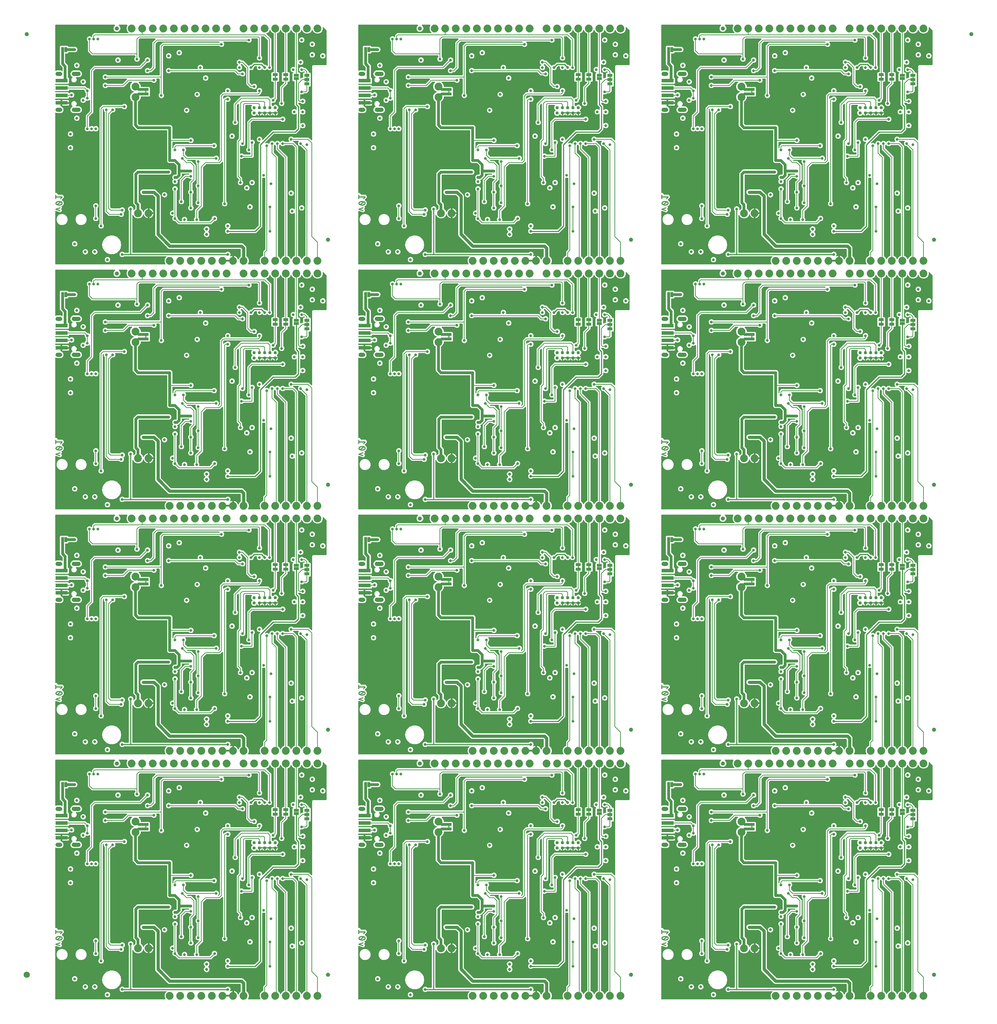
<source format=gbl>
G04 EAGLE Gerber RS-274X export*
G75*
%MOMM*%
%FSLAX34Y34*%
%LPD*%
%INBottom Copper*%
%IPPOS*%
%AMOC8*
5,1,8,0,0,1.08239X$1,22.5*%
G01*
%ADD10C,0.279400*%
%ADD11C,0.755600*%
%ADD12R,3.000000X0.900000*%
%ADD13R,0.635000X1.270000*%
%ADD14C,1.879600*%
%ADD15C,0.787400*%
%ADD16C,1.000000*%
%ADD17R,1.270000X0.660400*%
%ADD18R,1.270000X0.635000*%
%ADD19C,1.500000*%
%ADD20C,0.635000*%
%ADD21C,0.660400*%
%ADD22C,0.736600*%
%ADD23C,0.508000*%
%ADD24C,0.762000*%
%ADD25C,0.203200*%
%ADD26C,0.254000*%

G36*
X268099Y1771921D02*
X268099Y1771921D01*
X268213Y1771931D01*
X268239Y1771941D01*
X268267Y1771945D01*
X268372Y1771992D01*
X268479Y1772033D01*
X268501Y1772049D01*
X268526Y1772061D01*
X268614Y1772135D01*
X268705Y1772204D01*
X268722Y1772227D01*
X268743Y1772244D01*
X268807Y1772340D01*
X268875Y1772432D01*
X268885Y1772458D01*
X268901Y1772481D01*
X268935Y1772591D01*
X268976Y1772698D01*
X268978Y1772726D01*
X268986Y1772752D01*
X268989Y1772867D01*
X268999Y1772981D01*
X268993Y1773006D01*
X268994Y1773036D01*
X268927Y1773293D01*
X268923Y1773309D01*
X266953Y1778064D01*
X266953Y1783016D01*
X268848Y1787591D01*
X270986Y1789728D01*
X271003Y1789752D01*
X271026Y1789771D01*
X271089Y1789865D01*
X271157Y1789955D01*
X271167Y1789983D01*
X271183Y1790007D01*
X271218Y1790115D01*
X271258Y1790221D01*
X271260Y1790250D01*
X271269Y1790278D01*
X271272Y1790392D01*
X271281Y1790504D01*
X271276Y1790533D01*
X271276Y1790562D01*
X271248Y1790672D01*
X271226Y1790783D01*
X271212Y1790809D01*
X271205Y1790837D01*
X271147Y1790935D01*
X271095Y1791035D01*
X271074Y1791057D01*
X271059Y1791082D01*
X270977Y1791159D01*
X270899Y1791241D01*
X270873Y1791256D01*
X270852Y1791276D01*
X270751Y1791328D01*
X270654Y1791385D01*
X270625Y1791392D01*
X270599Y1791406D01*
X270522Y1791419D01*
X270378Y1791455D01*
X270316Y1791453D01*
X270268Y1791461D01*
X170183Y1791461D01*
X170096Y1791449D01*
X170009Y1791446D01*
X169956Y1791429D01*
X169902Y1791421D01*
X169822Y1791386D01*
X169739Y1791359D01*
X169699Y1791331D01*
X169642Y1791305D01*
X169529Y1791209D01*
X169465Y1791164D01*
X168697Y1790396D01*
X166363Y1789429D01*
X163837Y1789429D01*
X161503Y1790396D01*
X159716Y1792183D01*
X158749Y1794517D01*
X158749Y1797043D01*
X159716Y1799377D01*
X161503Y1801164D01*
X163837Y1802131D01*
X166363Y1802131D01*
X168697Y1801164D01*
X169465Y1800396D01*
X169535Y1800344D01*
X169599Y1800284D01*
X169648Y1800258D01*
X169692Y1800225D01*
X169774Y1800194D01*
X169852Y1800154D01*
X169900Y1800146D01*
X169958Y1800124D01*
X170106Y1800112D01*
X170183Y1800099D01*
X180086Y1800099D01*
X180144Y1800107D01*
X180202Y1800105D01*
X180284Y1800127D01*
X180368Y1800139D01*
X180421Y1800162D01*
X180477Y1800177D01*
X180550Y1800220D01*
X180627Y1800255D01*
X180672Y1800293D01*
X180722Y1800322D01*
X180780Y1800384D01*
X180844Y1800438D01*
X180876Y1800487D01*
X180916Y1800530D01*
X180955Y1800605D01*
X181002Y1800675D01*
X181019Y1800731D01*
X181046Y1800783D01*
X181057Y1800851D01*
X181087Y1800946D01*
X181090Y1801046D01*
X181101Y1801114D01*
X181101Y1899917D01*
X181089Y1900004D01*
X181086Y1900091D01*
X181069Y1900144D01*
X181061Y1900198D01*
X181026Y1900278D01*
X180999Y1900361D01*
X180971Y1900401D01*
X180945Y1900458D01*
X180849Y1900571D01*
X180804Y1900635D01*
X180036Y1901403D01*
X179069Y1903737D01*
X179069Y1906263D01*
X180036Y1908597D01*
X181823Y1910384D01*
X184157Y1911351D01*
X186683Y1911351D01*
X189017Y1910384D01*
X190804Y1908597D01*
X191771Y1906263D01*
X191771Y1903704D01*
X191746Y1903639D01*
X191741Y1903582D01*
X191727Y1903527D01*
X191730Y1903441D01*
X191722Y1903356D01*
X191734Y1903300D01*
X191735Y1903243D01*
X191761Y1903161D01*
X191778Y1903077D01*
X191804Y1903027D01*
X191822Y1902972D01*
X191870Y1902901D01*
X191909Y1902825D01*
X191948Y1902783D01*
X191980Y1902736D01*
X192046Y1902681D01*
X192105Y1902619D01*
X192154Y1902590D01*
X192198Y1902553D01*
X192276Y1902518D01*
X192350Y1902475D01*
X192405Y1902461D01*
X192457Y1902438D01*
X192543Y1902426D01*
X192626Y1902405D01*
X192683Y1902407D01*
X192739Y1902399D01*
X192824Y1902411D01*
X192910Y1902414D01*
X192964Y1902431D01*
X193020Y1902439D01*
X193099Y1902475D01*
X193180Y1902501D01*
X193221Y1902530D01*
X193279Y1902557D01*
X193390Y1902651D01*
X193454Y1902696D01*
X196149Y1905392D01*
X196349Y1905475D01*
X196351Y1905476D01*
X196352Y1905476D01*
X196470Y1905546D01*
X196594Y1905619D01*
X196595Y1905620D01*
X196597Y1905621D01*
X196690Y1905721D01*
X196790Y1905826D01*
X196790Y1905827D01*
X196791Y1905828D01*
X196851Y1905945D01*
X196920Y1906079D01*
X196920Y1906080D01*
X196921Y1906082D01*
X196923Y1906096D01*
X196975Y1906357D01*
X196972Y1906388D01*
X196976Y1906413D01*
X196976Y1912162D01*
X196964Y1912248D01*
X196961Y1912336D01*
X196944Y1912388D01*
X196936Y1912443D01*
X196901Y1912523D01*
X196874Y1912606D01*
X196846Y1912645D01*
X196820Y1912702D01*
X196724Y1912816D01*
X196679Y1912879D01*
X192844Y1916714D01*
X191896Y1919002D01*
X191896Y1990058D01*
X192844Y1992346D01*
X194737Y1994239D01*
X197781Y1997283D01*
X199674Y1999176D01*
X201962Y2000124D01*
X275088Y2000124D01*
X275119Y2000128D01*
X275150Y2000126D01*
X275226Y2000143D01*
X275370Y2000164D01*
X275428Y2000190D01*
X275477Y2000201D01*
X275597Y2000251D01*
X278123Y2000251D01*
X280457Y1999284D01*
X282244Y1997497D01*
X283211Y1995163D01*
X283211Y1992637D01*
X282244Y1990303D01*
X280457Y1988516D01*
X278123Y1987549D01*
X275597Y1987549D01*
X275477Y1987599D01*
X275447Y1987607D01*
X275419Y1987621D01*
X275342Y1987634D01*
X275201Y1987670D01*
X275137Y1987668D01*
X275088Y1987676D01*
X206198Y1987676D01*
X206112Y1987664D01*
X206024Y1987661D01*
X205972Y1987644D01*
X205917Y1987636D01*
X205837Y1987601D01*
X205754Y1987574D01*
X205715Y1987546D01*
X205658Y1987520D01*
X205544Y1987424D01*
X205481Y1987379D01*
X204641Y1986539D01*
X204589Y1986470D01*
X204529Y1986406D01*
X204503Y1986356D01*
X204470Y1986312D01*
X204439Y1986231D01*
X204399Y1986153D01*
X204391Y1986105D01*
X204369Y1986047D01*
X204357Y1985899D01*
X204344Y1985822D01*
X204344Y1923238D01*
X204356Y1923152D01*
X204359Y1923064D01*
X204376Y1923012D01*
X204384Y1922957D01*
X204419Y1922877D01*
X204446Y1922794D01*
X204474Y1922755D01*
X204500Y1922698D01*
X204596Y1922584D01*
X204641Y1922521D01*
X206583Y1920579D01*
X208476Y1918686D01*
X209424Y1916398D01*
X209424Y1906413D01*
X209424Y1906411D01*
X209424Y1906409D01*
X209444Y1906267D01*
X209464Y1906131D01*
X209464Y1906130D01*
X209464Y1906128D01*
X209527Y1905991D01*
X209580Y1905872D01*
X209581Y1905871D01*
X209582Y1905869D01*
X209675Y1905759D01*
X209763Y1905655D01*
X209765Y1905654D01*
X209766Y1905653D01*
X209779Y1905644D01*
X210000Y1905497D01*
X210029Y1905488D01*
X210051Y1905475D01*
X210251Y1905392D01*
X213752Y1901891D01*
X215269Y1898229D01*
X215304Y1898169D01*
X215330Y1898105D01*
X215376Y1898047D01*
X215413Y1897984D01*
X215463Y1897936D01*
X215506Y1897882D01*
X215566Y1897839D01*
X215620Y1897789D01*
X215681Y1897757D01*
X215738Y1897717D01*
X215807Y1897692D01*
X215873Y1897658D01*
X215940Y1897645D01*
X216006Y1897622D01*
X216079Y1897618D01*
X216152Y1897603D01*
X216220Y1897609D01*
X216289Y1897605D01*
X216361Y1897621D01*
X216435Y1897628D01*
X216499Y1897653D01*
X216567Y1897668D01*
X216631Y1897703D01*
X216700Y1897730D01*
X216755Y1897771D01*
X216816Y1897805D01*
X216868Y1897857D01*
X216927Y1897901D01*
X216968Y1897957D01*
X217017Y1898006D01*
X217046Y1898061D01*
X217097Y1898129D01*
X217138Y1898237D01*
X217172Y1898303D01*
X217536Y1899423D01*
X218389Y1901097D01*
X219494Y1902618D01*
X220822Y1903946D01*
X222343Y1905051D01*
X224017Y1905904D01*
X225804Y1906485D01*
X226569Y1906606D01*
X226569Y1895856D01*
X226577Y1895798D01*
X226575Y1895740D01*
X226597Y1895658D01*
X226609Y1895575D01*
X226633Y1895521D01*
X226647Y1895465D01*
X226690Y1895392D01*
X226725Y1895315D01*
X226763Y1895271D01*
X226793Y1895220D01*
X226854Y1895163D01*
X226909Y1895098D01*
X226957Y1895066D01*
X227000Y1895026D01*
X227075Y1894987D01*
X227145Y1894941D01*
X227201Y1894923D01*
X227253Y1894896D01*
X227321Y1894885D01*
X227416Y1894855D01*
X227516Y1894852D01*
X227584Y1894841D01*
X228601Y1894841D01*
X228601Y1894839D01*
X227584Y1894839D01*
X227526Y1894831D01*
X227468Y1894832D01*
X227386Y1894811D01*
X227303Y1894799D01*
X227249Y1894775D01*
X227193Y1894761D01*
X227120Y1894718D01*
X227043Y1894683D01*
X226998Y1894645D01*
X226948Y1894615D01*
X226890Y1894554D01*
X226826Y1894499D01*
X226794Y1894451D01*
X226754Y1894408D01*
X226715Y1894333D01*
X226669Y1894263D01*
X226651Y1894207D01*
X226624Y1894155D01*
X226613Y1894087D01*
X226583Y1893992D01*
X226580Y1893892D01*
X226569Y1893824D01*
X226569Y1883074D01*
X225804Y1883195D01*
X224017Y1883776D01*
X222343Y1884629D01*
X220822Y1885734D01*
X219494Y1887062D01*
X218389Y1888583D01*
X217536Y1890257D01*
X217172Y1891377D01*
X217142Y1891439D01*
X217121Y1891505D01*
X217080Y1891566D01*
X217047Y1891632D01*
X217001Y1891683D01*
X216962Y1891741D01*
X216906Y1891788D01*
X216857Y1891843D01*
X216798Y1891879D01*
X216745Y1891924D01*
X216678Y1891954D01*
X216615Y1891993D01*
X216548Y1892011D01*
X216485Y1892039D01*
X216412Y1892049D01*
X216341Y1892069D01*
X216272Y1892069D01*
X216203Y1892078D01*
X216131Y1892068D01*
X216057Y1892067D01*
X215990Y1892047D01*
X215922Y1892038D01*
X215855Y1892007D01*
X215784Y1891986D01*
X215726Y1891949D01*
X215663Y1891920D01*
X215607Y1891873D01*
X215545Y1891833D01*
X215499Y1891781D01*
X215447Y1891736D01*
X215414Y1891683D01*
X215357Y1891619D01*
X215308Y1891515D01*
X215269Y1891451D01*
X213752Y1887789D01*
X210251Y1884288D01*
X205676Y1882393D01*
X200724Y1882393D01*
X196149Y1884288D01*
X192648Y1887789D01*
X191692Y1890098D01*
X191648Y1890172D01*
X191613Y1890250D01*
X191576Y1890294D01*
X191547Y1890343D01*
X191485Y1890402D01*
X191429Y1890467D01*
X191382Y1890499D01*
X191341Y1890538D01*
X191264Y1890577D01*
X191193Y1890625D01*
X191139Y1890642D01*
X191088Y1890668D01*
X191004Y1890685D01*
X190922Y1890711D01*
X190865Y1890712D01*
X190809Y1890723D01*
X190724Y1890716D01*
X190638Y1890718D01*
X190583Y1890704D01*
X190526Y1890699D01*
X190446Y1890668D01*
X190363Y1890646D01*
X190314Y1890617D01*
X190261Y1890597D01*
X190192Y1890545D01*
X190118Y1890501D01*
X190079Y1890460D01*
X190034Y1890425D01*
X189982Y1890356D01*
X189924Y1890294D01*
X189898Y1890243D01*
X189864Y1890198D01*
X189833Y1890117D01*
X189794Y1890041D01*
X189786Y1889992D01*
X189763Y1889932D01*
X189757Y1889856D01*
X189753Y1889842D01*
X189751Y1889784D01*
X189739Y1889710D01*
X189739Y1801114D01*
X189747Y1801056D01*
X189745Y1800998D01*
X189767Y1800916D01*
X189779Y1800832D01*
X189802Y1800779D01*
X189817Y1800723D01*
X189860Y1800650D01*
X189895Y1800573D01*
X189933Y1800528D01*
X189962Y1800478D01*
X190024Y1800420D01*
X190078Y1800356D01*
X190127Y1800324D01*
X190170Y1800284D01*
X190245Y1800245D01*
X190315Y1800198D01*
X190371Y1800181D01*
X190423Y1800154D01*
X190491Y1800143D01*
X190586Y1800113D01*
X190686Y1800110D01*
X190754Y1800099D01*
X414017Y1800099D01*
X414104Y1800111D01*
X414191Y1800114D01*
X414244Y1800131D01*
X414298Y1800139D01*
X414378Y1800174D01*
X414461Y1800201D01*
X414501Y1800229D01*
X414558Y1800255D01*
X414671Y1800351D01*
X414735Y1800396D01*
X415503Y1801164D01*
X417837Y1802131D01*
X420363Y1802131D01*
X422697Y1801164D01*
X424484Y1799377D01*
X425451Y1797043D01*
X425451Y1794517D01*
X424502Y1792227D01*
X424485Y1792160D01*
X424458Y1792096D01*
X424450Y1792023D01*
X424431Y1791951D01*
X424433Y1791882D01*
X424425Y1791813D01*
X424437Y1791741D01*
X424439Y1791667D01*
X424460Y1791601D01*
X424472Y1791533D01*
X424503Y1791467D01*
X424526Y1791396D01*
X424564Y1791339D01*
X424594Y1791277D01*
X424643Y1791221D01*
X424684Y1791160D01*
X424737Y1791116D01*
X424783Y1791064D01*
X424845Y1791025D01*
X424902Y1790977D01*
X424965Y1790949D01*
X425023Y1790912D01*
X425094Y1790892D01*
X425162Y1790862D01*
X425230Y1790852D01*
X425296Y1790833D01*
X425370Y1790833D01*
X425443Y1790823D01*
X425512Y1790833D01*
X425581Y1790833D01*
X425640Y1790851D01*
X425725Y1790863D01*
X425830Y1790911D01*
X425901Y1790933D01*
X427217Y1791604D01*
X429004Y1792185D01*
X429769Y1792306D01*
X429769Y1782571D01*
X407416Y1782571D01*
X407358Y1782563D01*
X407300Y1782565D01*
X407218Y1782543D01*
X407135Y1782531D01*
X407081Y1782507D01*
X407025Y1782493D01*
X406952Y1782450D01*
X406875Y1782415D01*
X406831Y1782377D01*
X406780Y1782347D01*
X406723Y1782286D01*
X406658Y1782231D01*
X406626Y1782183D01*
X406586Y1782140D01*
X406547Y1782065D01*
X406501Y1781995D01*
X406483Y1781939D01*
X406456Y1781887D01*
X406445Y1781819D01*
X406415Y1781724D01*
X406412Y1781624D01*
X406401Y1781556D01*
X406401Y1779524D01*
X406409Y1779466D01*
X406408Y1779408D01*
X406429Y1779326D01*
X406441Y1779243D01*
X406465Y1779189D01*
X406479Y1779133D01*
X406522Y1779060D01*
X406557Y1778983D01*
X406595Y1778938D01*
X406625Y1778888D01*
X406686Y1778830D01*
X406741Y1778766D01*
X406789Y1778734D01*
X406832Y1778694D01*
X406907Y1778655D01*
X406977Y1778609D01*
X407033Y1778591D01*
X407085Y1778564D01*
X407153Y1778553D01*
X407248Y1778523D01*
X407348Y1778520D01*
X407416Y1778509D01*
X430784Y1778509D01*
X430842Y1778517D01*
X430900Y1778515D01*
X430982Y1778537D01*
X431065Y1778549D01*
X431119Y1778573D01*
X431175Y1778587D01*
X431248Y1778630D01*
X431325Y1778665D01*
X431369Y1778703D01*
X431420Y1778733D01*
X431477Y1778794D01*
X431542Y1778849D01*
X431574Y1778897D01*
X431614Y1778940D01*
X431653Y1779015D01*
X431699Y1779085D01*
X431717Y1779141D01*
X431744Y1779193D01*
X431755Y1779261D01*
X431785Y1779356D01*
X431788Y1779456D01*
X431799Y1779524D01*
X431799Y1780541D01*
X432816Y1780541D01*
X432874Y1780549D01*
X432932Y1780548D01*
X433014Y1780569D01*
X433097Y1780581D01*
X433151Y1780605D01*
X433207Y1780619D01*
X433280Y1780662D01*
X433357Y1780697D01*
X433402Y1780735D01*
X433452Y1780765D01*
X433510Y1780826D01*
X433574Y1780881D01*
X433606Y1780929D01*
X433646Y1780972D01*
X433685Y1781047D01*
X433731Y1781117D01*
X433749Y1781173D01*
X433776Y1781225D01*
X433787Y1781293D01*
X433817Y1781388D01*
X433820Y1781488D01*
X433831Y1781556D01*
X433831Y1792306D01*
X434596Y1792185D01*
X436383Y1791604D01*
X438057Y1790751D01*
X439578Y1789646D01*
X440906Y1788318D01*
X442011Y1786797D01*
X442864Y1785123D01*
X443228Y1784003D01*
X443258Y1783941D01*
X443279Y1783875D01*
X443320Y1783814D01*
X443353Y1783748D01*
X443399Y1783697D01*
X443438Y1783639D01*
X443494Y1783592D01*
X443543Y1783537D01*
X443602Y1783501D01*
X443655Y1783456D01*
X443723Y1783426D01*
X443785Y1783387D01*
X443852Y1783369D01*
X443915Y1783341D01*
X443988Y1783331D01*
X444059Y1783311D01*
X444128Y1783311D01*
X444197Y1783302D01*
X444270Y1783312D01*
X444343Y1783313D01*
X444409Y1783333D01*
X444478Y1783342D01*
X444545Y1783373D01*
X444616Y1783394D01*
X444674Y1783431D01*
X444737Y1783460D01*
X444793Y1783507D01*
X444855Y1783547D01*
X444901Y1783599D01*
X444953Y1783644D01*
X444986Y1783697D01*
X445043Y1783761D01*
X445092Y1783865D01*
X445131Y1783929D01*
X446648Y1787591D01*
X450044Y1790986D01*
X450096Y1791056D01*
X450156Y1791120D01*
X450182Y1791169D01*
X450215Y1791213D01*
X450246Y1791295D01*
X450286Y1791373D01*
X450294Y1791421D01*
X450316Y1791479D01*
X450328Y1791627D01*
X450341Y1791704D01*
X450341Y1807758D01*
X450329Y1807845D01*
X450326Y1807933D01*
X450309Y1807985D01*
X450301Y1808040D01*
X450266Y1808120D01*
X450239Y1808203D01*
X450211Y1808242D01*
X450185Y1808299D01*
X450089Y1808413D01*
X450044Y1808476D01*
X449576Y1808944D01*
X449507Y1808996D01*
X449443Y1809056D01*
X449393Y1809082D01*
X449349Y1809115D01*
X449267Y1809146D01*
X449190Y1809186D01*
X449142Y1809194D01*
X449084Y1809216D01*
X448936Y1809228D01*
X448858Y1809241D01*
X278036Y1809241D01*
X275515Y1810285D01*
X273443Y1812358D01*
X247464Y1838337D01*
X245391Y1840409D01*
X244347Y1842930D01*
X244347Y1932472D01*
X244335Y1932559D01*
X244332Y1932647D01*
X244315Y1932699D01*
X244307Y1932754D01*
X244272Y1932834D01*
X244245Y1932917D01*
X244217Y1932956D01*
X244191Y1933013D01*
X244095Y1933127D01*
X244050Y1933190D01*
X238756Y1938484D01*
X238687Y1938536D01*
X238623Y1938596D01*
X238573Y1938622D01*
X238529Y1938655D01*
X238447Y1938686D01*
X238370Y1938726D01*
X238322Y1938734D01*
X238264Y1938756D01*
X238116Y1938768D01*
X238039Y1938781D01*
X214536Y1938781D01*
X212015Y1939825D01*
X210085Y1941755D01*
X209041Y1944276D01*
X209041Y1947004D01*
X210085Y1949525D01*
X212015Y1951455D01*
X214536Y1952499D01*
X242664Y1952499D01*
X245185Y1951455D01*
X247257Y1949383D01*
X247257Y1949382D01*
X257021Y1939619D01*
X258065Y1937098D01*
X258065Y1847555D01*
X258077Y1847469D01*
X258080Y1847381D01*
X258097Y1847329D01*
X258105Y1847274D01*
X258140Y1847194D01*
X258167Y1847111D01*
X258195Y1847072D01*
X258221Y1847015D01*
X258317Y1846901D01*
X258362Y1846838D01*
X281944Y1823256D01*
X282013Y1823204D01*
X282077Y1823144D01*
X282127Y1823118D01*
X282171Y1823085D01*
X282252Y1823054D01*
X282330Y1823014D01*
X282378Y1823006D01*
X282436Y1822984D01*
X282584Y1822972D01*
X282661Y1822959D01*
X453484Y1822959D01*
X456005Y1821915D01*
X463015Y1814905D01*
X464059Y1812384D01*
X464059Y1791704D01*
X464071Y1791617D01*
X464074Y1791530D01*
X464091Y1791477D01*
X464099Y1791423D01*
X464134Y1791343D01*
X464161Y1791260D01*
X464189Y1791220D01*
X464215Y1791163D01*
X464311Y1791050D01*
X464356Y1790986D01*
X467752Y1787591D01*
X469647Y1783016D01*
X469647Y1778064D01*
X467677Y1773309D01*
X467648Y1773197D01*
X467614Y1773088D01*
X467613Y1773060D01*
X467606Y1773033D01*
X467609Y1772919D01*
X467606Y1772804D01*
X467613Y1772777D01*
X467614Y1772749D01*
X467649Y1772640D01*
X467678Y1772529D01*
X467692Y1772505D01*
X467701Y1772478D01*
X467765Y1772383D01*
X467823Y1772284D01*
X467844Y1772265D01*
X467859Y1772242D01*
X467947Y1772168D01*
X468031Y1772090D01*
X468055Y1772077D01*
X468077Y1772059D01*
X468181Y1772013D01*
X468284Y1771960D01*
X468308Y1771956D01*
X468336Y1771944D01*
X468600Y1771907D01*
X468615Y1771905D01*
X496585Y1771905D01*
X496699Y1771921D01*
X496813Y1771931D01*
X496839Y1771941D01*
X496867Y1771945D01*
X496972Y1771992D01*
X497079Y1772033D01*
X497101Y1772049D01*
X497126Y1772061D01*
X497214Y1772135D01*
X497305Y1772204D01*
X497322Y1772227D01*
X497343Y1772244D01*
X497407Y1772340D01*
X497476Y1772432D01*
X497485Y1772458D01*
X497501Y1772481D01*
X497535Y1772591D01*
X497576Y1772698D01*
X497578Y1772726D01*
X497586Y1772752D01*
X497589Y1772867D01*
X497599Y1772981D01*
X497593Y1773006D01*
X497594Y1773036D01*
X497527Y1773293D01*
X497523Y1773309D01*
X495553Y1778064D01*
X495553Y1783016D01*
X497448Y1787591D01*
X500949Y1791092D01*
X503309Y1792069D01*
X503310Y1792070D01*
X503311Y1792070D01*
X503432Y1792142D01*
X503553Y1792213D01*
X503554Y1792215D01*
X503556Y1792215D01*
X503653Y1792319D01*
X503749Y1792420D01*
X503749Y1792422D01*
X503750Y1792423D01*
X503815Y1792548D01*
X503879Y1792673D01*
X503879Y1792674D01*
X503880Y1792676D01*
X503882Y1792691D01*
X503934Y1792952D01*
X503931Y1792982D01*
X503935Y1793007D01*
X503935Y1802544D01*
X508718Y1807326D01*
X508770Y1807396D01*
X508830Y1807460D01*
X508856Y1807509D01*
X508889Y1807554D01*
X508920Y1807635D01*
X508960Y1807713D01*
X508968Y1807761D01*
X508990Y1807819D01*
X509002Y1807967D01*
X509015Y1808044D01*
X509015Y1979359D01*
X508999Y1979473D01*
X508989Y1979587D01*
X508979Y1979613D01*
X508975Y1979641D01*
X508928Y1979746D01*
X508887Y1979853D01*
X508871Y1979875D01*
X508859Y1979900D01*
X508785Y1979988D01*
X508716Y1980079D01*
X508693Y1980096D01*
X508676Y1980117D01*
X508580Y1980181D01*
X508488Y1980250D01*
X508462Y1980259D01*
X508439Y1980275D01*
X508329Y1980309D01*
X508222Y1980350D01*
X508194Y1980352D01*
X508168Y1980361D01*
X508053Y1980363D01*
X507939Y1980373D01*
X507914Y1980367D01*
X507884Y1980368D01*
X507627Y1980301D01*
X507611Y1980297D01*
X506723Y1979929D01*
X504197Y1979929D01*
X503563Y1980192D01*
X503451Y1980221D01*
X503342Y1980255D01*
X503314Y1980256D01*
X503287Y1980263D01*
X503173Y1980260D01*
X503058Y1980263D01*
X503031Y1980256D01*
X503003Y1980255D01*
X502894Y1980220D01*
X502783Y1980191D01*
X502759Y1980177D01*
X502732Y1980168D01*
X502637Y1980104D01*
X502538Y1980046D01*
X502519Y1980025D01*
X502496Y1980010D01*
X502422Y1979922D01*
X502344Y1979838D01*
X502331Y1979813D01*
X502313Y1979792D01*
X502267Y1979687D01*
X502214Y1979585D01*
X502210Y1979560D01*
X502198Y1979532D01*
X502161Y1979269D01*
X502159Y1979254D01*
X502159Y1862571D01*
X486929Y1847341D01*
X424183Y1847341D01*
X424096Y1847329D01*
X424009Y1847326D01*
X423956Y1847309D01*
X423902Y1847301D01*
X423822Y1847266D01*
X423739Y1847239D01*
X423699Y1847211D01*
X423642Y1847185D01*
X423529Y1847089D01*
X423465Y1847044D01*
X422697Y1846276D01*
X420363Y1845309D01*
X417837Y1845309D01*
X415503Y1846276D01*
X413716Y1848063D01*
X412749Y1850397D01*
X412749Y1852923D01*
X413716Y1855257D01*
X415503Y1857044D01*
X415571Y1857072D01*
X415596Y1857087D01*
X415624Y1857096D01*
X415718Y1857159D01*
X415815Y1857217D01*
X415836Y1857238D01*
X415860Y1857254D01*
X415933Y1857341D01*
X416011Y1857423D01*
X416024Y1857449D01*
X416043Y1857472D01*
X416089Y1857575D01*
X416141Y1857676D01*
X416146Y1857705D01*
X416158Y1857732D01*
X416174Y1857844D01*
X416196Y1857955D01*
X416193Y1857984D01*
X416197Y1858013D01*
X416181Y1858125D01*
X416171Y1858238D01*
X416161Y1858266D01*
X416157Y1858295D01*
X416110Y1858397D01*
X416069Y1858503D01*
X416052Y1858527D01*
X416039Y1858554D01*
X415966Y1858640D01*
X415898Y1858730D01*
X415874Y1858748D01*
X415855Y1858770D01*
X415788Y1858812D01*
X415670Y1858900D01*
X415612Y1858922D01*
X415570Y1858948D01*
X415502Y1858976D01*
X413716Y1860763D01*
X412749Y1863097D01*
X412749Y1865623D01*
X413716Y1867957D01*
X415503Y1869744D01*
X417837Y1870711D01*
X420363Y1870711D01*
X422697Y1869744D01*
X424484Y1867957D01*
X425451Y1865623D01*
X425451Y1863097D01*
X424484Y1860763D01*
X422698Y1858976D01*
X422630Y1858948D01*
X422604Y1858933D01*
X422576Y1858924D01*
X422482Y1858861D01*
X422385Y1858804D01*
X422365Y1858782D01*
X422340Y1858766D01*
X422267Y1858679D01*
X422190Y1858597D01*
X422176Y1858571D01*
X422157Y1858548D01*
X422111Y1858445D01*
X422059Y1858344D01*
X422054Y1858315D01*
X422042Y1858288D01*
X422026Y1858176D01*
X422004Y1858065D01*
X422007Y1858036D01*
X422003Y1858007D01*
X422019Y1857895D01*
X422029Y1857782D01*
X422039Y1857755D01*
X422043Y1857725D01*
X422090Y1857622D01*
X422131Y1857517D01*
X422148Y1857493D01*
X422160Y1857466D01*
X422234Y1857380D01*
X422302Y1857290D01*
X422326Y1857272D01*
X422345Y1857250D01*
X422411Y1857209D01*
X422530Y1857120D01*
X422589Y1857098D01*
X422629Y1857072D01*
X422697Y1857044D01*
X423465Y1856276D01*
X423535Y1856224D01*
X423599Y1856164D01*
X423648Y1856138D01*
X423692Y1856105D01*
X423774Y1856074D01*
X423852Y1856034D01*
X423900Y1856026D01*
X423958Y1856004D01*
X424106Y1855992D01*
X424183Y1855979D01*
X482931Y1855979D01*
X483017Y1855991D01*
X483105Y1855994D01*
X483157Y1856011D01*
X483212Y1856019D01*
X483292Y1856054D01*
X483375Y1856081D01*
X483414Y1856109D01*
X483471Y1856135D01*
X483585Y1856231D01*
X483648Y1856276D01*
X493224Y1865852D01*
X493276Y1865921D01*
X493336Y1865985D01*
X493362Y1866035D01*
X493395Y1866079D01*
X493426Y1866160D01*
X493466Y1866238D01*
X493474Y1866286D01*
X493496Y1866344D01*
X493508Y1866492D01*
X493521Y1866569D01*
X493521Y2061729D01*
X496348Y2064556D01*
X496366Y2064579D01*
X496389Y2064599D01*
X496440Y2064676D01*
X496499Y2064747D01*
X496507Y2064767D01*
X496519Y2064783D01*
X496530Y2064810D01*
X496546Y2064835D01*
X496574Y2064924D01*
X496611Y2065009D01*
X496613Y2065030D01*
X496621Y2065049D01*
X496623Y2065078D01*
X496632Y2065106D01*
X496634Y2065199D01*
X496646Y2065291D01*
X496642Y2065312D01*
X496644Y2065332D01*
X496638Y2065361D01*
X496639Y2065390D01*
X496616Y2065480D01*
X496601Y2065572D01*
X496592Y2065591D01*
X496588Y2065611D01*
X496575Y2065637D01*
X496567Y2065665D01*
X496520Y2065745D01*
X496481Y2065829D01*
X496467Y2065845D01*
X496457Y2065863D01*
X496437Y2065884D01*
X496422Y2065910D01*
X496355Y2065973D01*
X496293Y2066043D01*
X496276Y2066054D01*
X496261Y2066069D01*
X496236Y2066084D01*
X496215Y2066104D01*
X496132Y2066147D01*
X496054Y2066197D01*
X496034Y2066203D01*
X496016Y2066213D01*
X495988Y2066220D01*
X495962Y2066234D01*
X495889Y2066246D01*
X495782Y2066278D01*
X495761Y2066278D01*
X495741Y2066283D01*
X495678Y2066281D01*
X495631Y2066289D01*
X494037Y2066289D01*
X491703Y2067256D01*
X489916Y2069043D01*
X488949Y2071377D01*
X488949Y2073903D01*
X489916Y2076237D01*
X491703Y2078024D01*
X494037Y2078991D01*
X496563Y2078991D01*
X498897Y2078024D01*
X500684Y2076237D01*
X501651Y2073903D01*
X501651Y2072309D01*
X501655Y2072280D01*
X501652Y2072251D01*
X501675Y2072140D01*
X501691Y2072028D01*
X501703Y2072001D01*
X501708Y2071972D01*
X501760Y2071872D01*
X501807Y2071768D01*
X501826Y2071746D01*
X501839Y2071720D01*
X501917Y2071638D01*
X501990Y2071551D01*
X502015Y2071535D01*
X502035Y2071514D01*
X502133Y2071457D01*
X502227Y2071394D01*
X502255Y2071385D01*
X502280Y2071370D01*
X502390Y2071342D01*
X502498Y2071308D01*
X502528Y2071307D01*
X502556Y2071300D01*
X502669Y2071304D01*
X502782Y2071301D01*
X502811Y2071308D01*
X502840Y2071309D01*
X502948Y2071344D01*
X503057Y2071373D01*
X503083Y2071388D01*
X503111Y2071397D01*
X503174Y2071442D01*
X503302Y2071518D01*
X503345Y2071563D01*
X503384Y2071591D01*
X526531Y2094739D01*
X579451Y2094739D01*
X579537Y2094751D01*
X579625Y2094754D01*
X579677Y2094771D01*
X579732Y2094779D01*
X579812Y2094814D01*
X579895Y2094841D01*
X579934Y2094869D01*
X579991Y2094895D01*
X580105Y2094991D01*
X580168Y2095036D01*
X584664Y2099532D01*
X584716Y2099601D01*
X584776Y2099665D01*
X584802Y2099715D01*
X584835Y2099759D01*
X584866Y2099840D01*
X584906Y2099918D01*
X584914Y2099966D01*
X584936Y2100024D01*
X584948Y2100172D01*
X584961Y2100249D01*
X584961Y2133089D01*
X584957Y2133118D01*
X584960Y2133147D01*
X584937Y2133258D01*
X584921Y2133370D01*
X584909Y2133397D01*
X584904Y2133426D01*
X584851Y2133527D01*
X584805Y2133630D01*
X584786Y2133652D01*
X584773Y2133678D01*
X584695Y2133760D01*
X584622Y2133847D01*
X584597Y2133863D01*
X584577Y2133884D01*
X584479Y2133942D01*
X584385Y2134004D01*
X584357Y2134013D01*
X584332Y2134028D01*
X584222Y2134056D01*
X584114Y2134090D01*
X584084Y2134091D01*
X584056Y2134098D01*
X583943Y2134095D01*
X583830Y2134098D01*
X583801Y2134090D01*
X583772Y2134089D01*
X583664Y2134054D01*
X583555Y2134026D01*
X583529Y2134011D01*
X583501Y2134002D01*
X583437Y2133956D01*
X583310Y2133880D01*
X583267Y2133835D01*
X583228Y2133807D01*
X582717Y2133296D01*
X580383Y2132329D01*
X577857Y2132329D01*
X575523Y2133296D01*
X573736Y2135083D01*
X572769Y2137417D01*
X572769Y2139943D01*
X573736Y2142277D01*
X575523Y2144064D01*
X577857Y2145031D01*
X580383Y2145031D01*
X582717Y2144064D01*
X583228Y2143553D01*
X583252Y2143536D01*
X583271Y2143513D01*
X583365Y2143450D01*
X583455Y2143382D01*
X583483Y2143372D01*
X583507Y2143356D01*
X583615Y2143321D01*
X583721Y2143281D01*
X583750Y2143279D01*
X583778Y2143270D01*
X583892Y2143267D01*
X584004Y2143257D01*
X584033Y2143263D01*
X584062Y2143262D01*
X584172Y2143291D01*
X584283Y2143313D01*
X584309Y2143327D01*
X584337Y2143334D01*
X584435Y2143392D01*
X584535Y2143444D01*
X584557Y2143465D01*
X584582Y2143480D01*
X584659Y2143562D01*
X584741Y2143640D01*
X584756Y2143665D01*
X584776Y2143687D01*
X584828Y2143788D01*
X584885Y2143885D01*
X584892Y2143914D01*
X584906Y2143940D01*
X584919Y2144017D01*
X584955Y2144161D01*
X584953Y2144223D01*
X584961Y2144271D01*
X584961Y2149171D01*
X584949Y2149257D01*
X584946Y2149345D01*
X584929Y2149397D01*
X584921Y2149452D01*
X584886Y2149532D01*
X584859Y2149615D01*
X584831Y2149654D01*
X584805Y2149711D01*
X584709Y2149825D01*
X584664Y2149888D01*
X579881Y2154671D01*
X579881Y2211197D01*
X579873Y2211255D01*
X579875Y2211313D01*
X579853Y2211395D01*
X579841Y2211479D01*
X579818Y2211532D01*
X579803Y2211588D01*
X579760Y2211661D01*
X579725Y2211738D01*
X579687Y2211783D01*
X579658Y2211833D01*
X579596Y2211891D01*
X579542Y2211955D01*
X579493Y2211987D01*
X579450Y2212027D01*
X579375Y2212066D01*
X579305Y2212113D01*
X579249Y2212130D01*
X579197Y2212157D01*
X579129Y2212168D01*
X579034Y2212198D01*
X578934Y2212201D01*
X578866Y2212212D01*
X576587Y2212212D01*
X574801Y2213998D01*
X574801Y2231002D01*
X575996Y2232196D01*
X576013Y2232220D01*
X576036Y2232239D01*
X576098Y2232333D01*
X576166Y2232423D01*
X576177Y2232451D01*
X576193Y2232475D01*
X576227Y2232583D01*
X576268Y2232689D01*
X576270Y2232718D01*
X576279Y2232746D01*
X576282Y2232860D01*
X576291Y2232972D01*
X576286Y2233001D01*
X576286Y2233030D01*
X576258Y2233140D01*
X576235Y2233251D01*
X576222Y2233277D01*
X576214Y2233305D01*
X576157Y2233403D01*
X576104Y2233503D01*
X576084Y2233525D01*
X576069Y2233550D01*
X575987Y2233627D01*
X575909Y2233709D01*
X575883Y2233724D01*
X575862Y2233744D01*
X575761Y2233796D01*
X575663Y2233853D01*
X575635Y2233860D01*
X575609Y2233874D01*
X575531Y2233887D01*
X575388Y2233923D01*
X575335Y2233922D01*
X572983Y2234896D01*
X571196Y2236683D01*
X570229Y2239017D01*
X570229Y2241543D01*
X571196Y2243877D01*
X572983Y2245664D01*
X575317Y2246631D01*
X577843Y2246631D01*
X578731Y2246263D01*
X578843Y2246234D01*
X578952Y2246199D01*
X578980Y2246199D01*
X579007Y2246192D01*
X579121Y2246195D01*
X579236Y2246192D01*
X579263Y2246199D01*
X579291Y2246200D01*
X579400Y2246235D01*
X579511Y2246264D01*
X579535Y2246278D01*
X579562Y2246287D01*
X579657Y2246351D01*
X579756Y2246409D01*
X579775Y2246430D01*
X579798Y2246445D01*
X579872Y2246533D01*
X579950Y2246617D01*
X579963Y2246641D01*
X579981Y2246663D01*
X580027Y2246767D01*
X580080Y2246870D01*
X580084Y2246894D01*
X580096Y2246922D01*
X580133Y2247186D01*
X580135Y2247201D01*
X580135Y2326873D01*
X580135Y2326875D01*
X580135Y2326876D01*
X580115Y2327015D01*
X580095Y2327155D01*
X580095Y2327156D01*
X580095Y2327158D01*
X580038Y2327283D01*
X579979Y2327414D01*
X579978Y2327415D01*
X579977Y2327417D01*
X579886Y2327524D01*
X579796Y2327631D01*
X579794Y2327632D01*
X579793Y2327633D01*
X579780Y2327641D01*
X579559Y2327789D01*
X579530Y2327798D01*
X579509Y2327811D01*
X577149Y2328788D01*
X573648Y2332289D01*
X572438Y2335211D01*
X572423Y2335236D01*
X572414Y2335264D01*
X572351Y2335359D01*
X572293Y2335456D01*
X572272Y2335476D01*
X572256Y2335501D01*
X572169Y2335574D01*
X572087Y2335651D01*
X572061Y2335665D01*
X572038Y2335684D01*
X571935Y2335730D01*
X571834Y2335781D01*
X571805Y2335787D01*
X571778Y2335799D01*
X571666Y2335815D01*
X571555Y2335836D01*
X571526Y2335834D01*
X571497Y2335838D01*
X571385Y2335822D01*
X571272Y2335812D01*
X571245Y2335801D01*
X571216Y2335797D01*
X571112Y2335751D01*
X571007Y2335710D01*
X570983Y2335692D01*
X570956Y2335680D01*
X570870Y2335607D01*
X570780Y2335538D01*
X570762Y2335515D01*
X570740Y2335496D01*
X570698Y2335429D01*
X570610Y2335311D01*
X570588Y2335252D01*
X570562Y2335211D01*
X569352Y2332289D01*
X565851Y2328788D01*
X563491Y2327811D01*
X563490Y2327810D01*
X563489Y2327810D01*
X563368Y2327738D01*
X563247Y2327667D01*
X563246Y2327665D01*
X563244Y2327665D01*
X563147Y2327561D01*
X563051Y2327460D01*
X563051Y2327458D01*
X563050Y2327457D01*
X562985Y2327332D01*
X562921Y2327207D01*
X562921Y2327206D01*
X562920Y2327204D01*
X562918Y2327189D01*
X562866Y2326928D01*
X562869Y2326898D01*
X562865Y2326873D01*
X562865Y2235073D01*
X562873Y2235015D01*
X562871Y2234957D01*
X562893Y2234875D01*
X562905Y2234791D01*
X562928Y2234738D01*
X562943Y2234682D01*
X562986Y2234609D01*
X563021Y2234532D01*
X563059Y2234487D01*
X563088Y2234437D01*
X563150Y2234379D01*
X563204Y2234315D01*
X563253Y2234283D01*
X563296Y2234243D01*
X563371Y2234204D01*
X563441Y2234157D01*
X563497Y2234140D01*
X563549Y2234113D01*
X563617Y2234102D01*
X563712Y2234072D01*
X563812Y2234069D01*
X563880Y2234058D01*
X566413Y2234058D01*
X568199Y2232272D01*
X568199Y2223133D01*
X568197Y2223131D01*
X568154Y2223058D01*
X568104Y2222991D01*
X568083Y2222936D01*
X568053Y2222886D01*
X568032Y2222804D01*
X568002Y2222725D01*
X567997Y2222667D01*
X567983Y2222610D01*
X567986Y2222526D01*
X567979Y2222442D01*
X567990Y2222384D01*
X567992Y2222326D01*
X568018Y2222246D01*
X568035Y2222163D01*
X568062Y2222111D01*
X568080Y2222055D01*
X568120Y2221999D01*
X568166Y2221911D01*
X568199Y2221876D01*
X568199Y2212728D01*
X566413Y2210942D01*
X563880Y2210942D01*
X563822Y2210934D01*
X563764Y2210936D01*
X563682Y2210914D01*
X563598Y2210902D01*
X563545Y2210879D01*
X563489Y2210864D01*
X563416Y2210821D01*
X563339Y2210786D01*
X563294Y2210748D01*
X563244Y2210719D01*
X563186Y2210657D01*
X563122Y2210603D01*
X563090Y2210554D01*
X563050Y2210511D01*
X563011Y2210436D01*
X562964Y2210366D01*
X562947Y2210310D01*
X562920Y2210258D01*
X562909Y2210190D01*
X562879Y2210095D01*
X562876Y2209995D01*
X562865Y2209927D01*
X562865Y2205576D01*
X553002Y2195714D01*
X552950Y2195644D01*
X552890Y2195580D01*
X552864Y2195531D01*
X552831Y2195486D01*
X552800Y2195405D01*
X552760Y2195327D01*
X552752Y2195279D01*
X552730Y2195221D01*
X552718Y2195073D01*
X552705Y2194996D01*
X552705Y2164337D01*
X552717Y2164250D01*
X552720Y2164163D01*
X552737Y2164110D01*
X552745Y2164056D01*
X552780Y2163976D01*
X552807Y2163893D01*
X552835Y2163853D01*
X552861Y2163796D01*
X552957Y2163683D01*
X553002Y2163619D01*
X554024Y2162597D01*
X554991Y2160263D01*
X554991Y2157737D01*
X554024Y2155403D01*
X552237Y2153616D01*
X549903Y2152649D01*
X547377Y2152649D01*
X545043Y2153616D01*
X543256Y2155403D01*
X542289Y2157737D01*
X542289Y2160263D01*
X543256Y2162597D01*
X544278Y2163619D01*
X544330Y2163689D01*
X544390Y2163753D01*
X544416Y2163802D01*
X544449Y2163846D01*
X544480Y2163928D01*
X544520Y2164006D01*
X544528Y2164054D01*
X544550Y2164112D01*
X544562Y2164260D01*
X544575Y2164337D01*
X544575Y2198784D01*
X554438Y2208646D01*
X554490Y2208716D01*
X554550Y2208780D01*
X554576Y2208829D01*
X554609Y2208874D01*
X554640Y2208955D01*
X554680Y2209033D01*
X554688Y2209081D01*
X554710Y2209139D01*
X554722Y2209287D01*
X554735Y2209364D01*
X554735Y2209927D01*
X554727Y2209985D01*
X554729Y2210043D01*
X554707Y2210125D01*
X554695Y2210209D01*
X554672Y2210262D01*
X554657Y2210318D01*
X554614Y2210391D01*
X554579Y2210468D01*
X554541Y2210513D01*
X554512Y2210563D01*
X554450Y2210621D01*
X554396Y2210685D01*
X554347Y2210717D01*
X554304Y2210757D01*
X554229Y2210796D01*
X554159Y2210843D01*
X554103Y2210860D01*
X554051Y2210887D01*
X553983Y2210898D01*
X553888Y2210928D01*
X553788Y2210931D01*
X553720Y2210942D01*
X551187Y2210942D01*
X549401Y2212728D01*
X549401Y2221867D01*
X549403Y2221869D01*
X549446Y2221942D01*
X549496Y2222009D01*
X549517Y2222064D01*
X549547Y2222114D01*
X549568Y2222196D01*
X549598Y2222275D01*
X549603Y2222333D01*
X549617Y2222390D01*
X549614Y2222474D01*
X549621Y2222558D01*
X549610Y2222616D01*
X549608Y2222674D01*
X549582Y2222754D01*
X549565Y2222837D01*
X549538Y2222889D01*
X549520Y2222945D01*
X549480Y2223001D01*
X549434Y2223089D01*
X549401Y2223124D01*
X549401Y2232272D01*
X551187Y2234058D01*
X553720Y2234058D01*
X553778Y2234066D01*
X553836Y2234064D01*
X553918Y2234086D01*
X554002Y2234098D01*
X554055Y2234121D01*
X554111Y2234136D01*
X554184Y2234179D01*
X554261Y2234214D01*
X554306Y2234252D01*
X554356Y2234281D01*
X554414Y2234343D01*
X554478Y2234397D01*
X554510Y2234446D01*
X554550Y2234489D01*
X554589Y2234564D01*
X554636Y2234634D01*
X554653Y2234690D01*
X554680Y2234742D01*
X554691Y2234810D01*
X554721Y2234905D01*
X554724Y2235005D01*
X554735Y2235073D01*
X554735Y2326873D01*
X554735Y2326875D01*
X554735Y2326876D01*
X554715Y2327015D01*
X554695Y2327155D01*
X554695Y2327156D01*
X554695Y2327158D01*
X554638Y2327283D01*
X554579Y2327414D01*
X554578Y2327415D01*
X554577Y2327417D01*
X554486Y2327524D01*
X554396Y2327631D01*
X554394Y2327632D01*
X554393Y2327633D01*
X554380Y2327641D01*
X554159Y2327789D01*
X554130Y2327798D01*
X554109Y2327811D01*
X551749Y2328788D01*
X548248Y2332289D01*
X547038Y2335211D01*
X547023Y2335236D01*
X547014Y2335264D01*
X546951Y2335359D01*
X546893Y2335456D01*
X546872Y2335476D01*
X546856Y2335501D01*
X546769Y2335574D01*
X546687Y2335651D01*
X546661Y2335665D01*
X546638Y2335684D01*
X546535Y2335730D01*
X546434Y2335781D01*
X546405Y2335787D01*
X546378Y2335799D01*
X546266Y2335815D01*
X546155Y2335836D01*
X546126Y2335834D01*
X546097Y2335838D01*
X545985Y2335822D01*
X545872Y2335812D01*
X545845Y2335801D01*
X545816Y2335797D01*
X545712Y2335751D01*
X545607Y2335710D01*
X545583Y2335692D01*
X545556Y2335680D01*
X545470Y2335607D01*
X545380Y2335538D01*
X545362Y2335515D01*
X545340Y2335496D01*
X545298Y2335429D01*
X545210Y2335311D01*
X545188Y2335252D01*
X545162Y2335211D01*
X543952Y2332289D01*
X540451Y2328788D01*
X538091Y2327811D01*
X538090Y2327810D01*
X538089Y2327810D01*
X537968Y2327738D01*
X537847Y2327667D01*
X537846Y2327665D01*
X537844Y2327665D01*
X537747Y2327561D01*
X537651Y2327460D01*
X537651Y2327458D01*
X537650Y2327457D01*
X537585Y2327332D01*
X537521Y2327207D01*
X537521Y2327206D01*
X537520Y2327204D01*
X537518Y2327189D01*
X537466Y2326928D01*
X537469Y2326898D01*
X537465Y2326873D01*
X537465Y2235073D01*
X537473Y2235015D01*
X537471Y2234957D01*
X537493Y2234875D01*
X537505Y2234791D01*
X537528Y2234738D01*
X537543Y2234682D01*
X537586Y2234609D01*
X537621Y2234532D01*
X537659Y2234487D01*
X537688Y2234437D01*
X537750Y2234379D01*
X537804Y2234315D01*
X537853Y2234283D01*
X537896Y2234243D01*
X537971Y2234204D01*
X538041Y2234157D01*
X538097Y2234140D01*
X538149Y2234113D01*
X538217Y2234102D01*
X538312Y2234072D01*
X538412Y2234069D01*
X538480Y2234058D01*
X541013Y2234058D01*
X542799Y2232272D01*
X542799Y2223133D01*
X542797Y2223131D01*
X542754Y2223058D01*
X542704Y2222991D01*
X542683Y2222936D01*
X542653Y2222886D01*
X542632Y2222804D01*
X542602Y2222725D01*
X542597Y2222667D01*
X542583Y2222610D01*
X542586Y2222526D01*
X542579Y2222442D01*
X542590Y2222384D01*
X542592Y2222326D01*
X542618Y2222246D01*
X542635Y2222163D01*
X542662Y2222111D01*
X542680Y2222055D01*
X542720Y2221999D01*
X542766Y2221911D01*
X542799Y2221876D01*
X542799Y2212728D01*
X541013Y2210942D01*
X538480Y2210942D01*
X538422Y2210934D01*
X538364Y2210936D01*
X538282Y2210914D01*
X538198Y2210902D01*
X538145Y2210879D01*
X538089Y2210864D01*
X538016Y2210821D01*
X537939Y2210786D01*
X537894Y2210748D01*
X537844Y2210719D01*
X537786Y2210657D01*
X537722Y2210603D01*
X537690Y2210554D01*
X537650Y2210511D01*
X537611Y2210436D01*
X537564Y2210366D01*
X537547Y2210310D01*
X537520Y2210258D01*
X537509Y2210190D01*
X537479Y2210095D01*
X537476Y2209995D01*
X537465Y2209927D01*
X537465Y2170016D01*
X534968Y2167520D01*
X534916Y2167450D01*
X534856Y2167386D01*
X534830Y2167337D01*
X534797Y2167292D01*
X534766Y2167211D01*
X534726Y2167133D01*
X534718Y2167085D01*
X534696Y2167027D01*
X534684Y2166879D01*
X534671Y2166802D01*
X534671Y2165357D01*
X533704Y2163023D01*
X531917Y2161236D01*
X529583Y2160269D01*
X527057Y2160269D01*
X526169Y2160637D01*
X526057Y2160666D01*
X525948Y2160701D01*
X525920Y2160701D01*
X525893Y2160708D01*
X525779Y2160705D01*
X525664Y2160708D01*
X525637Y2160701D01*
X525609Y2160700D01*
X525500Y2160665D01*
X525389Y2160636D01*
X525365Y2160622D01*
X525338Y2160613D01*
X525243Y2160549D01*
X525144Y2160491D01*
X525125Y2160470D01*
X525102Y2160455D01*
X525028Y2160367D01*
X524950Y2160283D01*
X524937Y2160259D01*
X524919Y2160237D01*
X524873Y2160133D01*
X524820Y2160030D01*
X524816Y2160006D01*
X524804Y2159978D01*
X524767Y2159714D01*
X524765Y2159699D01*
X524765Y2155075D01*
X524777Y2154989D01*
X524780Y2154901D01*
X524797Y2154848D01*
X524805Y2154794D01*
X524840Y2154714D01*
X524867Y2154631D01*
X524895Y2154591D01*
X524921Y2154534D01*
X525017Y2154421D01*
X525062Y2154357D01*
X526332Y2153087D01*
X526379Y2153052D01*
X526419Y2153010D01*
X526492Y2152967D01*
X526559Y2152916D01*
X526614Y2152895D01*
X526664Y2152866D01*
X526746Y2152845D01*
X526825Y2152815D01*
X526883Y2152810D01*
X526940Y2152796D01*
X527024Y2152799D01*
X527108Y2152792D01*
X527166Y2152803D01*
X527224Y2152805D01*
X527304Y2152831D01*
X527387Y2152847D01*
X527439Y2152874D01*
X527495Y2152892D01*
X527551Y2152932D01*
X527639Y2152978D01*
X527712Y2153047D01*
X527768Y2153087D01*
X529443Y2154762D01*
X532010Y2155826D01*
X534790Y2155826D01*
X537357Y2154762D01*
X539322Y2152797D01*
X540386Y2150230D01*
X540386Y2147450D01*
X539322Y2144883D01*
X537254Y2142815D01*
X537245Y2142802D01*
X537233Y2142793D01*
X537159Y2142688D01*
X537083Y2142588D01*
X537078Y2142573D01*
X537069Y2142560D01*
X537027Y2142440D01*
X536982Y2142322D01*
X536981Y2142306D01*
X536976Y2142292D01*
X536969Y2142165D01*
X536958Y2142039D01*
X536961Y2142023D01*
X536961Y2142008D01*
X536989Y2141884D01*
X537014Y2141760D01*
X537021Y2141746D01*
X537025Y2141731D01*
X537087Y2141620D01*
X537145Y2141508D01*
X537156Y2141496D01*
X537164Y2141483D01*
X537214Y2141435D01*
X537341Y2141301D01*
X537381Y2141278D01*
X537408Y2141253D01*
X537529Y2141172D01*
X538431Y2140269D01*
X539141Y2139208D01*
X539629Y2138030D01*
X539790Y2137219D01*
X533464Y2137219D01*
X533406Y2137211D01*
X533381Y2137211D01*
X533336Y2137219D01*
X520764Y2137219D01*
X520706Y2137211D01*
X520681Y2137211D01*
X520636Y2137219D01*
X508064Y2137219D01*
X508006Y2137211D01*
X507981Y2137211D01*
X507936Y2137219D01*
X495364Y2137219D01*
X495306Y2137211D01*
X495247Y2137212D01*
X495166Y2137191D01*
X495082Y2137179D01*
X495029Y2137155D01*
X494972Y2137140D01*
X494900Y2137097D01*
X494823Y2137063D01*
X494778Y2137025D01*
X494728Y2136995D01*
X494670Y2136933D01*
X494606Y2136879D01*
X494593Y2136859D01*
X494543Y2136806D01*
X494479Y2136752D01*
X494446Y2136703D01*
X494406Y2136660D01*
X494368Y2136585D01*
X494321Y2136515D01*
X494303Y2136459D01*
X494277Y2136407D01*
X494265Y2136339D01*
X494235Y2136244D01*
X494233Y2136144D01*
X494221Y2136076D01*
X494221Y2129750D01*
X493410Y2129911D01*
X492232Y2130399D01*
X491171Y2131109D01*
X490269Y2132011D01*
X490187Y2132132D01*
X490177Y2132144D01*
X490170Y2132157D01*
X490083Y2132249D01*
X489998Y2132344D01*
X489985Y2132352D01*
X489974Y2132363D01*
X489865Y2132427D01*
X489757Y2132495D01*
X489742Y2132499D01*
X489729Y2132507D01*
X489606Y2132538D01*
X489484Y2132574D01*
X489468Y2132573D01*
X489453Y2132577D01*
X489327Y2132573D01*
X489199Y2132573D01*
X489185Y2132569D01*
X489169Y2132568D01*
X489048Y2132529D01*
X488926Y2132494D01*
X488913Y2132486D01*
X488899Y2132481D01*
X488843Y2132441D01*
X488686Y2132342D01*
X488655Y2132307D01*
X488625Y2132286D01*
X486557Y2130218D01*
X483990Y2129154D01*
X481210Y2129154D01*
X478643Y2130218D01*
X476678Y2132183D01*
X475614Y2134750D01*
X475614Y2137530D01*
X476678Y2140097D01*
X478353Y2141772D01*
X478364Y2141788D01*
X478374Y2141795D01*
X478392Y2141822D01*
X478430Y2141859D01*
X478473Y2141932D01*
X478524Y2141999D01*
X478545Y2142054D01*
X478574Y2142104D01*
X478595Y2142186D01*
X478625Y2142265D01*
X478630Y2142323D01*
X478644Y2142380D01*
X478641Y2142464D01*
X478648Y2142548D01*
X478637Y2142606D01*
X478635Y2142664D01*
X478609Y2142744D01*
X478593Y2142827D01*
X478566Y2142879D01*
X478548Y2142935D01*
X478508Y2142991D01*
X478462Y2143079D01*
X478393Y2143152D01*
X478353Y2143208D01*
X476678Y2144883D01*
X475614Y2147450D01*
X475614Y2150230D01*
X476678Y2152797D01*
X477083Y2153202D01*
X477100Y2153226D01*
X477123Y2153245D01*
X477186Y2153339D01*
X477254Y2153429D01*
X477264Y2153457D01*
X477280Y2153481D01*
X477315Y2153589D01*
X477355Y2153695D01*
X477357Y2153724D01*
X477366Y2153752D01*
X477369Y2153866D01*
X477378Y2153978D01*
X477373Y2154007D01*
X477373Y2154036D01*
X477345Y2154146D01*
X477323Y2154257D01*
X477309Y2154283D01*
X477302Y2154311D01*
X477244Y2154409D01*
X477192Y2154509D01*
X477171Y2154531D01*
X477156Y2154556D01*
X477074Y2154633D01*
X476996Y2154715D01*
X476971Y2154730D01*
X476949Y2154750D01*
X476848Y2154802D01*
X476751Y2154859D01*
X476722Y2154866D01*
X476696Y2154880D01*
X476619Y2154893D01*
X476475Y2154929D01*
X476413Y2154927D01*
X476365Y2154935D01*
X462280Y2154935D01*
X462222Y2154927D01*
X462164Y2154929D01*
X462082Y2154907D01*
X461998Y2154895D01*
X461945Y2154872D01*
X461889Y2154857D01*
X461816Y2154814D01*
X461739Y2154779D01*
X461694Y2154741D01*
X461644Y2154712D01*
X461586Y2154650D01*
X461522Y2154596D01*
X461490Y2154547D01*
X461450Y2154504D01*
X461411Y2154429D01*
X461364Y2154359D01*
X461347Y2154303D01*
X461320Y2154251D01*
X461309Y2154183D01*
X461279Y2154088D01*
X461276Y2153988D01*
X461265Y2153920D01*
X461265Y2063322D01*
X461256Y2063310D01*
X461196Y2063246D01*
X461170Y2063197D01*
X461137Y2063152D01*
X461106Y2063071D01*
X461066Y2062993D01*
X461058Y2062945D01*
X461036Y2062887D01*
X461024Y2062739D01*
X461011Y2062662D01*
X461011Y2061217D01*
X460044Y2058883D01*
X458257Y2057096D01*
X455923Y2056129D01*
X453397Y2056129D01*
X451063Y2057096D01*
X450298Y2057861D01*
X450274Y2057878D01*
X450255Y2057901D01*
X450161Y2057964D01*
X450071Y2058032D01*
X450043Y2058042D01*
X450019Y2058058D01*
X449911Y2058093D01*
X449805Y2058133D01*
X449776Y2058135D01*
X449748Y2058144D01*
X449634Y2058147D01*
X449522Y2058157D01*
X449493Y2058151D01*
X449464Y2058152D01*
X449354Y2058123D01*
X449243Y2058101D01*
X449217Y2058087D01*
X449189Y2058080D01*
X449091Y2058022D01*
X448991Y2057970D01*
X448969Y2057949D01*
X448944Y2057934D01*
X448867Y2057852D01*
X448785Y2057774D01*
X448770Y2057749D01*
X448750Y2057727D01*
X448698Y2057626D01*
X448641Y2057529D01*
X448634Y2057500D01*
X448620Y2057474D01*
X448607Y2057397D01*
X448571Y2057253D01*
X448573Y2057191D01*
X448565Y2057143D01*
X448565Y2039010D01*
X448581Y2038896D01*
X448591Y2038782D01*
X448601Y2038756D01*
X448605Y2038729D01*
X448652Y2038624D01*
X448693Y2038517D01*
X448709Y2038495D01*
X448721Y2038469D01*
X448795Y2038382D01*
X448864Y2038290D01*
X448887Y2038273D01*
X448904Y2038252D01*
X449000Y2038189D01*
X449092Y2038120D01*
X449118Y2038110D01*
X449141Y2038095D01*
X449251Y2038060D01*
X449358Y2038020D01*
X449386Y2038017D01*
X449412Y2038009D01*
X449527Y2038006D01*
X449641Y2037997D01*
X449666Y2038002D01*
X449696Y2038002D01*
X449953Y2038069D01*
X449969Y2038072D01*
X450641Y2038351D01*
X453167Y2038351D01*
X455501Y2037384D01*
X456523Y2036362D01*
X456593Y2036310D01*
X456657Y2036250D01*
X456706Y2036224D01*
X456750Y2036191D01*
X456832Y2036160D01*
X456910Y2036120D01*
X456958Y2036112D01*
X457016Y2036090D01*
X457164Y2036078D01*
X457241Y2036065D01*
X472440Y2036065D01*
X472498Y2036073D01*
X472556Y2036071D01*
X472638Y2036093D01*
X472722Y2036105D01*
X472775Y2036128D01*
X472831Y2036143D01*
X472904Y2036186D01*
X472981Y2036221D01*
X473026Y2036259D01*
X473076Y2036288D01*
X473134Y2036350D01*
X473198Y2036404D01*
X473230Y2036453D01*
X473270Y2036496D01*
X473309Y2036571D01*
X473356Y2036641D01*
X473373Y2036697D01*
X473400Y2036749D01*
X473411Y2036817D01*
X473441Y2036912D01*
X473444Y2037012D01*
X473455Y2037080D01*
X473455Y2040319D01*
X473439Y2040433D01*
X473429Y2040547D01*
X473419Y2040573D01*
X473415Y2040601D01*
X473368Y2040706D01*
X473327Y2040813D01*
X473311Y2040835D01*
X473299Y2040860D01*
X473225Y2040948D01*
X473156Y2041039D01*
X473133Y2041056D01*
X473116Y2041077D01*
X473020Y2041141D01*
X472928Y2041210D01*
X472902Y2041219D01*
X472879Y2041235D01*
X472769Y2041269D01*
X472662Y2041310D01*
X472634Y2041312D01*
X472608Y2041321D01*
X472493Y2041323D01*
X472379Y2041333D01*
X472354Y2041327D01*
X472324Y2041328D01*
X472067Y2041261D01*
X472051Y2041257D01*
X471163Y2040889D01*
X468637Y2040889D01*
X466303Y2041856D01*
X464516Y2043643D01*
X463549Y2045977D01*
X463549Y2048503D01*
X464516Y2050837D01*
X465538Y2051859D01*
X465590Y2051929D01*
X465650Y2051993D01*
X465676Y2052042D01*
X465709Y2052086D01*
X465740Y2052168D01*
X465780Y2052246D01*
X465788Y2052294D01*
X465810Y2052352D01*
X465822Y2052500D01*
X465835Y2052577D01*
X465835Y2114964D01*
X475836Y2124965D01*
X545843Y2124965D01*
X545930Y2124977D01*
X546017Y2124980D01*
X546070Y2124997D01*
X546124Y2125005D01*
X546204Y2125040D01*
X546287Y2125067D01*
X546327Y2125095D01*
X546384Y2125121D01*
X546497Y2125217D01*
X546561Y2125262D01*
X547583Y2126284D01*
X549917Y2127251D01*
X552443Y2127251D01*
X554777Y2126284D01*
X556564Y2124497D01*
X557531Y2122163D01*
X557531Y2119637D01*
X556564Y2117303D01*
X554777Y2115516D01*
X552443Y2114549D01*
X549917Y2114549D01*
X547583Y2115516D01*
X546561Y2116538D01*
X546491Y2116590D01*
X546427Y2116650D01*
X546378Y2116676D01*
X546334Y2116709D01*
X546252Y2116740D01*
X546174Y2116780D01*
X546126Y2116788D01*
X546068Y2116810D01*
X545920Y2116822D01*
X545843Y2116835D01*
X479624Y2116835D01*
X479538Y2116823D01*
X479450Y2116820D01*
X479398Y2116803D01*
X479343Y2116795D01*
X479263Y2116760D01*
X479180Y2116733D01*
X479140Y2116705D01*
X479083Y2116679D01*
X478970Y2116583D01*
X478906Y2116538D01*
X474262Y2111894D01*
X474210Y2111824D01*
X474150Y2111760D01*
X474124Y2111711D01*
X474091Y2111666D01*
X474060Y2111585D01*
X474020Y2111507D01*
X474012Y2111459D01*
X473990Y2111401D01*
X473978Y2111253D01*
X473965Y2111176D01*
X473965Y2071941D01*
X473981Y2071827D01*
X473991Y2071713D01*
X474001Y2071687D01*
X474005Y2071659D01*
X474052Y2071554D01*
X474093Y2071447D01*
X474109Y2071425D01*
X474121Y2071400D01*
X474195Y2071312D01*
X474264Y2071221D01*
X474287Y2071204D01*
X474304Y2071183D01*
X474400Y2071119D01*
X474492Y2071050D01*
X474518Y2071041D01*
X474541Y2071025D01*
X474651Y2070991D01*
X474758Y2070950D01*
X474786Y2070948D01*
X474812Y2070939D01*
X474927Y2070937D01*
X475041Y2070927D01*
X475066Y2070933D01*
X475096Y2070932D01*
X475353Y2070999D01*
X475369Y2071003D01*
X476257Y2071371D01*
X478783Y2071371D01*
X481117Y2070404D01*
X482904Y2068617D01*
X483871Y2066283D01*
X483871Y2063757D01*
X482904Y2061423D01*
X481882Y2060401D01*
X481830Y2060331D01*
X481770Y2060267D01*
X481744Y2060218D01*
X481711Y2060174D01*
X481680Y2060092D01*
X481640Y2060014D01*
X481632Y2059966D01*
X481610Y2059908D01*
X481598Y2059760D01*
X481585Y2059683D01*
X481585Y2030316D01*
X479204Y2027935D01*
X457241Y2027935D01*
X457154Y2027923D01*
X457067Y2027920D01*
X457014Y2027903D01*
X456960Y2027895D01*
X456880Y2027860D01*
X456797Y2027833D01*
X456757Y2027805D01*
X456700Y2027779D01*
X456587Y2027683D01*
X456523Y2027638D01*
X455501Y2026616D01*
X453167Y2025649D01*
X450641Y2025649D01*
X449969Y2025928D01*
X449857Y2025956D01*
X449748Y2025991D01*
X449720Y2025992D01*
X449693Y2025999D01*
X449579Y2025995D01*
X449464Y2025998D01*
X449437Y2025991D01*
X449409Y2025991D01*
X449300Y2025956D01*
X449189Y2025927D01*
X449165Y2025912D01*
X449138Y2025904D01*
X449043Y2025840D01*
X448944Y2025781D01*
X448925Y2025761D01*
X448902Y2025746D01*
X448828Y2025658D01*
X448750Y2025574D01*
X448737Y2025549D01*
X448719Y2025528D01*
X448673Y2025423D01*
X448620Y2025321D01*
X448616Y2025296D01*
X448604Y2025268D01*
X448567Y2025004D01*
X448565Y2024990D01*
X448565Y1985844D01*
X448577Y1985758D01*
X448580Y1985670D01*
X448597Y1985618D01*
X448605Y1985563D01*
X448640Y1985483D01*
X448667Y1985400D01*
X448695Y1985360D01*
X448721Y1985303D01*
X448817Y1985190D01*
X448862Y1985126D01*
X453645Y1980344D01*
X453645Y1973837D01*
X453657Y1973750D01*
X453660Y1973663D01*
X453677Y1973610D01*
X453685Y1973556D01*
X453720Y1973476D01*
X453747Y1973393D01*
X453775Y1973353D01*
X453801Y1973296D01*
X453897Y1973183D01*
X453942Y1973119D01*
X454964Y1972097D01*
X455931Y1969763D01*
X455931Y1967237D01*
X454964Y1964903D01*
X453177Y1963116D01*
X450843Y1962149D01*
X448317Y1962149D01*
X445983Y1963116D01*
X444196Y1964903D01*
X443229Y1967237D01*
X443229Y1969763D01*
X444196Y1972097D01*
X445218Y1973119D01*
X445270Y1973189D01*
X445330Y1973253D01*
X445356Y1973302D01*
X445389Y1973346D01*
X445420Y1973428D01*
X445460Y1973506D01*
X445468Y1973554D01*
X445490Y1973612D01*
X445502Y1973760D01*
X445515Y1973837D01*
X445515Y1976556D01*
X445503Y1976642D01*
X445500Y1976730D01*
X445483Y1976782D01*
X445475Y1976837D01*
X445440Y1976917D01*
X445413Y1977000D01*
X445385Y1977040D01*
X445359Y1977097D01*
X445263Y1977210D01*
X445218Y1977274D01*
X440435Y1982056D01*
X440435Y2069244D01*
X445218Y2074026D01*
X445270Y2074096D01*
X445330Y2074160D01*
X445356Y2074209D01*
X445389Y2074254D01*
X445420Y2074335D01*
X445460Y2074413D01*
X445468Y2074461D01*
X445490Y2074519D01*
X445502Y2074667D01*
X445515Y2074744D01*
X445515Y2156896D01*
X445511Y2156925D01*
X445514Y2156954D01*
X445491Y2157065D01*
X445475Y2157177D01*
X445463Y2157204D01*
X445458Y2157233D01*
X445405Y2157333D01*
X445359Y2157437D01*
X445340Y2157459D01*
X445327Y2157485D01*
X445249Y2157567D01*
X445176Y2157654D01*
X445151Y2157670D01*
X445131Y2157691D01*
X445033Y2157749D01*
X444939Y2157811D01*
X444911Y2157820D01*
X444886Y2157835D01*
X444776Y2157863D01*
X444668Y2157897D01*
X444638Y2157898D01*
X444610Y2157905D01*
X444497Y2157902D01*
X444384Y2157904D01*
X444355Y2157897D01*
X444326Y2157896D01*
X444218Y2157861D01*
X444109Y2157833D01*
X444083Y2157818D01*
X444055Y2157809D01*
X443992Y2157763D01*
X443864Y2157687D01*
X443821Y2157642D01*
X443782Y2157614D01*
X441242Y2155074D01*
X441190Y2155004D01*
X441130Y2154940D01*
X441104Y2154891D01*
X441071Y2154846D01*
X441040Y2154765D01*
X441000Y2154687D01*
X440992Y2154639D01*
X440970Y2154581D01*
X440958Y2154433D01*
X440945Y2154356D01*
X440945Y2118617D01*
X440957Y2118530D01*
X440960Y2118443D01*
X440977Y2118390D01*
X440985Y2118336D01*
X441020Y2118256D01*
X441047Y2118173D01*
X441075Y2118133D01*
X441101Y2118076D01*
X441197Y2117963D01*
X441242Y2117899D01*
X442264Y2116877D01*
X443231Y2114543D01*
X443231Y2112017D01*
X442264Y2109683D01*
X440477Y2107896D01*
X438143Y2106929D01*
X435617Y2106929D01*
X433283Y2107896D01*
X431496Y2109683D01*
X430529Y2112017D01*
X430529Y2114543D01*
X431496Y2116877D01*
X432518Y2117899D01*
X432570Y2117969D01*
X432630Y2118033D01*
X432656Y2118082D01*
X432689Y2118126D01*
X432720Y2118208D01*
X432760Y2118286D01*
X432768Y2118334D01*
X432790Y2118392D01*
X432802Y2118540D01*
X432815Y2118617D01*
X432815Y2158144D01*
X450436Y2175765D01*
X517304Y2175765D01*
X522086Y2170982D01*
X522176Y2170893D01*
X522222Y2170858D01*
X522263Y2170815D01*
X522335Y2170773D01*
X522403Y2170722D01*
X522457Y2170701D01*
X522508Y2170671D01*
X522589Y2170651D01*
X522668Y2170621D01*
X522727Y2170616D01*
X522783Y2170601D01*
X522868Y2170604D01*
X522952Y2170597D01*
X523009Y2170609D01*
X523068Y2170610D01*
X523148Y2170636D01*
X523230Y2170653D01*
X523282Y2170680D01*
X523338Y2170698D01*
X523394Y2170738D01*
X523483Y2170784D01*
X523555Y2170853D01*
X523611Y2170893D01*
X524723Y2172004D01*
X527057Y2172971D01*
X528320Y2172971D01*
X528378Y2172979D01*
X528436Y2172977D01*
X528518Y2172999D01*
X528602Y2173011D01*
X528655Y2173034D01*
X528711Y2173049D01*
X528784Y2173092D01*
X528861Y2173127D01*
X528906Y2173165D01*
X528956Y2173194D01*
X529014Y2173256D01*
X529078Y2173310D01*
X529110Y2173359D01*
X529150Y2173402D01*
X529189Y2173477D01*
X529236Y2173547D01*
X529253Y2173603D01*
X529280Y2173655D01*
X529291Y2173723D01*
X529321Y2173818D01*
X529324Y2173918D01*
X529335Y2173986D01*
X529335Y2209927D01*
X529327Y2209985D01*
X529329Y2210043D01*
X529307Y2210125D01*
X529295Y2210209D01*
X529272Y2210262D01*
X529257Y2210318D01*
X529214Y2210391D01*
X529179Y2210468D01*
X529141Y2210513D01*
X529112Y2210563D01*
X529050Y2210621D01*
X528996Y2210685D01*
X528947Y2210717D01*
X528904Y2210757D01*
X528829Y2210796D01*
X528759Y2210843D01*
X528703Y2210860D01*
X528651Y2210887D01*
X528583Y2210898D01*
X528488Y2210928D01*
X528388Y2210931D01*
X528320Y2210942D01*
X525787Y2210942D01*
X524001Y2212728D01*
X524001Y2221867D01*
X524003Y2221869D01*
X524046Y2221942D01*
X524096Y2222009D01*
X524117Y2222064D01*
X524147Y2222114D01*
X524168Y2222196D01*
X524198Y2222275D01*
X524203Y2222333D01*
X524217Y2222390D01*
X524214Y2222474D01*
X524221Y2222558D01*
X524210Y2222616D01*
X524208Y2222674D01*
X524182Y2222754D01*
X524165Y2222837D01*
X524138Y2222889D01*
X524120Y2222945D01*
X524080Y2223001D01*
X524034Y2223089D01*
X524001Y2223124D01*
X524001Y2232272D01*
X525787Y2234058D01*
X528320Y2234058D01*
X528378Y2234066D01*
X528436Y2234064D01*
X528518Y2234086D01*
X528602Y2234098D01*
X528655Y2234121D01*
X528711Y2234136D01*
X528784Y2234179D01*
X528861Y2234214D01*
X528906Y2234252D01*
X528956Y2234281D01*
X529014Y2234343D01*
X529078Y2234397D01*
X529110Y2234446D01*
X529150Y2234489D01*
X529189Y2234564D01*
X529236Y2234634D01*
X529253Y2234690D01*
X529280Y2234742D01*
X529291Y2234810D01*
X529321Y2234905D01*
X529324Y2235005D01*
X529335Y2235073D01*
X529335Y2326873D01*
X529335Y2326875D01*
X529335Y2326876D01*
X529315Y2327015D01*
X529295Y2327155D01*
X529295Y2327156D01*
X529295Y2327158D01*
X529238Y2327283D01*
X529179Y2327414D01*
X529178Y2327415D01*
X529177Y2327417D01*
X529086Y2327524D01*
X528996Y2327631D01*
X528994Y2327632D01*
X528993Y2327633D01*
X528980Y2327641D01*
X528759Y2327789D01*
X528730Y2327798D01*
X528709Y2327811D01*
X526349Y2328788D01*
X522848Y2332289D01*
X521638Y2335211D01*
X521623Y2335236D01*
X521614Y2335264D01*
X521551Y2335359D01*
X521493Y2335456D01*
X521472Y2335476D01*
X521456Y2335501D01*
X521369Y2335573D01*
X521287Y2335651D01*
X521261Y2335665D01*
X521238Y2335683D01*
X521135Y2335729D01*
X521034Y2335781D01*
X521005Y2335787D01*
X520978Y2335799D01*
X520866Y2335815D01*
X520755Y2335836D01*
X520726Y2335834D01*
X520697Y2335838D01*
X520585Y2335822D01*
X520472Y2335812D01*
X520445Y2335801D01*
X520416Y2335797D01*
X520312Y2335751D01*
X520207Y2335710D01*
X520183Y2335692D01*
X520156Y2335680D01*
X520070Y2335607D01*
X519980Y2335538D01*
X519962Y2335515D01*
X519940Y2335496D01*
X519898Y2335429D01*
X519810Y2335311D01*
X519788Y2335252D01*
X519762Y2335211D01*
X518552Y2332289D01*
X515051Y2328788D01*
X512218Y2327615D01*
X512119Y2327557D01*
X512018Y2327504D01*
X511998Y2327485D01*
X511974Y2327471D01*
X511895Y2327387D01*
X511812Y2327308D01*
X511798Y2327284D01*
X511778Y2327264D01*
X511726Y2327162D01*
X511668Y2327063D01*
X511661Y2327036D01*
X511648Y2327011D01*
X511626Y2326898D01*
X511598Y2326787D01*
X511599Y2326760D01*
X511593Y2326732D01*
X511603Y2326618D01*
X511607Y2326503D01*
X511615Y2326477D01*
X511618Y2326449D01*
X511659Y2326342D01*
X511694Y2326233D01*
X511709Y2326212D01*
X511720Y2326184D01*
X511880Y2325972D01*
X511889Y2325959D01*
X520816Y2317032D01*
X523495Y2314354D01*
X523495Y2250697D01*
X523507Y2250610D01*
X523510Y2250523D01*
X523527Y2250470D01*
X523535Y2250416D01*
X523570Y2250336D01*
X523597Y2250253D01*
X523625Y2250213D01*
X523651Y2250156D01*
X523747Y2250043D01*
X523792Y2249979D01*
X524814Y2248957D01*
X525781Y2246623D01*
X525781Y2244097D01*
X524814Y2241763D01*
X523027Y2239976D01*
X520693Y2239009D01*
X518167Y2239009D01*
X515833Y2239976D01*
X514433Y2241376D01*
X514386Y2241411D01*
X514346Y2241453D01*
X514273Y2241496D01*
X514206Y2241547D01*
X514151Y2241568D01*
X514101Y2241597D01*
X514019Y2241618D01*
X513940Y2241648D01*
X513882Y2241653D01*
X513825Y2241667D01*
X513741Y2241664D01*
X513657Y2241671D01*
X513599Y2241660D01*
X513541Y2241658D01*
X513461Y2241632D01*
X513378Y2241616D01*
X513326Y2241589D01*
X513270Y2241571D01*
X513214Y2241531D01*
X513126Y2241485D01*
X513053Y2241416D01*
X512997Y2241376D01*
X511597Y2239976D01*
X509263Y2239009D01*
X506737Y2239009D01*
X504403Y2239976D01*
X502616Y2241762D01*
X502588Y2241830D01*
X502573Y2241856D01*
X502564Y2241884D01*
X502501Y2241978D01*
X502444Y2242075D01*
X502422Y2242095D01*
X502406Y2242120D01*
X502319Y2242193D01*
X502237Y2242270D01*
X502211Y2242284D01*
X502188Y2242303D01*
X502085Y2242349D01*
X501984Y2242401D01*
X501955Y2242406D01*
X501929Y2242418D01*
X501816Y2242434D01*
X501705Y2242456D01*
X501676Y2242453D01*
X501647Y2242457D01*
X501535Y2242441D01*
X501422Y2242431D01*
X501395Y2242421D01*
X501366Y2242417D01*
X501262Y2242370D01*
X501157Y2242329D01*
X501133Y2242312D01*
X501106Y2242300D01*
X501020Y2242226D01*
X500930Y2242158D01*
X500912Y2242134D01*
X500890Y2242115D01*
X500848Y2242049D01*
X500760Y2241930D01*
X500738Y2241872D01*
X500712Y2241831D01*
X500684Y2241763D01*
X498897Y2239976D01*
X496563Y2239009D01*
X494037Y2239009D01*
X491703Y2239976D01*
X489916Y2241763D01*
X488949Y2244097D01*
X488949Y2246623D01*
X489212Y2247257D01*
X489241Y2247369D01*
X489275Y2247478D01*
X489276Y2247506D01*
X489283Y2247533D01*
X489280Y2247647D01*
X489283Y2247762D01*
X489276Y2247789D01*
X489275Y2247817D01*
X489240Y2247926D01*
X489211Y2248037D01*
X489197Y2248061D01*
X489188Y2248088D01*
X489124Y2248183D01*
X489066Y2248282D01*
X489045Y2248301D01*
X489030Y2248324D01*
X488942Y2248398D01*
X488858Y2248476D01*
X488833Y2248489D01*
X488812Y2248507D01*
X488707Y2248553D01*
X488605Y2248606D01*
X488580Y2248610D01*
X488552Y2248622D01*
X488289Y2248659D01*
X488274Y2248661D01*
X484809Y2248661D01*
X484723Y2248649D01*
X484635Y2248646D01*
X484583Y2248629D01*
X484528Y2248621D01*
X484448Y2248586D01*
X484365Y2248559D01*
X484326Y2248531D01*
X484269Y2248505D01*
X484155Y2248409D01*
X484092Y2248364D01*
X481628Y2245900D01*
X481576Y2245831D01*
X481516Y2245767D01*
X481490Y2245717D01*
X481457Y2245673D01*
X481426Y2245592D01*
X481386Y2245514D01*
X481378Y2245466D01*
X481356Y2245408D01*
X481344Y2245260D01*
X481331Y2245183D01*
X481331Y2244097D01*
X480364Y2241763D01*
X478577Y2239976D01*
X476243Y2239009D01*
X473717Y2239009D01*
X472829Y2239377D01*
X472717Y2239406D01*
X472608Y2239441D01*
X472580Y2239441D01*
X472553Y2239448D01*
X472439Y2239445D01*
X472324Y2239448D01*
X472297Y2239441D01*
X472269Y2239440D01*
X472160Y2239405D01*
X472049Y2239376D01*
X472025Y2239362D01*
X471998Y2239353D01*
X471903Y2239289D01*
X471804Y2239231D01*
X471785Y2239210D01*
X471762Y2239195D01*
X471688Y2239107D01*
X471610Y2239023D01*
X471597Y2238999D01*
X471579Y2238977D01*
X471533Y2238873D01*
X471480Y2238770D01*
X471476Y2238746D01*
X471464Y2238718D01*
X471427Y2238454D01*
X471425Y2238439D01*
X471425Y2209364D01*
X471437Y2209278D01*
X471440Y2209190D01*
X471457Y2209138D01*
X471465Y2209083D01*
X471500Y2209003D01*
X471527Y2208920D01*
X471555Y2208880D01*
X471581Y2208823D01*
X471677Y2208710D01*
X471722Y2208646D01*
X476366Y2204002D01*
X476436Y2203950D01*
X476500Y2203890D01*
X476549Y2203864D01*
X476594Y2203831D01*
X476675Y2203800D01*
X476753Y2203760D01*
X476801Y2203752D01*
X476859Y2203730D01*
X477007Y2203718D01*
X477084Y2203705D01*
X477263Y2203705D01*
X477350Y2203717D01*
X477437Y2203720D01*
X477490Y2203737D01*
X477544Y2203745D01*
X477624Y2203780D01*
X477707Y2203807D01*
X477747Y2203835D01*
X477804Y2203861D01*
X477917Y2203957D01*
X477981Y2204002D01*
X479003Y2205024D01*
X481337Y2205991D01*
X483863Y2205991D01*
X486197Y2205024D01*
X487984Y2203237D01*
X488951Y2200903D01*
X488951Y2198377D01*
X487984Y2196043D01*
X486197Y2194256D01*
X483863Y2193289D01*
X481337Y2193289D01*
X479003Y2194256D01*
X477981Y2195278D01*
X477911Y2195330D01*
X477847Y2195390D01*
X477798Y2195416D01*
X477754Y2195449D01*
X477672Y2195480D01*
X477594Y2195520D01*
X477546Y2195528D01*
X477488Y2195550D01*
X477340Y2195562D01*
X477263Y2195575D01*
X473296Y2195575D01*
X463295Y2205576D01*
X463295Y2243256D01*
X463283Y2243342D01*
X463280Y2243430D01*
X463263Y2243482D01*
X463255Y2243537D01*
X463220Y2243617D01*
X463193Y2243700D01*
X463165Y2243740D01*
X463139Y2243797D01*
X463043Y2243910D01*
X462998Y2243974D01*
X453274Y2253698D01*
X453204Y2253750D01*
X453140Y2253810D01*
X453091Y2253836D01*
X453046Y2253869D01*
X452965Y2253900D01*
X452887Y2253940D01*
X452839Y2253948D01*
X452781Y2253970D01*
X452633Y2253982D01*
X452556Y2253995D01*
X452377Y2253995D01*
X452290Y2253983D01*
X452203Y2253980D01*
X452150Y2253963D01*
X452096Y2253955D01*
X452016Y2253920D01*
X451933Y2253893D01*
X451893Y2253865D01*
X451836Y2253839D01*
X451723Y2253743D01*
X451659Y2253698D01*
X450638Y2252676D01*
X450570Y2252648D01*
X450544Y2252633D01*
X450516Y2252624D01*
X450422Y2252561D01*
X450325Y2252504D01*
X450305Y2252482D01*
X450280Y2252466D01*
X450207Y2252379D01*
X450130Y2252297D01*
X450116Y2252271D01*
X450097Y2252248D01*
X450051Y2252145D01*
X449999Y2252044D01*
X449994Y2252015D01*
X449982Y2251989D01*
X449966Y2251876D01*
X449944Y2251765D01*
X449947Y2251736D01*
X449943Y2251707D01*
X449959Y2251595D01*
X449969Y2251482D01*
X449979Y2251455D01*
X449983Y2251426D01*
X450030Y2251322D01*
X450071Y2251217D01*
X450088Y2251193D01*
X450100Y2251166D01*
X450174Y2251080D01*
X450242Y2250990D01*
X450266Y2250972D01*
X450285Y2250950D01*
X450351Y2250908D01*
X450470Y2250820D01*
X450528Y2250798D01*
X450569Y2250772D01*
X450637Y2250744D01*
X452424Y2248957D01*
X453391Y2246623D01*
X453391Y2244097D01*
X452424Y2241763D01*
X450637Y2239976D01*
X448303Y2239009D01*
X445777Y2239009D01*
X443443Y2239976D01*
X441656Y2241763D01*
X440689Y2244097D01*
X440689Y2246623D01*
X441656Y2248957D01*
X443443Y2250744D01*
X443511Y2250772D01*
X443536Y2250787D01*
X443564Y2250796D01*
X443658Y2250859D01*
X443755Y2250917D01*
X443776Y2250938D01*
X443800Y2250954D01*
X443873Y2251041D01*
X443951Y2251123D01*
X443964Y2251149D01*
X443983Y2251172D01*
X444029Y2251275D01*
X444081Y2251376D01*
X444086Y2251405D01*
X444098Y2251432D01*
X444114Y2251544D01*
X444136Y2251655D01*
X444133Y2251684D01*
X444137Y2251713D01*
X444121Y2251826D01*
X444111Y2251938D01*
X444101Y2251965D01*
X444097Y2251995D01*
X444050Y2252098D01*
X444009Y2252203D01*
X443992Y2252227D01*
X443979Y2252254D01*
X443906Y2252340D01*
X443838Y2252430D01*
X443814Y2252448D01*
X443795Y2252470D01*
X443729Y2252512D01*
X443610Y2252600D01*
X443551Y2252622D01*
X443510Y2252648D01*
X443442Y2252676D01*
X441656Y2254463D01*
X440689Y2256797D01*
X440689Y2259323D01*
X441656Y2261657D01*
X443443Y2263444D01*
X445777Y2264411D01*
X448303Y2264411D01*
X450637Y2263444D01*
X451659Y2262422D01*
X451729Y2262370D01*
X451793Y2262310D01*
X451842Y2262284D01*
X451886Y2262251D01*
X451968Y2262220D01*
X452046Y2262180D01*
X452094Y2262172D01*
X452152Y2262150D01*
X452300Y2262138D01*
X452377Y2262125D01*
X456344Y2262125D01*
X468746Y2249722D01*
X468836Y2249633D01*
X468882Y2249598D01*
X468923Y2249555D01*
X468995Y2249513D01*
X469063Y2249462D01*
X469117Y2249441D01*
X469168Y2249411D01*
X469249Y2249391D01*
X469328Y2249361D01*
X469387Y2249356D01*
X469443Y2249341D01*
X469528Y2249344D01*
X469612Y2249337D01*
X469669Y2249349D01*
X469728Y2249350D01*
X469808Y2249376D01*
X469890Y2249393D01*
X469942Y2249420D01*
X469998Y2249438D01*
X470054Y2249478D01*
X470143Y2249524D01*
X470215Y2249593D01*
X470271Y2249633D01*
X471383Y2250744D01*
X473717Y2251711D01*
X474803Y2251711D01*
X474889Y2251723D01*
X474977Y2251726D01*
X475029Y2251743D01*
X475084Y2251751D01*
X475164Y2251786D01*
X475247Y2251813D01*
X475286Y2251841D01*
X475343Y2251867D01*
X475457Y2251963D01*
X475520Y2252008D01*
X480811Y2257299D01*
X502169Y2257299D01*
X504996Y2254472D01*
X507459Y2252008D01*
X507529Y2251956D01*
X507593Y2251896D01*
X507642Y2251870D01*
X507687Y2251837D01*
X507768Y2251806D01*
X507846Y2251766D01*
X507894Y2251758D01*
X507952Y2251736D01*
X508100Y2251724D01*
X508177Y2251711D01*
X509263Y2251711D01*
X511597Y2250744D01*
X512997Y2249344D01*
X513044Y2249309D01*
X513084Y2249267D01*
X513157Y2249224D01*
X513224Y2249173D01*
X513279Y2249152D01*
X513329Y2249123D01*
X513411Y2249102D01*
X513490Y2249072D01*
X513548Y2249067D01*
X513605Y2249053D01*
X513689Y2249056D01*
X513773Y2249049D01*
X513831Y2249060D01*
X513889Y2249062D01*
X513969Y2249088D01*
X514052Y2249104D01*
X514104Y2249131D01*
X514160Y2249149D01*
X514216Y2249189D01*
X514304Y2249235D01*
X514377Y2249304D01*
X514433Y2249344D01*
X515068Y2249979D01*
X515120Y2250049D01*
X515180Y2250113D01*
X515206Y2250162D01*
X515239Y2250206D01*
X515270Y2250288D01*
X515310Y2250366D01*
X515318Y2250414D01*
X515340Y2250472D01*
X515352Y2250620D01*
X515365Y2250697D01*
X515365Y2310566D01*
X515353Y2310652D01*
X515350Y2310740D01*
X515333Y2310792D01*
X515325Y2310847D01*
X515290Y2310927D01*
X515263Y2311010D01*
X515235Y2311050D01*
X515209Y2311107D01*
X515113Y2311220D01*
X515068Y2311284D01*
X506614Y2319738D01*
X506544Y2319790D01*
X506480Y2319850D01*
X506431Y2319876D01*
X506386Y2319909D01*
X506305Y2319940D01*
X506227Y2319980D01*
X506179Y2319988D01*
X506121Y2320010D01*
X505973Y2320022D01*
X505896Y2320035D01*
X499944Y2320035D01*
X499915Y2320031D01*
X499886Y2320034D01*
X499775Y2320011D01*
X499663Y2319995D01*
X499636Y2319983D01*
X499607Y2319978D01*
X499507Y2319926D01*
X499403Y2319879D01*
X499381Y2319860D01*
X499355Y2319847D01*
X499273Y2319769D01*
X499186Y2319696D01*
X499170Y2319671D01*
X499149Y2319651D01*
X499091Y2319553D01*
X499029Y2319459D01*
X499020Y2319431D01*
X499005Y2319406D01*
X498977Y2319296D01*
X498943Y2319188D01*
X498942Y2319159D01*
X498935Y2319130D01*
X498938Y2319017D01*
X498936Y2318904D01*
X498943Y2318875D01*
X498944Y2318846D01*
X498979Y2318738D01*
X499007Y2318629D01*
X499022Y2318603D01*
X499031Y2318575D01*
X499077Y2318511D01*
X499153Y2318384D01*
X499198Y2318341D01*
X499226Y2318302D01*
X499365Y2318164D01*
X499365Y2273557D01*
X499377Y2273470D01*
X499380Y2273383D01*
X499397Y2273330D01*
X499405Y2273276D01*
X499440Y2273196D01*
X499467Y2273113D01*
X499495Y2273073D01*
X499521Y2273016D01*
X499617Y2272903D01*
X499662Y2272839D01*
X500684Y2271817D01*
X501651Y2269483D01*
X501651Y2266957D01*
X500684Y2264623D01*
X498897Y2262836D01*
X496563Y2261869D01*
X494037Y2261869D01*
X491703Y2262836D01*
X489916Y2264623D01*
X488949Y2266957D01*
X488949Y2269483D01*
X489916Y2271817D01*
X490938Y2272839D01*
X490990Y2272909D01*
X491050Y2272973D01*
X491076Y2273022D01*
X491109Y2273066D01*
X491140Y2273148D01*
X491180Y2273226D01*
X491188Y2273274D01*
X491210Y2273332D01*
X491222Y2273480D01*
X491235Y2273557D01*
X491235Y2313940D01*
X491227Y2313998D01*
X491229Y2314056D01*
X491207Y2314138D01*
X491195Y2314222D01*
X491172Y2314275D01*
X491157Y2314331D01*
X491114Y2314404D01*
X491079Y2314481D01*
X491041Y2314526D01*
X491012Y2314576D01*
X490950Y2314634D01*
X490896Y2314698D01*
X490847Y2314730D01*
X490804Y2314770D01*
X490729Y2314809D01*
X490659Y2314856D01*
X490603Y2314873D01*
X490551Y2314900D01*
X490483Y2314911D01*
X490388Y2314941D01*
X490288Y2314944D01*
X490220Y2314955D01*
X476821Y2314955D01*
X476707Y2314939D01*
X476593Y2314929D01*
X476567Y2314919D01*
X476539Y2314915D01*
X476434Y2314868D01*
X476327Y2314827D01*
X476305Y2314811D01*
X476280Y2314799D01*
X476192Y2314725D01*
X476101Y2314656D01*
X476084Y2314633D01*
X476063Y2314616D01*
X475999Y2314520D01*
X475930Y2314428D01*
X475921Y2314402D01*
X475905Y2314379D01*
X475871Y2314269D01*
X475830Y2314162D01*
X475828Y2314134D01*
X475819Y2314108D01*
X475817Y2313993D01*
X475807Y2313879D01*
X475813Y2313854D01*
X475812Y2313824D01*
X475879Y2313567D01*
X475883Y2313551D01*
X476251Y2312663D01*
X476251Y2310137D01*
X475284Y2307803D01*
X473497Y2306016D01*
X471163Y2305049D01*
X468637Y2305049D01*
X466303Y2306016D01*
X465281Y2307038D01*
X465211Y2307090D01*
X465147Y2307150D01*
X465098Y2307176D01*
X465054Y2307209D01*
X464972Y2307240D01*
X464894Y2307280D01*
X464846Y2307288D01*
X464788Y2307310D01*
X464640Y2307322D01*
X464563Y2307335D01*
X409197Y2307335D01*
X409168Y2307331D01*
X409139Y2307334D01*
X409028Y2307311D01*
X408916Y2307295D01*
X408889Y2307283D01*
X408860Y2307278D01*
X408759Y2307225D01*
X408656Y2307179D01*
X408634Y2307160D01*
X408608Y2307147D01*
X408526Y2307069D01*
X408439Y2306996D01*
X408423Y2306971D01*
X408402Y2306951D01*
X408344Y2306853D01*
X408282Y2306759D01*
X408273Y2306731D01*
X408258Y2306706D01*
X408230Y2306596D01*
X408196Y2306488D01*
X408195Y2306458D01*
X408188Y2306430D01*
X408191Y2306317D01*
X408188Y2306204D01*
X408196Y2306175D01*
X408197Y2306146D01*
X408232Y2306038D01*
X408260Y2305929D01*
X408275Y2305903D01*
X408284Y2305875D01*
X408330Y2305811D01*
X408406Y2305684D01*
X408451Y2305641D01*
X408479Y2305602D01*
X409244Y2304837D01*
X410211Y2302503D01*
X410211Y2299977D01*
X409244Y2297643D01*
X407457Y2295856D01*
X405123Y2294889D01*
X402597Y2294889D01*
X400263Y2295856D01*
X399241Y2296878D01*
X399171Y2296930D01*
X399107Y2296990D01*
X399058Y2297016D01*
X399014Y2297049D01*
X398932Y2297080D01*
X398854Y2297120D01*
X398806Y2297128D01*
X398748Y2297150D01*
X398600Y2297162D01*
X398523Y2297175D01*
X266264Y2297175D01*
X266178Y2297163D01*
X266090Y2297160D01*
X266038Y2297143D01*
X265983Y2297135D01*
X265903Y2297100D01*
X265820Y2297073D01*
X265780Y2297045D01*
X265723Y2297019D01*
X265610Y2296923D01*
X265546Y2296878D01*
X263442Y2294774D01*
X263390Y2294704D01*
X263330Y2294640D01*
X263304Y2294591D01*
X263271Y2294546D01*
X263240Y2294465D01*
X263200Y2294387D01*
X263192Y2294339D01*
X263170Y2294281D01*
X263158Y2294133D01*
X263145Y2294056D01*
X263145Y2183387D01*
X263157Y2183300D01*
X263160Y2183213D01*
X263177Y2183160D01*
X263185Y2183106D01*
X263220Y2183026D01*
X263247Y2182943D01*
X263275Y2182903D01*
X263301Y2182846D01*
X263397Y2182733D01*
X263442Y2182669D01*
X264464Y2181647D01*
X265431Y2179313D01*
X265431Y2176787D01*
X264464Y2174453D01*
X262677Y2172666D01*
X260343Y2171699D01*
X257817Y2171699D01*
X255483Y2172666D01*
X253696Y2174453D01*
X252729Y2176787D01*
X252729Y2179313D01*
X253696Y2181647D01*
X254718Y2182669D01*
X254770Y2182739D01*
X254830Y2182803D01*
X254856Y2182852D01*
X254889Y2182896D01*
X254920Y2182978D01*
X254960Y2183056D01*
X254968Y2183104D01*
X254990Y2183162D01*
X255002Y2183310D01*
X255015Y2183387D01*
X255015Y2217420D01*
X255007Y2217478D01*
X255009Y2217536D01*
X254987Y2217618D01*
X254975Y2217702D01*
X254952Y2217755D01*
X254937Y2217811D01*
X254894Y2217884D01*
X254859Y2217961D01*
X254821Y2218006D01*
X254792Y2218056D01*
X254730Y2218114D01*
X254676Y2218178D01*
X254627Y2218210D01*
X254584Y2218250D01*
X254509Y2218289D01*
X254439Y2218336D01*
X254383Y2218353D01*
X254331Y2218380D01*
X254263Y2218391D01*
X254168Y2218421D01*
X254068Y2218424D01*
X254000Y2218435D01*
X248221Y2218435D01*
X248107Y2218419D01*
X247993Y2218409D01*
X247967Y2218399D01*
X247939Y2218395D01*
X247834Y2218348D01*
X247727Y2218307D01*
X247705Y2218291D01*
X247680Y2218279D01*
X247592Y2218205D01*
X247501Y2218136D01*
X247484Y2218113D01*
X247463Y2218096D01*
X247399Y2218000D01*
X247330Y2217908D01*
X247321Y2217882D01*
X247305Y2217859D01*
X247271Y2217749D01*
X247230Y2217642D01*
X247228Y2217614D01*
X247219Y2217588D01*
X247217Y2217473D01*
X247207Y2217359D01*
X247213Y2217334D01*
X247212Y2217304D01*
X247279Y2217047D01*
X247283Y2217031D01*
X247651Y2216143D01*
X247651Y2213617D01*
X246684Y2211283D01*
X244897Y2209496D01*
X242563Y2208529D01*
X240037Y2208529D01*
X237703Y2209496D01*
X236681Y2210518D01*
X236611Y2210570D01*
X236547Y2210630D01*
X236498Y2210656D01*
X236454Y2210689D01*
X236372Y2210720D01*
X236294Y2210760D01*
X236246Y2210768D01*
X236188Y2210790D01*
X236040Y2210802D01*
X235963Y2210815D01*
X205728Y2210815D01*
X205699Y2210811D01*
X205670Y2210814D01*
X205559Y2210791D01*
X205447Y2210775D01*
X205420Y2210763D01*
X205391Y2210758D01*
X205290Y2210705D01*
X205187Y2210659D01*
X205165Y2210640D01*
X205139Y2210627D01*
X205057Y2210549D01*
X204970Y2210476D01*
X204954Y2210451D01*
X204933Y2210431D01*
X204875Y2210333D01*
X204813Y2210239D01*
X204804Y2210211D01*
X204789Y2210186D01*
X204761Y2210076D01*
X204727Y2209968D01*
X204726Y2209938D01*
X204719Y2209910D01*
X204722Y2209797D01*
X204720Y2209684D01*
X204727Y2209655D01*
X204728Y2209626D01*
X204763Y2209518D01*
X204791Y2209409D01*
X204806Y2209383D01*
X204815Y2209355D01*
X204861Y2209292D01*
X204937Y2209164D01*
X204982Y2209121D01*
X205010Y2209082D01*
X207402Y2206691D01*
X209297Y2202116D01*
X209297Y2199386D01*
X209305Y2199328D01*
X209303Y2199270D01*
X209325Y2199188D01*
X209337Y2199104D01*
X209360Y2199051D01*
X209375Y2198995D01*
X209418Y2198922D01*
X209453Y2198845D01*
X209491Y2198800D01*
X209520Y2198750D01*
X209582Y2198692D01*
X209636Y2198628D01*
X209685Y2198596D01*
X209728Y2198556D01*
X209803Y2198517D01*
X209873Y2198470D01*
X209929Y2198453D01*
X209981Y2198426D01*
X210049Y2198415D01*
X210144Y2198385D01*
X210244Y2198382D01*
X210312Y2198371D01*
X214090Y2198371D01*
X214176Y2198383D01*
X214264Y2198386D01*
X214316Y2198403D01*
X214371Y2198411D01*
X214451Y2198446D01*
X214534Y2198473D01*
X214569Y2198498D01*
X229863Y2198498D01*
X231649Y2196712D01*
X231649Y2187573D01*
X231647Y2187571D01*
X231604Y2187498D01*
X231554Y2187431D01*
X231533Y2187376D01*
X231503Y2187326D01*
X231482Y2187244D01*
X231452Y2187165D01*
X231447Y2187107D01*
X231433Y2187050D01*
X231436Y2186966D01*
X231429Y2186882D01*
X231440Y2186824D01*
X231442Y2186766D01*
X231468Y2186686D01*
X231485Y2186603D01*
X231512Y2186551D01*
X231530Y2186495D01*
X231570Y2186439D01*
X231616Y2186351D01*
X231649Y2186316D01*
X231649Y2177168D01*
X229863Y2175382D01*
X214581Y2175382D01*
X214580Y2175383D01*
X214499Y2175414D01*
X214421Y2175454D01*
X214373Y2175462D01*
X214315Y2175484D01*
X214167Y2175496D01*
X214090Y2175509D01*
X210312Y2175509D01*
X210254Y2175501D01*
X210196Y2175503D01*
X210114Y2175481D01*
X210030Y2175469D01*
X209977Y2175446D01*
X209921Y2175431D01*
X209848Y2175388D01*
X209771Y2175353D01*
X209726Y2175315D01*
X209676Y2175286D01*
X209618Y2175224D01*
X209554Y2175170D01*
X209522Y2175121D01*
X209482Y2175078D01*
X209443Y2175003D01*
X209396Y2174933D01*
X209379Y2174877D01*
X209352Y2174825D01*
X209341Y2174757D01*
X209311Y2174662D01*
X209308Y2174562D01*
X209297Y2174494D01*
X209297Y2171764D01*
X207402Y2167189D01*
X203901Y2163688D01*
X203701Y2163605D01*
X203699Y2163604D01*
X203698Y2163604D01*
X203580Y2163534D01*
X203456Y2163461D01*
X203455Y2163460D01*
X203453Y2163459D01*
X203358Y2163357D01*
X203260Y2163254D01*
X203260Y2163253D01*
X203259Y2163252D01*
X203196Y2163130D01*
X203130Y2163001D01*
X203130Y2163000D01*
X203129Y2162998D01*
X203127Y2162984D01*
X203075Y2162723D01*
X203078Y2162692D01*
X203074Y2162667D01*
X203074Y2109928D01*
X203081Y2109879D01*
X203080Y2109867D01*
X203085Y2109849D01*
X203086Y2109842D01*
X203089Y2109754D01*
X203106Y2109702D01*
X203114Y2109647D01*
X203149Y2109567D01*
X203176Y2109484D01*
X203204Y2109445D01*
X203230Y2109388D01*
X203326Y2109274D01*
X203371Y2109211D01*
X205481Y2107101D01*
X205550Y2107049D01*
X205614Y2106989D01*
X205664Y2106963D01*
X205708Y2106930D01*
X205789Y2106899D01*
X205867Y2106859D01*
X205915Y2106851D01*
X205973Y2106829D01*
X206121Y2106817D01*
X206198Y2106804D01*
X277628Y2106804D01*
X277659Y2106808D01*
X277690Y2106806D01*
X277766Y2106823D01*
X277910Y2106844D01*
X277968Y2106870D01*
X278017Y2106881D01*
X278137Y2106931D01*
X280663Y2106931D01*
X282997Y2105964D01*
X284784Y2104177D01*
X285751Y2101843D01*
X285751Y2099317D01*
X285701Y2099197D01*
X285693Y2099167D01*
X285679Y2099139D01*
X285667Y2099067D01*
X285641Y2098983D01*
X285640Y2098960D01*
X285630Y2098921D01*
X285632Y2098857D01*
X285624Y2098808D01*
X285624Y2075180D01*
X285632Y2075122D01*
X285630Y2075064D01*
X285652Y2074982D01*
X285664Y2074898D01*
X285687Y2074845D01*
X285702Y2074789D01*
X285745Y2074716D01*
X285780Y2074639D01*
X285818Y2074594D01*
X285847Y2074544D01*
X285909Y2074486D01*
X285963Y2074422D01*
X286012Y2074390D01*
X286055Y2074350D01*
X286130Y2074311D01*
X286200Y2074264D01*
X286256Y2074247D01*
X286308Y2074220D01*
X286376Y2074209D01*
X286471Y2074179D01*
X286571Y2074176D01*
X286639Y2074165D01*
X324863Y2074165D01*
X324950Y2074177D01*
X325037Y2074180D01*
X325090Y2074197D01*
X325144Y2074205D01*
X325224Y2074240D01*
X325307Y2074267D01*
X325347Y2074295D01*
X325404Y2074321D01*
X325517Y2074417D01*
X325581Y2074462D01*
X326603Y2075484D01*
X328937Y2076451D01*
X331463Y2076451D01*
X333797Y2075484D01*
X335584Y2073697D01*
X336551Y2071363D01*
X336551Y2068837D01*
X335584Y2066503D01*
X333797Y2064716D01*
X331463Y2063749D01*
X328937Y2063749D01*
X326603Y2064716D01*
X325581Y2065738D01*
X325511Y2065790D01*
X325447Y2065850D01*
X325398Y2065876D01*
X325354Y2065909D01*
X325272Y2065940D01*
X325194Y2065980D01*
X325146Y2065988D01*
X325088Y2066010D01*
X324940Y2066022D01*
X324863Y2066035D01*
X286639Y2066035D01*
X286581Y2066027D01*
X286523Y2066029D01*
X286441Y2066007D01*
X286357Y2065995D01*
X286304Y2065972D01*
X286248Y2065957D01*
X286175Y2065914D01*
X286098Y2065879D01*
X286053Y2065841D01*
X286003Y2065812D01*
X285945Y2065750D01*
X285881Y2065696D01*
X285849Y2065647D01*
X285809Y2065604D01*
X285770Y2065529D01*
X285723Y2065459D01*
X285706Y2065403D01*
X285679Y2065351D01*
X285668Y2065283D01*
X285638Y2065188D01*
X285635Y2065088D01*
X285624Y2065020D01*
X285624Y2052196D01*
X285628Y2052167D01*
X285625Y2052138D01*
X285648Y2052027D01*
X285664Y2051915D01*
X285676Y2051888D01*
X285681Y2051859D01*
X285734Y2051758D01*
X285780Y2051655D01*
X285799Y2051633D01*
X285812Y2051607D01*
X285890Y2051525D01*
X285963Y2051438D01*
X285988Y2051422D01*
X286008Y2051401D01*
X286106Y2051343D01*
X286200Y2051281D01*
X286228Y2051272D01*
X286253Y2051257D01*
X286363Y2051229D01*
X286471Y2051195D01*
X286500Y2051194D01*
X286529Y2051187D01*
X286642Y2051190D01*
X286755Y2051187D01*
X286784Y2051195D01*
X286813Y2051196D01*
X286921Y2051231D01*
X287030Y2051259D01*
X287056Y2051274D01*
X287084Y2051283D01*
X287148Y2051329D01*
X287275Y2051405D01*
X287318Y2051450D01*
X287357Y2051478D01*
X287738Y2051859D01*
X287790Y2051929D01*
X287850Y2051993D01*
X287876Y2052042D01*
X287909Y2052086D01*
X287940Y2052168D01*
X287980Y2052246D01*
X287988Y2052294D01*
X288010Y2052352D01*
X288022Y2052500D01*
X288035Y2052577D01*
X288035Y2056544D01*
X292956Y2061465D01*
X380743Y2061465D01*
X380830Y2061477D01*
X380917Y2061480D01*
X380970Y2061497D01*
X381024Y2061505D01*
X381104Y2061540D01*
X381187Y2061567D01*
X381227Y2061595D01*
X381284Y2061621D01*
X381397Y2061717D01*
X381461Y2061762D01*
X382483Y2062784D01*
X384817Y2063751D01*
X387343Y2063751D01*
X389677Y2062784D01*
X391464Y2060997D01*
X392431Y2058663D01*
X392431Y2056137D01*
X391464Y2053803D01*
X389677Y2052016D01*
X387343Y2051049D01*
X384817Y2051049D01*
X382483Y2052016D01*
X381461Y2053038D01*
X381391Y2053090D01*
X381327Y2053150D01*
X381278Y2053176D01*
X381234Y2053209D01*
X381152Y2053240D01*
X381074Y2053280D01*
X381026Y2053288D01*
X380968Y2053310D01*
X380820Y2053322D01*
X380743Y2053335D01*
X317757Y2053335D01*
X317728Y2053331D01*
X317699Y2053334D01*
X317588Y2053311D01*
X317476Y2053295D01*
X317449Y2053283D01*
X317420Y2053278D01*
X317319Y2053225D01*
X317216Y2053179D01*
X317194Y2053160D01*
X317168Y2053147D01*
X317086Y2053069D01*
X316999Y2052996D01*
X316983Y2052971D01*
X316962Y2052951D01*
X316904Y2052853D01*
X316842Y2052759D01*
X316833Y2052731D01*
X316818Y2052706D01*
X316790Y2052596D01*
X316756Y2052488D01*
X316755Y2052458D01*
X316748Y2052430D01*
X316751Y2052317D01*
X316748Y2052204D01*
X316756Y2052175D01*
X316757Y2052146D01*
X316792Y2052038D01*
X316820Y2051929D01*
X316835Y2051903D01*
X316844Y2051875D01*
X316890Y2051811D01*
X316966Y2051684D01*
X317011Y2051641D01*
X317039Y2051602D01*
X317804Y2050837D01*
X318771Y2048503D01*
X318771Y2045977D01*
X317804Y2043643D01*
X316782Y2042621D01*
X316730Y2042551D01*
X316670Y2042487D01*
X316644Y2042438D01*
X316611Y2042394D01*
X316580Y2042312D01*
X316540Y2042234D01*
X316532Y2042186D01*
X316510Y2042128D01*
X316498Y2041980D01*
X316485Y2041903D01*
X316485Y2036644D01*
X316497Y2036558D01*
X316500Y2036470D01*
X316517Y2036417D01*
X316525Y2036363D01*
X316560Y2036283D01*
X316587Y2036200D01*
X316615Y2036160D01*
X316641Y2036103D01*
X316737Y2035990D01*
X316782Y2035926D01*
X321426Y2031282D01*
X321496Y2031230D01*
X321560Y2031170D01*
X321609Y2031144D01*
X321653Y2031111D01*
X321735Y2031080D01*
X321813Y2031040D01*
X321861Y2031032D01*
X321919Y2031010D01*
X322067Y2030998D01*
X322144Y2030985D01*
X385823Y2030985D01*
X385910Y2030997D01*
X385997Y2031000D01*
X386050Y2031017D01*
X386104Y2031025D01*
X386184Y2031060D01*
X386267Y2031087D01*
X386307Y2031115D01*
X386364Y2031141D01*
X386477Y2031237D01*
X386541Y2031282D01*
X387563Y2032304D01*
X389897Y2033271D01*
X392423Y2033271D01*
X394757Y2032304D01*
X396544Y2030517D01*
X397511Y2028183D01*
X397511Y2025657D01*
X396544Y2023323D01*
X395779Y2022558D01*
X395762Y2022534D01*
X395739Y2022515D01*
X395676Y2022421D01*
X395608Y2022331D01*
X395598Y2022303D01*
X395582Y2022279D01*
X395547Y2022171D01*
X395507Y2022065D01*
X395505Y2022036D01*
X395496Y2022008D01*
X395493Y2021894D01*
X395483Y2021782D01*
X395489Y2021753D01*
X395488Y2021724D01*
X395517Y2021614D01*
X395539Y2021503D01*
X395553Y2021477D01*
X395560Y2021449D01*
X395618Y2021351D01*
X395670Y2021251D01*
X395691Y2021229D01*
X395706Y2021204D01*
X395788Y2021127D01*
X395866Y2021045D01*
X395891Y2021030D01*
X395913Y2021010D01*
X396014Y2020958D01*
X396111Y2020901D01*
X396140Y2020894D01*
X396166Y2020880D01*
X396243Y2020867D01*
X396387Y2020831D01*
X396449Y2020833D01*
X396497Y2020825D01*
X396676Y2020825D01*
X396762Y2020837D01*
X396850Y2020840D01*
X396902Y2020857D01*
X396957Y2020865D01*
X397037Y2020900D01*
X397120Y2020927D01*
X397160Y2020955D01*
X397217Y2020981D01*
X397330Y2021077D01*
X397394Y2021122D01*
X399498Y2023226D01*
X399550Y2023296D01*
X399610Y2023360D01*
X399636Y2023409D01*
X399669Y2023454D01*
X399700Y2023535D01*
X399740Y2023613D01*
X399748Y2023661D01*
X399770Y2023719D01*
X399782Y2023867D01*
X399795Y2023944D01*
X399795Y2178464D01*
X407256Y2185925D01*
X412179Y2185925D01*
X412293Y2185941D01*
X412407Y2185951D01*
X412433Y2185961D01*
X412461Y2185965D01*
X412566Y2186012D01*
X412673Y2186053D01*
X412695Y2186069D01*
X412720Y2186081D01*
X412808Y2186155D01*
X412899Y2186224D01*
X412916Y2186247D01*
X412937Y2186264D01*
X413001Y2186360D01*
X413070Y2186452D01*
X413079Y2186478D01*
X413095Y2186501D01*
X413129Y2186611D01*
X413170Y2186718D01*
X413172Y2186746D01*
X413181Y2186772D01*
X413183Y2186887D01*
X413193Y2187001D01*
X413187Y2187026D01*
X413188Y2187056D01*
X413121Y2187313D01*
X413117Y2187329D01*
X412749Y2188217D01*
X412749Y2190743D01*
X413716Y2193077D01*
X415503Y2194864D01*
X417837Y2195831D01*
X420363Y2195831D01*
X422697Y2194864D01*
X424484Y2193077D01*
X425451Y2190743D01*
X425451Y2188217D01*
X425083Y2187329D01*
X425054Y2187217D01*
X425019Y2187108D01*
X425019Y2187080D01*
X425012Y2187053D01*
X425015Y2186939D01*
X425012Y2186824D01*
X425019Y2186797D01*
X425020Y2186769D01*
X425055Y2186660D01*
X425084Y2186549D01*
X425098Y2186525D01*
X425107Y2186498D01*
X425171Y2186403D01*
X425229Y2186304D01*
X425250Y2186285D01*
X425265Y2186262D01*
X425353Y2186188D01*
X425437Y2186110D01*
X425461Y2186097D01*
X425483Y2186079D01*
X425587Y2186033D01*
X425690Y2185980D01*
X425714Y2185976D01*
X425742Y2185964D01*
X426006Y2185927D01*
X426021Y2185925D01*
X488379Y2185925D01*
X488493Y2185941D01*
X488607Y2185951D01*
X488633Y2185961D01*
X488661Y2185965D01*
X488766Y2186012D01*
X488873Y2186053D01*
X488895Y2186069D01*
X488920Y2186081D01*
X489008Y2186155D01*
X489099Y2186224D01*
X489116Y2186247D01*
X489137Y2186264D01*
X489201Y2186360D01*
X489270Y2186452D01*
X489279Y2186478D01*
X489295Y2186501D01*
X489329Y2186611D01*
X489370Y2186718D01*
X489372Y2186746D01*
X489381Y2186772D01*
X489383Y2186887D01*
X489393Y2187001D01*
X489387Y2187026D01*
X489388Y2187056D01*
X489321Y2187313D01*
X489317Y2187329D01*
X488949Y2188217D01*
X488949Y2190743D01*
X489916Y2193077D01*
X491703Y2194864D01*
X494037Y2195831D01*
X496563Y2195831D01*
X498897Y2194864D01*
X500684Y2193077D01*
X501651Y2190743D01*
X501651Y2188217D01*
X500684Y2185883D01*
X499662Y2184861D01*
X499610Y2184791D01*
X499550Y2184727D01*
X499524Y2184678D01*
X499491Y2184634D01*
X499460Y2184552D01*
X499420Y2184474D01*
X499412Y2184426D01*
X499390Y2184368D01*
X499382Y2184275D01*
X499379Y2184264D01*
X499378Y2184219D01*
X499365Y2184143D01*
X499365Y2182716D01*
X494444Y2177795D01*
X411044Y2177795D01*
X410958Y2177783D01*
X410870Y2177780D01*
X410818Y2177763D01*
X410763Y2177755D01*
X410683Y2177720D01*
X410600Y2177693D01*
X410560Y2177665D01*
X410503Y2177639D01*
X410390Y2177543D01*
X410326Y2177498D01*
X408222Y2175394D01*
X408170Y2175324D01*
X408110Y2175260D01*
X408084Y2175211D01*
X408051Y2175166D01*
X408020Y2175085D01*
X407980Y2175007D01*
X407972Y2174959D01*
X407950Y2174901D01*
X407938Y2174753D01*
X407925Y2174676D01*
X407925Y2171264D01*
X407929Y2171235D01*
X407926Y2171206D01*
X407949Y2171095D01*
X407965Y2170983D01*
X407977Y2170956D01*
X407982Y2170927D01*
X408034Y2170827D01*
X408081Y2170723D01*
X408100Y2170701D01*
X408113Y2170675D01*
X408191Y2170593D01*
X408264Y2170506D01*
X408289Y2170490D01*
X408309Y2170469D01*
X408407Y2170411D01*
X408501Y2170349D01*
X408529Y2170340D01*
X408554Y2170325D01*
X408664Y2170297D01*
X408772Y2170263D01*
X408801Y2170262D01*
X408830Y2170255D01*
X408943Y2170258D01*
X409056Y2170256D01*
X409085Y2170263D01*
X409114Y2170264D01*
X409222Y2170299D01*
X409331Y2170327D01*
X409357Y2170342D01*
X409385Y2170351D01*
X409449Y2170397D01*
X409576Y2170473D01*
X409619Y2170518D01*
X409658Y2170546D01*
X410094Y2170982D01*
X412336Y2173225D01*
X413763Y2173225D01*
X413850Y2173237D01*
X413937Y2173240D01*
X413990Y2173257D01*
X414044Y2173265D01*
X414124Y2173300D01*
X414207Y2173327D01*
X414247Y2173355D01*
X414304Y2173381D01*
X414417Y2173477D01*
X414481Y2173522D01*
X415503Y2174544D01*
X417837Y2175511D01*
X420363Y2175511D01*
X422697Y2174544D01*
X424484Y2172757D01*
X425451Y2170423D01*
X425451Y2167897D01*
X424484Y2165563D01*
X422697Y2163776D01*
X420363Y2162809D01*
X417837Y2162809D01*
X416949Y2163177D01*
X416837Y2163206D01*
X416728Y2163241D01*
X416700Y2163241D01*
X416673Y2163248D01*
X416559Y2163245D01*
X416444Y2163248D01*
X416417Y2163241D01*
X416389Y2163240D01*
X416280Y2163205D01*
X416169Y2163176D01*
X416145Y2163162D01*
X416118Y2163153D01*
X416023Y2163089D01*
X415924Y2163031D01*
X415905Y2163010D01*
X415882Y2162995D01*
X415808Y2162907D01*
X415730Y2162823D01*
X415717Y2162799D01*
X415699Y2162777D01*
X415653Y2162673D01*
X415600Y2162570D01*
X415596Y2162546D01*
X415584Y2162518D01*
X415547Y2162254D01*
X415545Y2162239D01*
X415545Y1923037D01*
X415557Y1922950D01*
X415560Y1922863D01*
X415577Y1922810D01*
X415585Y1922756D01*
X415620Y1922676D01*
X415647Y1922593D01*
X415675Y1922553D01*
X415701Y1922496D01*
X415797Y1922383D01*
X415842Y1922319D01*
X416864Y1921297D01*
X417831Y1918963D01*
X417831Y1916437D01*
X416864Y1914103D01*
X415077Y1912316D01*
X412743Y1911349D01*
X410217Y1911349D01*
X407883Y1912316D01*
X406096Y1914103D01*
X405129Y1916437D01*
X405129Y1918963D01*
X406096Y1921297D01*
X407118Y1922319D01*
X407170Y1922389D01*
X407230Y1922453D01*
X407256Y1922502D01*
X407289Y1922546D01*
X407320Y1922628D01*
X407360Y1922706D01*
X407368Y1922754D01*
X407390Y1922812D01*
X407402Y1922960D01*
X407415Y1923037D01*
X407415Y2017196D01*
X407411Y2017225D01*
X407414Y2017254D01*
X407391Y2017365D01*
X407375Y2017477D01*
X407363Y2017504D01*
X407358Y2017533D01*
X407306Y2017633D01*
X407259Y2017737D01*
X407240Y2017759D01*
X407227Y2017785D01*
X407149Y2017867D01*
X407076Y2017954D01*
X407051Y2017970D01*
X407031Y2017991D01*
X406933Y2018049D01*
X406839Y2018111D01*
X406811Y2018120D01*
X406786Y2018135D01*
X406676Y2018163D01*
X406568Y2018197D01*
X406539Y2018198D01*
X406510Y2018205D01*
X406397Y2018202D01*
X406284Y2018204D01*
X406255Y2018197D01*
X406226Y2018196D01*
X406118Y2018161D01*
X406009Y2018133D01*
X405983Y2018118D01*
X405955Y2018109D01*
X405891Y2018063D01*
X405764Y2017987D01*
X405721Y2017942D01*
X405682Y2017914D01*
X405246Y2017478D01*
X400464Y2012695D01*
X367864Y2012695D01*
X367778Y2012683D01*
X367690Y2012680D01*
X367638Y2012663D01*
X367583Y2012655D01*
X367503Y2012620D01*
X367420Y2012593D01*
X367380Y2012565D01*
X367323Y2012539D01*
X367210Y2012443D01*
X367146Y2012398D01*
X359962Y2005214D01*
X359910Y2005144D01*
X359850Y2005080D01*
X359824Y2005031D01*
X359791Y2004986D01*
X359760Y2004905D01*
X359720Y2004827D01*
X359712Y2004779D01*
X359690Y2004721D01*
X359678Y2004573D01*
X359665Y2004496D01*
X359665Y1910936D01*
X348532Y1899804D01*
X348480Y1899734D01*
X348420Y1899670D01*
X348394Y1899621D01*
X348361Y1899576D01*
X348330Y1899495D01*
X348290Y1899417D01*
X348282Y1899369D01*
X348260Y1899311D01*
X348248Y1899163D01*
X348235Y1899086D01*
X348235Y1884937D01*
X348247Y1884850D01*
X348250Y1884763D01*
X348267Y1884710D01*
X348275Y1884656D01*
X348310Y1884576D01*
X348337Y1884493D01*
X348365Y1884453D01*
X348391Y1884396D01*
X348487Y1884283D01*
X348532Y1884219D01*
X349554Y1883197D01*
X350521Y1880863D01*
X350521Y1878337D01*
X350153Y1877449D01*
X350124Y1877337D01*
X350089Y1877228D01*
X350089Y1877200D01*
X350082Y1877173D01*
X350085Y1877059D01*
X350082Y1876944D01*
X350089Y1876917D01*
X350090Y1876889D01*
X350125Y1876780D01*
X350154Y1876669D01*
X350168Y1876645D01*
X350177Y1876618D01*
X350241Y1876523D01*
X350299Y1876424D01*
X350320Y1876405D01*
X350335Y1876382D01*
X350423Y1876308D01*
X350507Y1876230D01*
X350531Y1876217D01*
X350553Y1876199D01*
X350657Y1876153D01*
X350760Y1876100D01*
X350784Y1876096D01*
X350812Y1876084D01*
X351076Y1876047D01*
X351091Y1876045D01*
X375086Y1876045D01*
X375172Y1876057D01*
X375260Y1876060D01*
X375312Y1876077D01*
X375367Y1876085D01*
X375447Y1876120D01*
X375530Y1876147D01*
X375570Y1876175D01*
X375627Y1876201D01*
X375740Y1876297D01*
X375804Y1876342D01*
X380702Y1881240D01*
X380754Y1881310D01*
X380814Y1881374D01*
X380840Y1881423D01*
X380873Y1881468D01*
X380904Y1881549D01*
X380944Y1881627D01*
X380952Y1881675D01*
X380974Y1881733D01*
X380986Y1881881D01*
X380999Y1881958D01*
X380999Y1883403D01*
X381966Y1885737D01*
X383753Y1887524D01*
X386087Y1888491D01*
X388613Y1888491D01*
X390947Y1887524D01*
X392734Y1885737D01*
X393701Y1883403D01*
X393701Y1880877D01*
X392734Y1878543D01*
X390947Y1876756D01*
X388613Y1875789D01*
X387168Y1875789D01*
X387082Y1875777D01*
X386994Y1875774D01*
X386942Y1875757D01*
X386887Y1875749D01*
X386807Y1875714D01*
X386724Y1875687D01*
X386684Y1875659D01*
X386627Y1875633D01*
X386514Y1875537D01*
X386450Y1875492D01*
X378874Y1867915D01*
X300576Y1867915D01*
X293000Y1875492D01*
X292930Y1875544D01*
X292866Y1875604D01*
X292817Y1875630D01*
X292772Y1875663D01*
X292691Y1875694D01*
X292613Y1875734D01*
X292565Y1875742D01*
X292507Y1875764D01*
X292359Y1875776D01*
X292282Y1875789D01*
X290837Y1875789D01*
X288503Y1876756D01*
X286716Y1878543D01*
X285749Y1880877D01*
X285749Y1883403D01*
X286716Y1885737D01*
X287735Y1886756D01*
X287752Y1886780D01*
X287775Y1886799D01*
X287838Y1886893D01*
X287906Y1886983D01*
X287916Y1887011D01*
X287932Y1887035D01*
X287967Y1887143D01*
X288007Y1887249D01*
X288009Y1887278D01*
X288018Y1887306D01*
X288021Y1887420D01*
X288031Y1887532D01*
X288025Y1887561D01*
X288026Y1887590D01*
X287997Y1887700D01*
X287975Y1887811D01*
X287961Y1887837D01*
X287954Y1887865D01*
X287896Y1887963D01*
X287844Y1888063D01*
X287823Y1888085D01*
X287808Y1888110D01*
X287726Y1888187D01*
X287648Y1888269D01*
X287623Y1888284D01*
X287601Y1888304D01*
X287500Y1888356D01*
X287403Y1888413D01*
X287374Y1888420D01*
X287348Y1888434D01*
X287271Y1888447D01*
X287127Y1888483D01*
X287065Y1888481D01*
X287017Y1888489D01*
X284741Y1888489D01*
X282407Y1889456D01*
X280620Y1891243D01*
X279653Y1893577D01*
X279653Y1896103D01*
X280620Y1898437D01*
X282407Y1900224D01*
X284741Y1901191D01*
X287020Y1901191D01*
X287078Y1901199D01*
X287136Y1901197D01*
X287218Y1901219D01*
X287302Y1901231D01*
X287355Y1901254D01*
X287411Y1901269D01*
X287484Y1901312D01*
X287561Y1901347D01*
X287606Y1901385D01*
X287656Y1901414D01*
X287714Y1901476D01*
X287778Y1901530D01*
X287810Y1901579D01*
X287850Y1901622D01*
X287889Y1901697D01*
X287936Y1901767D01*
X287953Y1901823D01*
X287980Y1901875D01*
X287991Y1901943D01*
X288021Y1902038D01*
X288024Y1902138D01*
X288035Y1902206D01*
X288035Y1947923D01*
X288023Y1948010D01*
X288020Y1948097D01*
X288003Y1948150D01*
X287995Y1948204D01*
X287960Y1948284D01*
X287933Y1948367D01*
X287905Y1948407D01*
X287879Y1948464D01*
X287783Y1948577D01*
X287738Y1948641D01*
X286716Y1949663D01*
X285749Y1951997D01*
X285749Y1954523D01*
X286716Y1956857D01*
X288503Y1958644D01*
X290837Y1959611D01*
X293363Y1959611D01*
X295697Y1958644D01*
X297484Y1956857D01*
X298451Y1954523D01*
X298451Y1951997D01*
X297484Y1949663D01*
X296462Y1948641D01*
X296410Y1948571D01*
X296350Y1948507D01*
X296324Y1948458D01*
X296291Y1948414D01*
X296260Y1948332D01*
X296220Y1948254D01*
X296212Y1948206D01*
X296190Y1948148D01*
X296178Y1948000D01*
X296165Y1947923D01*
X296165Y1887477D01*
X296177Y1887390D01*
X296180Y1887303D01*
X296197Y1887250D01*
X296205Y1887196D01*
X296240Y1887116D01*
X296267Y1887033D01*
X296295Y1886993D01*
X296321Y1886936D01*
X296417Y1886823D01*
X296462Y1886759D01*
X297484Y1885737D01*
X298451Y1883403D01*
X298451Y1881958D01*
X298463Y1881872D01*
X298466Y1881784D01*
X298483Y1881732D01*
X298491Y1881677D01*
X298526Y1881597D01*
X298553Y1881514D01*
X298581Y1881474D01*
X298607Y1881417D01*
X298703Y1881304D01*
X298748Y1881240D01*
X303646Y1876342D01*
X303716Y1876290D01*
X303780Y1876230D01*
X303829Y1876204D01*
X303874Y1876171D01*
X303955Y1876140D01*
X304033Y1876100D01*
X304081Y1876092D01*
X304139Y1876070D01*
X304287Y1876058D01*
X304364Y1876045D01*
X308039Y1876045D01*
X308153Y1876061D01*
X308267Y1876071D01*
X308293Y1876081D01*
X308321Y1876085D01*
X308426Y1876132D01*
X308533Y1876173D01*
X308555Y1876189D01*
X308580Y1876201D01*
X308668Y1876275D01*
X308759Y1876344D01*
X308776Y1876367D01*
X308797Y1876384D01*
X308861Y1876480D01*
X308930Y1876572D01*
X308939Y1876598D01*
X308955Y1876621D01*
X308989Y1876731D01*
X309030Y1876838D01*
X309032Y1876866D01*
X309041Y1876892D01*
X309043Y1877007D01*
X309053Y1877121D01*
X309047Y1877146D01*
X309048Y1877176D01*
X308981Y1877433D01*
X308977Y1877449D01*
X308609Y1878337D01*
X308609Y1880863D01*
X309576Y1883197D01*
X311363Y1884984D01*
X313697Y1885951D01*
X316223Y1885951D01*
X318557Y1884984D01*
X320344Y1883197D01*
X321311Y1880863D01*
X321311Y1878337D01*
X320943Y1877449D01*
X320914Y1877337D01*
X320879Y1877228D01*
X320879Y1877200D01*
X320872Y1877173D01*
X320875Y1877059D01*
X320872Y1876944D01*
X320879Y1876917D01*
X320880Y1876889D01*
X320915Y1876780D01*
X320944Y1876669D01*
X320958Y1876645D01*
X320967Y1876618D01*
X321031Y1876523D01*
X321089Y1876424D01*
X321110Y1876405D01*
X321125Y1876382D01*
X321213Y1876308D01*
X321297Y1876230D01*
X321321Y1876217D01*
X321343Y1876199D01*
X321447Y1876153D01*
X321550Y1876100D01*
X321574Y1876096D01*
X321602Y1876084D01*
X321866Y1876047D01*
X321881Y1876045D01*
X337249Y1876045D01*
X337363Y1876061D01*
X337477Y1876071D01*
X337503Y1876081D01*
X337531Y1876085D01*
X337636Y1876132D01*
X337743Y1876173D01*
X337765Y1876189D01*
X337790Y1876201D01*
X337878Y1876275D01*
X337969Y1876344D01*
X337986Y1876367D01*
X338007Y1876384D01*
X338071Y1876480D01*
X338140Y1876572D01*
X338149Y1876598D01*
X338165Y1876621D01*
X338199Y1876731D01*
X338240Y1876838D01*
X338242Y1876866D01*
X338251Y1876892D01*
X338253Y1877007D01*
X338263Y1877121D01*
X338257Y1877146D01*
X338258Y1877176D01*
X338191Y1877433D01*
X338187Y1877449D01*
X337819Y1878337D01*
X337819Y1880863D01*
X338786Y1883197D01*
X339808Y1884219D01*
X339860Y1884289D01*
X339920Y1884353D01*
X339946Y1884402D01*
X339979Y1884446D01*
X340010Y1884528D01*
X340050Y1884606D01*
X340058Y1884654D01*
X340080Y1884712D01*
X340092Y1884860D01*
X340105Y1884937D01*
X340105Y1902874D01*
X349388Y1912156D01*
X349405Y1912180D01*
X349428Y1912199D01*
X349491Y1912293D01*
X349559Y1912383D01*
X349569Y1912411D01*
X349585Y1912435D01*
X349620Y1912543D01*
X349660Y1912649D01*
X349662Y1912678D01*
X349671Y1912706D01*
X349674Y1912820D01*
X349683Y1912932D01*
X349678Y1912961D01*
X349678Y1912990D01*
X349650Y1913100D01*
X349628Y1913211D01*
X349614Y1913237D01*
X349607Y1913265D01*
X349549Y1913363D01*
X349497Y1913463D01*
X349476Y1913485D01*
X349461Y1913510D01*
X349379Y1913587D01*
X349301Y1913669D01*
X349275Y1913684D01*
X349254Y1913704D01*
X349153Y1913756D01*
X349055Y1913813D01*
X349027Y1913820D01*
X349001Y1913834D01*
X348924Y1913847D01*
X348780Y1913883D01*
X348717Y1913881D01*
X348670Y1913889D01*
X346717Y1913889D01*
X344383Y1914856D01*
X342596Y1916643D01*
X341629Y1918977D01*
X341629Y1921503D01*
X342596Y1923837D01*
X343618Y1924859D01*
X343670Y1924929D01*
X343730Y1924993D01*
X343756Y1925042D01*
X343789Y1925086D01*
X343820Y1925168D01*
X343860Y1925246D01*
X343868Y1925294D01*
X343890Y1925352D01*
X343902Y1925500D01*
X343915Y1925577D01*
X343915Y1955543D01*
X343903Y1955630D01*
X343900Y1955717D01*
X343883Y1955770D01*
X343875Y1955824D01*
X343840Y1955904D01*
X343813Y1955987D01*
X343785Y1956027D01*
X343759Y1956084D01*
X343663Y1956197D01*
X343618Y1956261D01*
X342596Y1957283D01*
X341629Y1959617D01*
X341629Y1962143D01*
X342596Y1964477D01*
X343618Y1965499D01*
X343670Y1965569D01*
X343730Y1965633D01*
X343756Y1965682D01*
X343789Y1965726D01*
X343820Y1965808D01*
X343860Y1965886D01*
X343868Y1965934D01*
X343890Y1965992D01*
X343902Y1966140D01*
X343915Y1966217D01*
X343915Y2013963D01*
X343903Y2014050D01*
X343900Y2014137D01*
X343883Y2014190D01*
X343875Y2014244D01*
X343840Y2014324D01*
X343813Y2014407D01*
X343785Y2014447D01*
X343759Y2014504D01*
X343663Y2014617D01*
X343618Y2014681D01*
X342596Y2015703D01*
X341629Y2018037D01*
X341629Y2020563D01*
X341997Y2021451D01*
X342026Y2021563D01*
X342061Y2021672D01*
X342061Y2021700D01*
X342068Y2021727D01*
X342065Y2021841D01*
X342068Y2021956D01*
X342061Y2021983D01*
X342060Y2022011D01*
X342025Y2022120D01*
X341996Y2022231D01*
X341982Y2022255D01*
X341973Y2022282D01*
X341909Y2022377D01*
X341851Y2022476D01*
X341830Y2022495D01*
X341815Y2022518D01*
X341727Y2022592D01*
X341643Y2022670D01*
X341619Y2022683D01*
X341597Y2022701D01*
X341493Y2022747D01*
X341390Y2022800D01*
X341366Y2022804D01*
X341338Y2022816D01*
X341074Y2022853D01*
X341059Y2022855D01*
X322144Y2022855D01*
X322095Y2022848D01*
X322045Y2022850D01*
X321955Y2022828D01*
X321863Y2022815D01*
X321817Y2022795D01*
X321768Y2022783D01*
X321688Y2022737D01*
X321603Y2022699D01*
X321565Y2022667D01*
X321522Y2022642D01*
X321457Y2022575D01*
X321386Y2022516D01*
X321358Y2022474D01*
X321324Y2022438D01*
X321280Y2022356D01*
X321229Y2022279D01*
X321214Y2022231D01*
X321190Y2022187D01*
X321171Y2022096D01*
X321143Y2022008D01*
X321142Y2021958D01*
X321131Y2021909D01*
X321138Y2021816D01*
X321136Y2021724D01*
X321148Y2021675D01*
X321152Y2021625D01*
X321184Y2021538D01*
X321207Y2021449D01*
X321233Y2021406D01*
X321250Y2021359D01*
X321305Y2021284D01*
X321353Y2021204D01*
X321389Y2021170D01*
X321419Y2021130D01*
X321478Y2021086D01*
X321560Y2021010D01*
X321639Y2020969D01*
X321690Y2020932D01*
X321754Y2020911D01*
X321813Y2020880D01*
X321876Y2020870D01*
X321960Y2020842D01*
X322072Y2020837D01*
X322144Y2020825D01*
X331884Y2020825D01*
X341885Y2010824D01*
X341885Y1974436D01*
X334562Y1967114D01*
X334510Y1967044D01*
X334450Y1966980D01*
X334424Y1966931D01*
X334391Y1966886D01*
X334360Y1966805D01*
X334320Y1966727D01*
X334312Y1966679D01*
X334290Y1966621D01*
X334278Y1966473D01*
X334265Y1966396D01*
X334265Y1950977D01*
X334277Y1950890D01*
X334280Y1950803D01*
X334297Y1950750D01*
X334305Y1950696D01*
X334340Y1950616D01*
X334367Y1950533D01*
X334395Y1950493D01*
X334421Y1950436D01*
X334517Y1950323D01*
X334562Y1950259D01*
X335584Y1949237D01*
X336551Y1946903D01*
X336551Y1944377D01*
X335584Y1942043D01*
X334562Y1941021D01*
X334510Y1940951D01*
X334450Y1940887D01*
X334424Y1940838D01*
X334391Y1940794D01*
X334360Y1940712D01*
X334320Y1940634D01*
X334312Y1940586D01*
X334290Y1940528D01*
X334278Y1940380D01*
X334265Y1940303D01*
X334265Y1912877D01*
X334277Y1912790D01*
X334280Y1912703D01*
X334297Y1912650D01*
X334305Y1912596D01*
X334340Y1912516D01*
X334367Y1912433D01*
X334395Y1912393D01*
X334421Y1912336D01*
X334517Y1912223D01*
X334562Y1912159D01*
X335584Y1911137D01*
X336551Y1908803D01*
X336551Y1906277D01*
X335584Y1903943D01*
X333797Y1902156D01*
X331463Y1901189D01*
X328937Y1901189D01*
X326603Y1902156D01*
X324816Y1903943D01*
X323849Y1906277D01*
X323849Y1908803D01*
X324816Y1911137D01*
X325838Y1912159D01*
X325890Y1912229D01*
X325950Y1912293D01*
X325976Y1912342D01*
X326009Y1912386D01*
X326040Y1912468D01*
X326080Y1912546D01*
X326088Y1912594D01*
X326110Y1912652D01*
X326122Y1912800D01*
X326135Y1912877D01*
X326135Y1940303D01*
X326123Y1940390D01*
X326120Y1940477D01*
X326103Y1940530D01*
X326095Y1940584D01*
X326060Y1940664D01*
X326033Y1940747D01*
X326005Y1940787D01*
X325979Y1940844D01*
X325883Y1940957D01*
X325838Y1941021D01*
X324816Y1942043D01*
X323849Y1944377D01*
X323849Y1946903D01*
X324816Y1949237D01*
X325838Y1950259D01*
X325890Y1950329D01*
X325950Y1950393D01*
X325976Y1950442D01*
X326009Y1950486D01*
X326040Y1950568D01*
X326080Y1950646D01*
X326088Y1950694D01*
X326110Y1950752D01*
X326122Y1950900D01*
X326135Y1950977D01*
X326135Y1970184D01*
X331608Y1975656D01*
X331625Y1975680D01*
X331648Y1975699D01*
X331711Y1975793D01*
X331779Y1975883D01*
X331789Y1975911D01*
X331805Y1975935D01*
X331840Y1976043D01*
X331880Y1976149D01*
X331882Y1976178D01*
X331891Y1976206D01*
X331894Y1976320D01*
X331903Y1976432D01*
X331898Y1976461D01*
X331898Y1976490D01*
X331870Y1976600D01*
X331848Y1976711D01*
X331834Y1976737D01*
X331827Y1976765D01*
X331769Y1976863D01*
X331717Y1976963D01*
X331696Y1976985D01*
X331681Y1977010D01*
X331599Y1977087D01*
X331521Y1977169D01*
X331495Y1977184D01*
X331474Y1977204D01*
X331373Y1977256D01*
X331275Y1977313D01*
X331247Y1977320D01*
X331221Y1977334D01*
X331144Y1977347D01*
X331000Y1977383D01*
X330937Y1977381D01*
X330890Y1977389D01*
X328937Y1977389D01*
X326603Y1978356D01*
X325581Y1979378D01*
X325511Y1979430D01*
X325447Y1979490D01*
X325398Y1979516D01*
X325354Y1979549D01*
X325272Y1979580D01*
X325194Y1979620D01*
X325146Y1979628D01*
X325088Y1979650D01*
X324940Y1979662D01*
X324863Y1979675D01*
X319604Y1979675D01*
X319518Y1979663D01*
X319430Y1979660D01*
X319378Y1979643D01*
X319323Y1979635D01*
X319243Y1979600D01*
X319160Y1979573D01*
X319120Y1979545D01*
X319063Y1979519D01*
X318950Y1979423D01*
X318886Y1979378D01*
X311702Y1972194D01*
X311650Y1972124D01*
X311590Y1972060D01*
X311564Y1972011D01*
X311531Y1971966D01*
X311500Y1971885D01*
X311460Y1971807D01*
X311452Y1971759D01*
X311430Y1971701D01*
X311418Y1971553D01*
X311405Y1971476D01*
X311405Y1928117D01*
X311417Y1928030D01*
X311420Y1927943D01*
X311437Y1927890D01*
X311445Y1927836D01*
X311480Y1927756D01*
X311507Y1927673D01*
X311535Y1927633D01*
X311561Y1927576D01*
X311657Y1927463D01*
X311702Y1927399D01*
X312724Y1926377D01*
X313691Y1924043D01*
X313691Y1921517D01*
X312724Y1919183D01*
X310937Y1917396D01*
X308603Y1916429D01*
X306077Y1916429D01*
X303743Y1917396D01*
X301956Y1919183D01*
X300989Y1921517D01*
X300989Y1924043D01*
X301956Y1926377D01*
X302978Y1927399D01*
X303030Y1927469D01*
X303090Y1927533D01*
X303116Y1927582D01*
X303149Y1927626D01*
X303180Y1927708D01*
X303220Y1927786D01*
X303228Y1927834D01*
X303250Y1927892D01*
X303262Y1928040D01*
X303275Y1928117D01*
X303275Y1975264D01*
X315816Y1987805D01*
X324863Y1987805D01*
X324950Y1987817D01*
X325037Y1987820D01*
X325090Y1987837D01*
X325144Y1987845D01*
X325224Y1987880D01*
X325307Y1987907D01*
X325347Y1987935D01*
X325404Y1987961D01*
X325517Y1988057D01*
X325581Y1988102D01*
X325962Y1988483D01*
X325979Y1988507D01*
X326002Y1988526D01*
X326065Y1988620D01*
X326133Y1988710D01*
X326143Y1988738D01*
X326159Y1988762D01*
X326194Y1988870D01*
X326234Y1988976D01*
X326236Y1989005D01*
X326245Y1989033D01*
X326248Y1989146D01*
X326258Y1989259D01*
X326252Y1989288D01*
X326253Y1989317D01*
X326224Y1989427D01*
X326202Y1989538D01*
X326188Y1989564D01*
X326181Y1989592D01*
X326123Y1989690D01*
X326071Y1989790D01*
X326050Y1989812D01*
X326035Y1989837D01*
X325953Y1989914D01*
X325875Y1989996D01*
X325850Y1990011D01*
X325828Y1990031D01*
X325727Y1990083D01*
X325630Y1990140D01*
X325601Y1990147D01*
X325575Y1990161D01*
X325498Y1990174D01*
X325354Y1990210D01*
X325292Y1990208D01*
X325244Y1990216D01*
X309499Y1990216D01*
X309441Y1990208D01*
X309383Y1990210D01*
X309301Y1990188D01*
X309217Y1990176D01*
X309164Y1990153D01*
X309108Y1990138D01*
X309035Y1990095D01*
X308958Y1990060D01*
X308913Y1990022D01*
X308863Y1989993D01*
X308805Y1989931D01*
X308741Y1989877D01*
X308709Y1989828D01*
X308669Y1989785D01*
X308630Y1989710D01*
X308583Y1989640D01*
X308566Y1989584D01*
X308539Y1989532D01*
X308528Y1989464D01*
X308498Y1989369D01*
X308495Y1989269D01*
X308484Y1989201D01*
X308484Y1985042D01*
X307536Y1982754D01*
X300705Y1975924D01*
X298439Y1974985D01*
X298388Y1974955D01*
X298334Y1974934D01*
X298267Y1974883D01*
X298194Y1974840D01*
X298154Y1974798D01*
X298107Y1974763D01*
X298057Y1974695D01*
X297999Y1974634D01*
X297972Y1974582D01*
X297937Y1974535D01*
X297907Y1974456D01*
X297869Y1974381D01*
X297857Y1974324D01*
X297837Y1974269D01*
X297830Y1974185D01*
X297814Y1974102D01*
X297819Y1974044D01*
X297814Y1973986D01*
X297830Y1973918D01*
X297838Y1973819D01*
X297874Y1973726D01*
X297889Y1973658D01*
X298451Y1972303D01*
X298451Y1969777D01*
X297484Y1967443D01*
X295697Y1965656D01*
X293363Y1964689D01*
X290837Y1964689D01*
X288503Y1965656D01*
X286716Y1967443D01*
X285749Y1969777D01*
X285749Y1972303D01*
X286716Y1974637D01*
X287481Y1975402D01*
X287516Y1975449D01*
X287558Y1975489D01*
X287601Y1975562D01*
X287652Y1975629D01*
X287672Y1975684D01*
X287702Y1975734D01*
X287723Y1975816D01*
X287753Y1975895D01*
X287758Y1975953D01*
X287772Y1976010D01*
X287769Y1976094D01*
X287776Y1976178D01*
X287765Y1976236D01*
X287763Y1976294D01*
X287737Y1976374D01*
X287721Y1976457D01*
X287694Y1976509D01*
X287676Y1976565D01*
X287636Y1976621D01*
X287590Y1976709D01*
X287521Y1976782D01*
X287481Y1976838D01*
X286716Y1977603D01*
X285749Y1979937D01*
X285749Y1982463D01*
X286716Y1984797D01*
X288503Y1986584D01*
X290837Y1987551D01*
X293363Y1987551D01*
X293483Y1987501D01*
X293513Y1987493D01*
X293541Y1987479D01*
X293618Y1987466D01*
X293759Y1987430D01*
X293823Y1987432D01*
X293872Y1987424D01*
X294182Y1987424D01*
X294268Y1987436D01*
X294356Y1987439D01*
X294408Y1987456D01*
X294463Y1987464D01*
X294543Y1987499D01*
X294626Y1987526D01*
X294665Y1987554D01*
X294722Y1987580D01*
X294836Y1987676D01*
X294899Y1987721D01*
X295739Y1988561D01*
X295791Y1988630D01*
X295851Y1988694D01*
X295877Y1988744D01*
X295910Y1988788D01*
X295941Y1988869D01*
X295981Y1988947D01*
X295989Y1988995D01*
X296011Y1989053D01*
X296023Y1989201D01*
X296036Y1989278D01*
X296036Y2008682D01*
X296024Y2008768D01*
X296021Y2008856D01*
X296004Y2008908D01*
X295996Y2008963D01*
X295961Y2009043D01*
X295934Y2009126D01*
X295906Y2009165D01*
X295880Y2009222D01*
X295784Y2009336D01*
X295739Y2009399D01*
X289819Y2015319D01*
X289750Y2015371D01*
X289686Y2015431D01*
X289636Y2015457D01*
X289592Y2015490D01*
X289511Y2015521D01*
X289433Y2015561D01*
X289385Y2015569D01*
X289327Y2015591D01*
X289179Y2015603D01*
X289102Y2015616D01*
X281172Y2015616D01*
X281141Y2015612D01*
X281110Y2015614D01*
X281034Y2015597D01*
X280890Y2015576D01*
X280832Y2015550D01*
X280783Y2015539D01*
X280663Y2015489D01*
X278137Y2015489D01*
X275803Y2016456D01*
X274016Y2018243D01*
X273049Y2020577D01*
X273049Y2023103D01*
X273099Y2023223D01*
X273107Y2023253D01*
X273121Y2023281D01*
X273134Y2023358D01*
X273170Y2023499D01*
X273168Y2023563D01*
X273176Y2023612D01*
X273176Y2093341D01*
X273168Y2093399D01*
X273170Y2093457D01*
X273148Y2093539D01*
X273136Y2093623D01*
X273113Y2093676D01*
X273098Y2093732D01*
X273055Y2093805D01*
X273020Y2093882D01*
X272982Y2093927D01*
X272953Y2093977D01*
X272891Y2094035D01*
X272837Y2094099D01*
X272788Y2094131D01*
X272745Y2094171D01*
X272670Y2094210D01*
X272600Y2094257D01*
X272544Y2094274D01*
X272492Y2094301D01*
X272424Y2094312D01*
X272329Y2094342D01*
X272229Y2094345D01*
X272161Y2094356D01*
X201962Y2094356D01*
X199674Y2095304D01*
X191574Y2103404D01*
X190626Y2105692D01*
X190626Y2162667D01*
X190626Y2162669D01*
X190626Y2162671D01*
X190606Y2162809D01*
X190586Y2162949D01*
X190586Y2162950D01*
X190586Y2162952D01*
X190526Y2163083D01*
X190470Y2163208D01*
X190469Y2163209D01*
X190468Y2163211D01*
X190375Y2163320D01*
X190287Y2163425D01*
X190285Y2163426D01*
X190284Y2163427D01*
X190271Y2163436D01*
X190050Y2163583D01*
X190021Y2163592D01*
X189999Y2163605D01*
X189799Y2163688D01*
X186298Y2167189D01*
X184403Y2171764D01*
X184403Y2176716D01*
X186298Y2181291D01*
X189799Y2184792D01*
X192721Y2186002D01*
X192746Y2186017D01*
X192774Y2186026D01*
X192869Y2186089D01*
X192966Y2186147D01*
X192986Y2186168D01*
X193011Y2186184D01*
X193084Y2186271D01*
X193161Y2186353D01*
X193175Y2186379D01*
X193194Y2186402D01*
X193240Y2186505D01*
X193291Y2186606D01*
X193297Y2186635D01*
X193309Y2186662D01*
X193325Y2186774D01*
X193346Y2186885D01*
X193344Y2186914D01*
X193348Y2186943D01*
X193332Y2187055D01*
X193322Y2187168D01*
X193311Y2187195D01*
X193307Y2187224D01*
X193261Y2187328D01*
X193220Y2187433D01*
X193202Y2187457D01*
X193190Y2187484D01*
X193117Y2187570D01*
X193048Y2187660D01*
X193025Y2187678D01*
X193006Y2187700D01*
X192939Y2187742D01*
X192821Y2187830D01*
X192762Y2187852D01*
X192721Y2187878D01*
X189799Y2189088D01*
X186298Y2192589D01*
X184403Y2197164D01*
X184403Y2202116D01*
X186298Y2206691D01*
X188690Y2209082D01*
X188707Y2209106D01*
X188730Y2209125D01*
X188793Y2209219D01*
X188861Y2209309D01*
X188871Y2209337D01*
X188887Y2209361D01*
X188922Y2209469D01*
X188962Y2209575D01*
X188964Y2209604D01*
X188973Y2209632D01*
X188976Y2209746D01*
X188985Y2209858D01*
X188980Y2209887D01*
X188980Y2209916D01*
X188952Y2210026D01*
X188930Y2210137D01*
X188916Y2210163D01*
X188909Y2210191D01*
X188851Y2210289D01*
X188799Y2210389D01*
X188778Y2210411D01*
X188763Y2210436D01*
X188681Y2210513D01*
X188603Y2210595D01*
X188577Y2210610D01*
X188556Y2210630D01*
X188455Y2210682D01*
X188358Y2210739D01*
X188329Y2210746D01*
X188303Y2210760D01*
X188226Y2210773D01*
X188082Y2210809D01*
X188020Y2210807D01*
X187972Y2210815D01*
X182444Y2210815D01*
X182358Y2210803D01*
X182270Y2210800D01*
X182218Y2210783D01*
X182163Y2210775D01*
X182083Y2210740D01*
X182000Y2210713D01*
X181960Y2210685D01*
X181903Y2210659D01*
X181790Y2210563D01*
X181726Y2210518D01*
X169324Y2198115D01*
X129797Y2198115D01*
X129710Y2198103D01*
X129623Y2198100D01*
X129570Y2198083D01*
X129516Y2198075D01*
X129436Y2198040D01*
X129353Y2198013D01*
X129313Y2197985D01*
X129256Y2197959D01*
X129143Y2197863D01*
X129079Y2197818D01*
X128057Y2196796D01*
X125723Y2195829D01*
X123197Y2195829D01*
X120863Y2196796D01*
X119076Y2198583D01*
X118109Y2200917D01*
X118109Y2203443D01*
X119076Y2205777D01*
X120863Y2207564D01*
X123197Y2208531D01*
X125723Y2208531D01*
X128057Y2207564D01*
X129079Y2206542D01*
X129149Y2206490D01*
X129213Y2206430D01*
X129262Y2206404D01*
X129306Y2206371D01*
X129388Y2206340D01*
X129466Y2206300D01*
X129514Y2206292D01*
X129572Y2206270D01*
X129720Y2206258D01*
X129797Y2206245D01*
X165536Y2206245D01*
X165622Y2206257D01*
X165710Y2206260D01*
X165762Y2206277D01*
X165817Y2206285D01*
X165897Y2206320D01*
X165980Y2206347D01*
X166020Y2206375D01*
X166077Y2206401D01*
X166190Y2206497D01*
X166254Y2206542D01*
X175978Y2216266D01*
X176414Y2216702D01*
X176431Y2216726D01*
X176454Y2216745D01*
X176516Y2216839D01*
X176585Y2216929D01*
X176595Y2216957D01*
X176611Y2216981D01*
X176646Y2217089D01*
X176686Y2217195D01*
X176688Y2217224D01*
X176697Y2217252D01*
X176700Y2217365D01*
X176709Y2217478D01*
X176704Y2217507D01*
X176704Y2217536D01*
X176676Y2217646D01*
X176654Y2217757D01*
X176640Y2217783D01*
X176633Y2217811D01*
X176575Y2217909D01*
X176523Y2218009D01*
X176502Y2218031D01*
X176487Y2218056D01*
X176405Y2218133D01*
X176327Y2218215D01*
X176301Y2218230D01*
X176280Y2218250D01*
X176179Y2218302D01*
X176082Y2218359D01*
X176053Y2218366D01*
X176027Y2218380D01*
X175950Y2218393D01*
X175806Y2218429D01*
X175743Y2218427D01*
X175696Y2218435D01*
X129797Y2218435D01*
X129710Y2218423D01*
X129623Y2218420D01*
X129570Y2218403D01*
X129516Y2218395D01*
X129436Y2218360D01*
X129353Y2218333D01*
X129313Y2218305D01*
X129256Y2218279D01*
X129143Y2218183D01*
X129079Y2218138D01*
X128057Y2217116D01*
X125723Y2216149D01*
X123197Y2216149D01*
X120863Y2217116D01*
X119076Y2218903D01*
X118109Y2221237D01*
X118109Y2223763D01*
X119076Y2226097D01*
X120863Y2227884D01*
X123197Y2228851D01*
X125723Y2228851D01*
X128057Y2227884D01*
X129079Y2226862D01*
X129149Y2226810D01*
X129213Y2226750D01*
X129262Y2226724D01*
X129306Y2226691D01*
X129388Y2226660D01*
X129466Y2226620D01*
X129514Y2226612D01*
X129572Y2226590D01*
X129720Y2226578D01*
X129797Y2226565D01*
X254000Y2226565D01*
X254058Y2226573D01*
X254116Y2226571D01*
X254198Y2226593D01*
X254282Y2226605D01*
X254335Y2226628D01*
X254391Y2226643D01*
X254464Y2226686D01*
X254541Y2226721D01*
X254586Y2226759D01*
X254636Y2226788D01*
X254694Y2226850D01*
X254758Y2226904D01*
X254790Y2226953D01*
X254830Y2226996D01*
X254869Y2227071D01*
X254916Y2227141D01*
X254933Y2227197D01*
X254960Y2227249D01*
X254971Y2227317D01*
X255001Y2227412D01*
X255004Y2227512D01*
X255015Y2227580D01*
X255015Y2297844D01*
X262476Y2305305D01*
X398523Y2305305D01*
X398589Y2305314D01*
X398656Y2305313D01*
X398717Y2305332D01*
X398804Y2305345D01*
X398907Y2305390D01*
X398977Y2305412D01*
X399018Y2305440D01*
X399064Y2305461D01*
X399135Y2305521D01*
X399211Y2305573D01*
X399243Y2305612D01*
X399281Y2305645D01*
X399332Y2305722D01*
X399391Y2305793D01*
X399411Y2305839D01*
X399438Y2305881D01*
X399466Y2305970D01*
X399503Y2306055D01*
X399509Y2306104D01*
X399524Y2306152D01*
X399527Y2306245D01*
X399538Y2306337D01*
X399530Y2306386D01*
X399532Y2306436D01*
X399508Y2306526D01*
X399494Y2306618D01*
X399472Y2306663D01*
X399460Y2306711D01*
X399412Y2306791D01*
X399373Y2306875D01*
X399340Y2306913D01*
X399314Y2306956D01*
X399247Y2307019D01*
X399186Y2307089D01*
X399144Y2307116D01*
X399107Y2307150D01*
X399025Y2307193D01*
X398947Y2307243D01*
X398899Y2307257D01*
X398854Y2307280D01*
X398782Y2307292D01*
X398674Y2307324D01*
X398586Y2307325D01*
X398523Y2307335D01*
X251024Y2307335D01*
X250938Y2307323D01*
X250850Y2307320D01*
X250798Y2307303D01*
X250743Y2307295D01*
X250663Y2307260D01*
X250580Y2307233D01*
X250540Y2307205D01*
X250483Y2307179D01*
X250370Y2307083D01*
X250306Y2307038D01*
X245662Y2302394D01*
X245610Y2302324D01*
X245550Y2302260D01*
X245524Y2302211D01*
X245491Y2302167D01*
X245460Y2302085D01*
X245420Y2302007D01*
X245412Y2301959D01*
X245390Y2301901D01*
X245378Y2301753D01*
X245365Y2301676D01*
X245365Y2243676D01*
X235364Y2233675D01*
X231397Y2233675D01*
X231310Y2233663D01*
X231223Y2233660D01*
X231170Y2233643D01*
X231116Y2233635D01*
X231036Y2233600D01*
X230953Y2233573D01*
X230913Y2233545D01*
X230856Y2233519D01*
X230743Y2233423D01*
X230679Y2233378D01*
X229657Y2232356D01*
X227323Y2231389D01*
X224797Y2231389D01*
X222463Y2232356D01*
X220676Y2234143D01*
X219709Y2236477D01*
X219709Y2239003D01*
X220676Y2241337D01*
X222463Y2243124D01*
X224797Y2244091D01*
X227323Y2244091D01*
X229657Y2243124D01*
X230679Y2242102D01*
X230749Y2242050D01*
X230813Y2241990D01*
X230862Y2241964D01*
X230906Y2241931D01*
X230988Y2241900D01*
X231066Y2241860D01*
X231114Y2241852D01*
X231172Y2241830D01*
X231320Y2241818D01*
X231397Y2241805D01*
X231576Y2241805D01*
X231662Y2241817D01*
X231750Y2241820D01*
X231802Y2241837D01*
X231857Y2241845D01*
X231937Y2241880D01*
X232020Y2241907D01*
X232060Y2241935D01*
X232117Y2241961D01*
X232230Y2242057D01*
X232294Y2242102D01*
X236938Y2246746D01*
X236990Y2246816D01*
X237050Y2246880D01*
X237076Y2246929D01*
X237109Y2246974D01*
X237140Y2247055D01*
X237180Y2247133D01*
X237188Y2247181D01*
X237210Y2247239D01*
X237222Y2247387D01*
X237235Y2247464D01*
X237235Y2305464D01*
X239914Y2308142D01*
X244558Y2312786D01*
X244994Y2313222D01*
X245011Y2313246D01*
X245034Y2313265D01*
X245096Y2313359D01*
X245165Y2313449D01*
X245175Y2313477D01*
X245191Y2313501D01*
X245226Y2313609D01*
X245266Y2313715D01*
X245268Y2313744D01*
X245277Y2313772D01*
X245280Y2313885D01*
X245289Y2313998D01*
X245284Y2314027D01*
X245284Y2314056D01*
X245256Y2314166D01*
X245234Y2314277D01*
X245220Y2314303D01*
X245213Y2314331D01*
X245155Y2314429D01*
X245103Y2314529D01*
X245082Y2314551D01*
X245067Y2314576D01*
X244985Y2314653D01*
X244907Y2314735D01*
X244881Y2314750D01*
X244860Y2314770D01*
X244759Y2314822D01*
X244662Y2314879D01*
X244633Y2314886D01*
X244607Y2314900D01*
X244530Y2314913D01*
X244386Y2314949D01*
X244323Y2314947D01*
X244276Y2314955D01*
X207844Y2314955D01*
X207758Y2314943D01*
X207670Y2314940D01*
X207618Y2314923D01*
X207563Y2314915D01*
X207483Y2314880D01*
X207400Y2314853D01*
X207360Y2314825D01*
X207303Y2314799D01*
X207190Y2314703D01*
X207126Y2314658D01*
X205022Y2312554D01*
X204970Y2312484D01*
X204910Y2312420D01*
X204884Y2312371D01*
X204851Y2312326D01*
X204820Y2312245D01*
X204780Y2312167D01*
X204772Y2312119D01*
X204750Y2312061D01*
X204738Y2311913D01*
X204725Y2311836D01*
X204725Y2271017D01*
X204737Y2270930D01*
X204740Y2270843D01*
X204757Y2270790D01*
X204765Y2270736D01*
X204800Y2270656D01*
X204827Y2270573D01*
X204855Y2270533D01*
X204881Y2270476D01*
X204977Y2270363D01*
X205022Y2270299D01*
X206044Y2269277D01*
X207011Y2266943D01*
X207011Y2264417D01*
X206044Y2262083D01*
X204257Y2260296D01*
X201923Y2259329D01*
X199397Y2259329D01*
X197063Y2260296D01*
X195276Y2262083D01*
X194309Y2264417D01*
X194309Y2266943D01*
X195276Y2269277D01*
X196298Y2270299D01*
X196350Y2270369D01*
X196410Y2270433D01*
X196436Y2270482D01*
X196469Y2270526D01*
X196500Y2270608D01*
X196540Y2270686D01*
X196548Y2270734D01*
X196570Y2270792D01*
X196582Y2270940D01*
X196595Y2271017D01*
X196595Y2273300D01*
X196587Y2273358D01*
X196589Y2273416D01*
X196567Y2273498D01*
X196555Y2273582D01*
X196532Y2273635D01*
X196517Y2273691D01*
X196474Y2273764D01*
X196439Y2273841D01*
X196401Y2273886D01*
X196372Y2273936D01*
X196310Y2273994D01*
X196256Y2274058D01*
X196207Y2274090D01*
X196164Y2274130D01*
X196089Y2274169D01*
X196019Y2274216D01*
X195963Y2274233D01*
X195911Y2274260D01*
X195843Y2274271D01*
X195748Y2274301D01*
X195648Y2274304D01*
X195580Y2274315D01*
X92296Y2274315D01*
X82295Y2284316D01*
X82295Y2308603D01*
X82283Y2308690D01*
X82280Y2308777D01*
X82263Y2308830D01*
X82255Y2308884D01*
X82220Y2308964D01*
X82193Y2309047D01*
X82165Y2309087D01*
X82139Y2309144D01*
X82043Y2309257D01*
X81998Y2309321D01*
X80976Y2310343D01*
X80009Y2312677D01*
X80009Y2315203D01*
X80976Y2317537D01*
X82763Y2319324D01*
X85097Y2320291D01*
X87623Y2320291D01*
X89957Y2319324D01*
X90722Y2318559D01*
X90746Y2318541D01*
X90765Y2318519D01*
X90789Y2318503D01*
X90809Y2318482D01*
X90882Y2318439D01*
X90949Y2318388D01*
X90977Y2318378D01*
X91001Y2318362D01*
X91029Y2318353D01*
X91054Y2318338D01*
X91136Y2318317D01*
X91215Y2318287D01*
X91244Y2318285D01*
X91272Y2318276D01*
X91301Y2318275D01*
X91330Y2318268D01*
X91414Y2318271D01*
X91498Y2318264D01*
X91527Y2318269D01*
X91556Y2318269D01*
X91585Y2318276D01*
X91614Y2318277D01*
X91694Y2318303D01*
X91777Y2318319D01*
X91803Y2318333D01*
X91831Y2318340D01*
X91857Y2318355D01*
X91885Y2318364D01*
X91941Y2318404D01*
X92029Y2318450D01*
X92051Y2318471D01*
X92076Y2318486D01*
X92119Y2318531D01*
X92158Y2318559D01*
X92193Y2318606D01*
X92235Y2318646D01*
X92250Y2318671D01*
X92270Y2318693D01*
X92296Y2318742D01*
X92329Y2318786D01*
X92350Y2318841D01*
X92379Y2318891D01*
X92386Y2318920D01*
X92400Y2318946D01*
X92408Y2318994D01*
X92430Y2319052D01*
X92435Y2319111D01*
X92449Y2319167D01*
X92447Y2319229D01*
X92455Y2319277D01*
X92455Y2323244D01*
X97376Y2328165D01*
X179082Y2328165D01*
X179111Y2328169D01*
X179140Y2328166D01*
X179251Y2328189D01*
X179363Y2328205D01*
X179390Y2328217D01*
X179419Y2328222D01*
X179520Y2328275D01*
X179623Y2328321D01*
X179645Y2328340D01*
X179671Y2328353D01*
X179753Y2328431D01*
X179840Y2328504D01*
X179856Y2328529D01*
X179877Y2328549D01*
X179935Y2328647D01*
X179997Y2328741D01*
X180006Y2328769D01*
X180021Y2328794D01*
X180049Y2328904D01*
X180083Y2329012D01*
X180084Y2329042D01*
X180091Y2329070D01*
X180088Y2329183D01*
X180090Y2329296D01*
X180083Y2329325D01*
X180082Y2329354D01*
X180047Y2329462D01*
X180019Y2329571D01*
X180004Y2329597D01*
X179995Y2329625D01*
X179949Y2329688D01*
X179873Y2329816D01*
X179828Y2329859D01*
X179800Y2329898D01*
X177408Y2332289D01*
X175513Y2336864D01*
X175513Y2341816D01*
X177483Y2346571D01*
X177512Y2346683D01*
X177546Y2346792D01*
X177547Y2346820D01*
X177554Y2346847D01*
X177551Y2346961D01*
X177554Y2347076D01*
X177547Y2347103D01*
X177546Y2347131D01*
X177511Y2347240D01*
X177482Y2347351D01*
X177468Y2347375D01*
X177459Y2347402D01*
X177395Y2347497D01*
X177337Y2347596D01*
X177316Y2347615D01*
X177301Y2347638D01*
X177213Y2347712D01*
X177129Y2347790D01*
X177105Y2347803D01*
X177083Y2347821D01*
X176979Y2347867D01*
X176876Y2347920D01*
X176852Y2347924D01*
X176824Y2347936D01*
X176560Y2347973D01*
X176545Y2347975D01*
X157598Y2347975D01*
X157569Y2347971D01*
X157540Y2347974D01*
X157429Y2347951D01*
X157317Y2347935D01*
X157290Y2347923D01*
X157261Y2347918D01*
X157161Y2347865D01*
X157057Y2347819D01*
X157035Y2347800D01*
X157009Y2347787D01*
X156927Y2347709D01*
X156840Y2347636D01*
X156824Y2347611D01*
X156803Y2347591D01*
X156746Y2347493D01*
X156683Y2347399D01*
X156674Y2347371D01*
X156659Y2347346D01*
X156631Y2347236D01*
X156597Y2347128D01*
X156596Y2347098D01*
X156589Y2347070D01*
X156593Y2346957D01*
X156590Y2346844D01*
X156597Y2346815D01*
X156598Y2346786D01*
X156633Y2346678D01*
X156662Y2346569D01*
X156677Y2346543D01*
X156686Y2346515D01*
X156731Y2346452D01*
X156807Y2346324D01*
X156852Y2346281D01*
X156880Y2346242D01*
X159223Y2343899D01*
X160449Y2340941D01*
X160449Y2337739D01*
X159223Y2334781D01*
X156959Y2332517D01*
X154001Y2331291D01*
X150799Y2331291D01*
X147841Y2332517D01*
X145577Y2334781D01*
X144351Y2337739D01*
X144351Y2340941D01*
X145577Y2343899D01*
X147920Y2346242D01*
X147937Y2346266D01*
X147960Y2346285D01*
X148022Y2346379D01*
X148090Y2346469D01*
X148101Y2346497D01*
X148117Y2346521D01*
X148151Y2346629D01*
X148192Y2346735D01*
X148194Y2346764D01*
X148203Y2346792D01*
X148206Y2346906D01*
X148215Y2347018D01*
X148209Y2347047D01*
X148210Y2347076D01*
X148182Y2347186D01*
X148159Y2347297D01*
X148146Y2347323D01*
X148138Y2347351D01*
X148081Y2347449D01*
X148028Y2347549D01*
X148008Y2347571D01*
X147993Y2347596D01*
X147911Y2347673D01*
X147833Y2347755D01*
X147807Y2347770D01*
X147786Y2347790D01*
X147685Y2347842D01*
X147587Y2347899D01*
X147559Y2347906D01*
X147533Y2347920D01*
X147455Y2347933D01*
X147312Y2347969D01*
X147249Y2347967D01*
X147202Y2347975D01*
X5080Y2347975D01*
X5022Y2347967D01*
X4964Y2347969D01*
X4882Y2347947D01*
X4798Y2347935D01*
X4745Y2347912D01*
X4689Y2347897D01*
X4616Y2347854D01*
X4539Y2347819D01*
X4494Y2347781D01*
X4444Y2347752D01*
X4386Y2347690D01*
X4322Y2347636D01*
X4290Y2347587D01*
X4250Y2347544D01*
X4211Y2347469D01*
X4164Y2347399D01*
X4147Y2347343D01*
X4120Y2347291D01*
X4109Y2347223D01*
X4079Y2347128D01*
X4076Y2347028D01*
X4065Y2346960D01*
X4065Y2238178D01*
X4077Y2238093D01*
X4079Y2238006D01*
X4097Y2237953D01*
X4105Y2237897D01*
X4140Y2237818D01*
X4166Y2237735D01*
X4198Y2237689D01*
X4221Y2237637D01*
X4277Y2237571D01*
X4325Y2237500D01*
X4368Y2237463D01*
X4404Y2237420D01*
X4477Y2237372D01*
X4543Y2237317D01*
X4594Y2237294D01*
X4641Y2237263D01*
X4724Y2237237D01*
X4803Y2237202D01*
X4859Y2237194D01*
X4912Y2237177D01*
X4999Y2237175D01*
X5084Y2237163D01*
X5133Y2237171D01*
X5196Y2237170D01*
X5338Y2237207D01*
X5415Y2237220D01*
X5920Y2237397D01*
X6052Y2237465D01*
X6124Y2237495D01*
X6667Y2237836D01*
X6669Y2237838D01*
X6671Y2237839D01*
X6687Y2237853D01*
X6809Y2237956D01*
X6937Y2237945D01*
X6967Y2237952D01*
X6993Y2237950D01*
X7630Y2238022D01*
X7774Y2238059D01*
X7852Y2238073D01*
X8046Y2238141D01*
X8099Y2238168D01*
X8156Y2238186D01*
X8211Y2238226D01*
X8235Y2238238D01*
X8378Y2238259D01*
X8407Y2238271D01*
X8432Y2238276D01*
X8625Y2238343D01*
X8676Y2238319D01*
X8732Y2238301D01*
X8785Y2238274D01*
X8853Y2238263D01*
X8946Y2238233D01*
X9047Y2238230D01*
X9116Y2238219D01*
X9319Y2238219D01*
X9383Y2238228D01*
X9433Y2238225D01*
X10515Y2238347D01*
X10601Y2238296D01*
X10631Y2238288D01*
X10658Y2238274D01*
X10736Y2238261D01*
X10877Y2238225D01*
X10941Y2238227D01*
X10989Y2238219D01*
X14111Y2238219D01*
X14141Y2238223D01*
X14172Y2238221D01*
X14281Y2238243D01*
X14392Y2238259D01*
X14420Y2238271D01*
X14450Y2238277D01*
X14519Y2238315D01*
X14589Y2238347D01*
X15667Y2238225D01*
X15732Y2238227D01*
X15781Y2238219D01*
X15984Y2238219D01*
X16043Y2238227D01*
X16102Y2238226D01*
X16168Y2238245D01*
X16265Y2238259D01*
X16358Y2238300D01*
X16424Y2238319D01*
X16474Y2238343D01*
X16668Y2238276D01*
X16670Y2238275D01*
X16672Y2238274D01*
X16692Y2238271D01*
X16863Y2238237D01*
X16898Y2238210D01*
X16993Y2238174D01*
X17054Y2238141D01*
X17248Y2238073D01*
X17395Y2238043D01*
X17470Y2238022D01*
X18107Y2237950D01*
X18109Y2237950D01*
X18112Y2237950D01*
X18132Y2237951D01*
X18293Y2237955D01*
X18386Y2237868D01*
X18414Y2237853D01*
X18433Y2237836D01*
X18976Y2237495D01*
X19112Y2237434D01*
X19180Y2237397D01*
X19785Y2237185D01*
X19788Y2237184D01*
X19790Y2237183D01*
X19810Y2237180D01*
X19980Y2237146D01*
X20016Y2237119D01*
X20110Y2237083D01*
X20160Y2237056D01*
X20161Y2237056D01*
X20162Y2237055D01*
X20171Y2237050D01*
X20181Y2237046D01*
X20214Y2237032D01*
X20262Y2237000D01*
X20343Y2236974D01*
X20420Y2236939D01*
X20478Y2236931D01*
X20533Y2236914D01*
X20618Y2236912D01*
X20702Y2236900D01*
X20759Y2236908D01*
X20817Y2236907D01*
X20899Y2236928D01*
X20983Y2236940D01*
X21036Y2236964D01*
X21092Y2236978D01*
X21165Y2237022D01*
X21243Y2237056D01*
X21287Y2237094D01*
X21337Y2237124D01*
X21395Y2237185D01*
X21459Y2237240D01*
X21492Y2237288D01*
X21531Y2237331D01*
X21570Y2237406D01*
X21617Y2237477D01*
X21634Y2237532D01*
X21661Y2237584D01*
X21672Y2237652D01*
X21702Y2237748D01*
X21705Y2237847D01*
X21716Y2237915D01*
X21716Y2244902D01*
X21704Y2244988D01*
X21701Y2245076D01*
X21684Y2245128D01*
X21676Y2245183D01*
X21641Y2245263D01*
X21614Y2245346D01*
X21586Y2245385D01*
X21560Y2245442D01*
X21464Y2245556D01*
X21419Y2245619D01*
X16060Y2250978D01*
X15112Y2253266D01*
X15112Y2265453D01*
X15108Y2265483D01*
X15110Y2265514D01*
X15093Y2265591D01*
X15072Y2265734D01*
X15046Y2265793D01*
X15035Y2265841D01*
X14604Y2266881D01*
X14604Y2269559D01*
X15035Y2270599D01*
X15043Y2270629D01*
X15057Y2270656D01*
X15070Y2270734D01*
X15106Y2270874D01*
X15104Y2270939D01*
X15112Y2270987D01*
X15112Y2296153D01*
X16898Y2297939D01*
X33902Y2297939D01*
X35688Y2296153D01*
X35688Y2295779D01*
X35696Y2295721D01*
X35694Y2295663D01*
X35716Y2295581D01*
X35728Y2295497D01*
X35751Y2295444D01*
X35766Y2295388D01*
X35809Y2295315D01*
X35844Y2295238D01*
X35882Y2295193D01*
X35911Y2295143D01*
X35973Y2295085D01*
X36027Y2295021D01*
X36076Y2294989D01*
X36119Y2294949D01*
X36194Y2294910D01*
X36264Y2294863D01*
X36320Y2294846D01*
X36372Y2294819D01*
X36440Y2294808D01*
X36535Y2294778D01*
X36635Y2294775D01*
X36703Y2294764D01*
X49028Y2294764D01*
X49059Y2294768D01*
X49090Y2294766D01*
X49166Y2294783D01*
X49310Y2294804D01*
X49369Y2294830D01*
X49417Y2294841D01*
X49537Y2294891D01*
X52063Y2294891D01*
X54397Y2293924D01*
X56184Y2292137D01*
X57151Y2289803D01*
X57151Y2287277D01*
X56184Y2284943D01*
X54397Y2283156D01*
X52063Y2282189D01*
X49537Y2282189D01*
X49417Y2282239D01*
X49387Y2282247D01*
X49359Y2282261D01*
X49282Y2282274D01*
X49142Y2282310D01*
X49077Y2282308D01*
X49028Y2282316D01*
X36703Y2282316D01*
X36645Y2282308D01*
X36587Y2282310D01*
X36505Y2282288D01*
X36421Y2282276D01*
X36368Y2282253D01*
X36312Y2282238D01*
X36239Y2282195D01*
X36162Y2282160D01*
X36117Y2282122D01*
X36067Y2282093D01*
X36009Y2282031D01*
X35945Y2281977D01*
X35913Y2281928D01*
X35873Y2281885D01*
X35834Y2281810D01*
X35787Y2281740D01*
X35770Y2281684D01*
X35743Y2281632D01*
X35732Y2281564D01*
X35702Y2281469D01*
X35699Y2281369D01*
X35688Y2281301D01*
X35688Y2280927D01*
X33902Y2279141D01*
X28575Y2279141D01*
X28517Y2279133D01*
X28459Y2279135D01*
X28377Y2279113D01*
X28293Y2279101D01*
X28240Y2279078D01*
X28184Y2279063D01*
X28111Y2279020D01*
X28034Y2278985D01*
X27989Y2278947D01*
X27939Y2278918D01*
X27881Y2278856D01*
X27817Y2278802D01*
X27785Y2278753D01*
X27745Y2278710D01*
X27706Y2278635D01*
X27659Y2278565D01*
X27642Y2278509D01*
X27615Y2278457D01*
X27604Y2278389D01*
X27574Y2278294D01*
X27571Y2278194D01*
X27560Y2278126D01*
X27560Y2270987D01*
X27564Y2270957D01*
X27562Y2270926D01*
X27579Y2270849D01*
X27600Y2270706D01*
X27626Y2270647D01*
X27637Y2270599D01*
X28068Y2269559D01*
X28068Y2266881D01*
X27637Y2265841D01*
X27629Y2265811D01*
X27615Y2265784D01*
X27602Y2265706D01*
X27566Y2265566D01*
X27568Y2265501D01*
X27560Y2265453D01*
X27560Y2257502D01*
X27572Y2257416D01*
X27575Y2257328D01*
X27592Y2257276D01*
X27600Y2257221D01*
X27635Y2257141D01*
X27662Y2257058D01*
X27690Y2257019D01*
X27716Y2256962D01*
X27812Y2256848D01*
X27857Y2256785D01*
X33216Y2251426D01*
X34164Y2249138D01*
X34164Y2231892D01*
X34168Y2231861D01*
X34166Y2231830D01*
X34183Y2231754D01*
X34204Y2231610D01*
X34230Y2231552D01*
X34241Y2231503D01*
X34291Y2231383D01*
X34291Y2228857D01*
X34241Y2228737D01*
X34233Y2228707D01*
X34219Y2228679D01*
X34206Y2228602D01*
X34170Y2228461D01*
X34172Y2228397D01*
X34164Y2228348D01*
X34164Y2222174D01*
X34172Y2222116D01*
X34170Y2222058D01*
X34192Y2221976D01*
X34204Y2221892D01*
X34227Y2221839D01*
X34242Y2221783D01*
X34285Y2221710D01*
X34320Y2221633D01*
X34358Y2221588D01*
X34387Y2221538D01*
X34449Y2221480D01*
X34503Y2221416D01*
X34552Y2221384D01*
X34595Y2221344D01*
X34670Y2221305D01*
X34740Y2221258D01*
X34796Y2221241D01*
X34848Y2221214D01*
X34916Y2221203D01*
X35011Y2221173D01*
X35111Y2221170D01*
X35179Y2221159D01*
X35313Y2221159D01*
X37099Y2219373D01*
X37099Y2207847D01*
X35313Y2206061D01*
X5080Y2206061D01*
X5022Y2206053D01*
X4964Y2206055D01*
X4882Y2206033D01*
X4798Y2206021D01*
X4745Y2205998D01*
X4689Y2205983D01*
X4616Y2205940D01*
X4539Y2205905D01*
X4494Y2205867D01*
X4444Y2205838D01*
X4386Y2205776D01*
X4322Y2205722D01*
X4290Y2205673D01*
X4250Y2205630D01*
X4211Y2205555D01*
X4164Y2205485D01*
X4147Y2205429D01*
X4120Y2205377D01*
X4109Y2205309D01*
X4079Y2205214D01*
X4076Y2205114D01*
X4065Y2205046D01*
X4065Y2204394D01*
X4073Y2204337D01*
X4071Y2204285D01*
X4072Y2204284D01*
X4071Y2204278D01*
X4093Y2204196D01*
X4105Y2204112D01*
X4128Y2204059D01*
X4143Y2204003D01*
X4186Y2203930D01*
X4221Y2203853D01*
X4259Y2203808D01*
X4288Y2203758D01*
X4350Y2203700D01*
X4404Y2203636D01*
X4453Y2203604D01*
X4496Y2203564D01*
X4571Y2203525D01*
X4641Y2203478D01*
X4697Y2203461D01*
X4749Y2203434D01*
X4817Y2203423D01*
X4912Y2203393D01*
X5012Y2203390D01*
X5080Y2203379D01*
X35313Y2203379D01*
X37099Y2201593D01*
X37099Y2200910D01*
X37107Y2200852D01*
X37105Y2200794D01*
X37127Y2200712D01*
X37139Y2200628D01*
X37162Y2200575D01*
X37177Y2200519D01*
X37220Y2200446D01*
X37255Y2200369D01*
X37293Y2200324D01*
X37322Y2200274D01*
X37384Y2200216D01*
X37438Y2200152D01*
X37487Y2200120D01*
X37530Y2200080D01*
X37605Y2200041D01*
X37675Y2199994D01*
X37731Y2199977D01*
X37783Y2199950D01*
X37851Y2199939D01*
X37946Y2199909D01*
X38046Y2199906D01*
X38114Y2199895D01*
X76614Y2199895D01*
X80380Y2196128D01*
X80450Y2196076D01*
X80514Y2196016D01*
X80563Y2195990D01*
X80608Y2195957D01*
X80689Y2195926D01*
X80767Y2195886D01*
X80815Y2195878D01*
X80873Y2195856D01*
X81021Y2195844D01*
X81098Y2195831D01*
X82543Y2195831D01*
X84877Y2194864D01*
X85642Y2194099D01*
X85666Y2194082D01*
X85685Y2194059D01*
X85779Y2193996D01*
X85869Y2193928D01*
X85897Y2193918D01*
X85921Y2193902D01*
X86029Y2193867D01*
X86135Y2193827D01*
X86164Y2193825D01*
X86192Y2193816D01*
X86306Y2193813D01*
X86418Y2193803D01*
X86447Y2193809D01*
X86476Y2193808D01*
X86586Y2193837D01*
X86697Y2193859D01*
X86723Y2193873D01*
X86751Y2193880D01*
X86849Y2193938D01*
X86949Y2193990D01*
X86971Y2194011D01*
X86996Y2194026D01*
X87073Y2194108D01*
X87155Y2194186D01*
X87170Y2194211D01*
X87190Y2194233D01*
X87242Y2194334D01*
X87299Y2194431D01*
X87306Y2194460D01*
X87320Y2194486D01*
X87333Y2194563D01*
X87369Y2194707D01*
X87367Y2194769D01*
X87375Y2194817D01*
X87375Y2239424D01*
X97376Y2249425D01*
X206176Y2249425D01*
X206262Y2249437D01*
X206350Y2249440D01*
X206402Y2249457D01*
X206457Y2249465D01*
X206537Y2249500D01*
X206620Y2249527D01*
X206660Y2249555D01*
X206717Y2249581D01*
X206830Y2249677D01*
X206894Y2249722D01*
X219412Y2262240D01*
X219464Y2262310D01*
X219524Y2262374D01*
X219550Y2262423D01*
X219583Y2262468D01*
X219614Y2262549D01*
X219654Y2262627D01*
X219662Y2262675D01*
X219684Y2262733D01*
X219696Y2262881D01*
X219709Y2262958D01*
X219709Y2264403D01*
X220676Y2266737D01*
X222463Y2268524D01*
X224797Y2269491D01*
X227323Y2269491D01*
X229657Y2268524D01*
X231444Y2266737D01*
X232411Y2264403D01*
X232411Y2261877D01*
X231444Y2259543D01*
X229657Y2257756D01*
X227323Y2256789D01*
X225878Y2256789D01*
X225792Y2256777D01*
X225704Y2256774D01*
X225652Y2256757D01*
X225597Y2256749D01*
X225517Y2256714D01*
X225434Y2256687D01*
X225394Y2256659D01*
X225337Y2256633D01*
X225224Y2256537D01*
X225160Y2256492D01*
X209964Y2241295D01*
X101164Y2241295D01*
X101078Y2241283D01*
X100990Y2241280D01*
X100938Y2241263D01*
X100883Y2241255D01*
X100803Y2241220D01*
X100720Y2241193D01*
X100680Y2241165D01*
X100623Y2241139D01*
X100510Y2241043D01*
X100446Y2240998D01*
X95802Y2236354D01*
X95750Y2236284D01*
X95690Y2236220D01*
X95664Y2236171D01*
X95631Y2236126D01*
X95600Y2236045D01*
X95560Y2235967D01*
X95552Y2235919D01*
X95530Y2235861D01*
X95518Y2235713D01*
X95505Y2235636D01*
X95505Y2136996D01*
X92826Y2134318D01*
X85642Y2127134D01*
X85590Y2127064D01*
X85530Y2127000D01*
X85504Y2126951D01*
X85471Y2126906D01*
X85440Y2126825D01*
X85400Y2126747D01*
X85392Y2126699D01*
X85370Y2126641D01*
X85358Y2126493D01*
X85345Y2126416D01*
X85345Y2103377D01*
X85349Y2103348D01*
X85346Y2103319D01*
X85358Y2103262D01*
X85360Y2103203D01*
X85377Y2103150D01*
X85385Y2103096D01*
X85397Y2103069D01*
X85402Y2103040D01*
X85429Y2102988D01*
X85447Y2102933D01*
X85475Y2102893D01*
X85501Y2102836D01*
X85520Y2102814D01*
X85533Y2102788D01*
X85602Y2102715D01*
X85642Y2102659D01*
X85666Y2102642D01*
X85684Y2102619D01*
X85709Y2102603D01*
X85729Y2102582D01*
X85802Y2102539D01*
X85869Y2102488D01*
X85897Y2102478D01*
X85921Y2102462D01*
X85949Y2102453D01*
X85974Y2102438D01*
X86056Y2102417D01*
X86135Y2102387D01*
X86164Y2102385D01*
X86192Y2102376D01*
X86221Y2102375D01*
X86250Y2102368D01*
X86334Y2102371D01*
X86418Y2102364D01*
X86447Y2102369D01*
X86476Y2102369D01*
X86505Y2102376D01*
X86534Y2102377D01*
X86614Y2102403D01*
X86697Y2102419D01*
X86723Y2102433D01*
X86751Y2102440D01*
X86776Y2102455D01*
X86805Y2102464D01*
X86861Y2102504D01*
X86949Y2102550D01*
X86971Y2102571D01*
X86996Y2102586D01*
X87038Y2102631D01*
X87078Y2102659D01*
X87843Y2103424D01*
X90177Y2104391D01*
X92703Y2104391D01*
X95037Y2103424D01*
X95802Y2102659D01*
X95849Y2102624D01*
X95889Y2102582D01*
X95962Y2102539D01*
X96029Y2102488D01*
X96084Y2102467D01*
X96134Y2102438D01*
X96216Y2102417D01*
X96295Y2102387D01*
X96353Y2102382D01*
X96410Y2102368D01*
X96494Y2102371D01*
X96578Y2102364D01*
X96636Y2102375D01*
X96694Y2102377D01*
X96774Y2102403D01*
X96857Y2102419D01*
X96909Y2102446D01*
X96965Y2102464D01*
X97021Y2102504D01*
X97109Y2102550D01*
X97182Y2102619D01*
X97238Y2102659D01*
X98003Y2103424D01*
X100337Y2104391D01*
X102863Y2104391D01*
X105197Y2103424D01*
X106984Y2101637D01*
X107951Y2099303D01*
X107951Y2096777D01*
X106984Y2094443D01*
X105197Y2092656D01*
X102863Y2091689D01*
X100337Y2091689D01*
X98003Y2092656D01*
X97238Y2093421D01*
X97191Y2093456D01*
X97151Y2093498D01*
X97078Y2093541D01*
X97011Y2093592D01*
X96956Y2093612D01*
X96906Y2093642D01*
X96824Y2093663D01*
X96745Y2093693D01*
X96687Y2093698D01*
X96630Y2093712D01*
X96546Y2093709D01*
X96462Y2093716D01*
X96404Y2093705D01*
X96346Y2093703D01*
X96266Y2093677D01*
X96183Y2093661D01*
X96131Y2093634D01*
X96075Y2093616D01*
X96019Y2093576D01*
X95931Y2093530D01*
X95858Y2093461D01*
X95802Y2093421D01*
X95037Y2092656D01*
X92703Y2091689D01*
X90177Y2091689D01*
X87843Y2092656D01*
X87078Y2093421D01*
X87031Y2093456D01*
X86991Y2093498D01*
X86918Y2093541D01*
X86851Y2093592D01*
X86796Y2093613D01*
X86746Y2093642D01*
X86664Y2093663D01*
X86585Y2093693D01*
X86527Y2093698D01*
X86470Y2093712D01*
X86386Y2093709D01*
X86302Y2093716D01*
X86244Y2093705D01*
X86186Y2093703D01*
X86106Y2093677D01*
X86023Y2093661D01*
X85971Y2093634D01*
X85915Y2093616D01*
X85859Y2093576D01*
X85771Y2093530D01*
X85698Y2093461D01*
X85642Y2093421D01*
X84877Y2092656D01*
X82543Y2091689D01*
X80017Y2091689D01*
X77683Y2092656D01*
X75896Y2094443D01*
X74929Y2096777D01*
X74929Y2099303D01*
X75896Y2101637D01*
X76918Y2102659D01*
X76970Y2102729D01*
X77030Y2102793D01*
X77056Y2102842D01*
X77089Y2102886D01*
X77120Y2102968D01*
X77160Y2103046D01*
X77168Y2103094D01*
X77190Y2103152D01*
X77202Y2103300D01*
X77215Y2103377D01*
X77215Y2130204D01*
X87078Y2140066D01*
X87130Y2140136D01*
X87190Y2140200D01*
X87216Y2140249D01*
X87249Y2140293D01*
X87280Y2140375D01*
X87320Y2140453D01*
X87328Y2140501D01*
X87350Y2140559D01*
X87362Y2140707D01*
X87375Y2140784D01*
X87375Y2166363D01*
X87371Y2166392D01*
X87374Y2166421D01*
X87351Y2166532D01*
X87335Y2166644D01*
X87323Y2166671D01*
X87318Y2166700D01*
X87265Y2166801D01*
X87219Y2166904D01*
X87200Y2166926D01*
X87187Y2166952D01*
X87109Y2167034D01*
X87036Y2167121D01*
X87011Y2167137D01*
X86991Y2167158D01*
X86893Y2167216D01*
X86799Y2167278D01*
X86771Y2167287D01*
X86746Y2167302D01*
X86636Y2167330D01*
X86528Y2167364D01*
X86498Y2167365D01*
X86470Y2167372D01*
X86357Y2167369D01*
X86244Y2167372D01*
X86215Y2167364D01*
X86186Y2167363D01*
X86078Y2167328D01*
X85969Y2167300D01*
X85943Y2167285D01*
X85915Y2167276D01*
X85851Y2167230D01*
X85724Y2167154D01*
X85681Y2167109D01*
X85642Y2167081D01*
X84877Y2166316D01*
X82543Y2165349D01*
X80017Y2165349D01*
X78779Y2165862D01*
X78722Y2165877D01*
X78669Y2165900D01*
X78585Y2165912D01*
X78504Y2165933D01*
X78445Y2165931D01*
X78387Y2165939D01*
X78304Y2165927D01*
X78219Y2165925D01*
X78164Y2165907D01*
X78106Y2165899D01*
X78029Y2165864D01*
X77949Y2165838D01*
X77900Y2165806D01*
X77847Y2165782D01*
X77783Y2165727D01*
X77713Y2165680D01*
X77675Y2165635D01*
X77630Y2165597D01*
X77594Y2165539D01*
X77530Y2165462D01*
X77489Y2165371D01*
X77452Y2165313D01*
X76504Y2163023D01*
X74717Y2161236D01*
X72383Y2160269D01*
X69857Y2160269D01*
X67523Y2161236D01*
X65736Y2163023D01*
X64769Y2165357D01*
X64769Y2167883D01*
X65736Y2170217D01*
X67523Y2172004D01*
X69857Y2172971D01*
X72383Y2172971D01*
X73621Y2172458D01*
X73678Y2172443D01*
X73731Y2172420D01*
X73815Y2172408D01*
X73896Y2172387D01*
X73955Y2172389D01*
X74013Y2172381D01*
X74096Y2172393D01*
X74181Y2172395D01*
X74236Y2172413D01*
X74294Y2172421D01*
X74371Y2172456D01*
X74451Y2172482D01*
X74500Y2172514D01*
X74553Y2172538D01*
X74617Y2172593D01*
X74687Y2172640D01*
X74725Y2172685D01*
X74770Y2172723D01*
X74806Y2172781D01*
X74870Y2172858D01*
X74911Y2172949D01*
X74948Y2173007D01*
X75896Y2175297D01*
X76918Y2176319D01*
X76970Y2176389D01*
X77030Y2176453D01*
X77056Y2176502D01*
X77089Y2176546D01*
X77120Y2176628D01*
X77160Y2176706D01*
X77168Y2176754D01*
X77190Y2176812D01*
X77202Y2176960D01*
X77215Y2177037D01*
X77215Y2184143D01*
X77208Y2184194D01*
X77209Y2184213D01*
X77203Y2184235D01*
X77200Y2184317D01*
X77183Y2184370D01*
X77175Y2184424D01*
X77140Y2184504D01*
X77113Y2184587D01*
X77085Y2184627D01*
X77059Y2184684D01*
X76963Y2184797D01*
X76918Y2184861D01*
X75896Y2185883D01*
X74929Y2188217D01*
X74929Y2189662D01*
X74917Y2189748D01*
X74914Y2189836D01*
X74897Y2189888D01*
X74889Y2189943D01*
X74854Y2190023D01*
X74827Y2190106D01*
X74799Y2190146D01*
X74773Y2190203D01*
X74677Y2190316D01*
X74632Y2190380D01*
X73544Y2191468D01*
X73474Y2191520D01*
X73410Y2191580D01*
X73361Y2191606D01*
X73316Y2191639D01*
X73235Y2191670D01*
X73157Y2191710D01*
X73109Y2191718D01*
X73051Y2191740D01*
X72903Y2191752D01*
X72826Y2191765D01*
X38114Y2191765D01*
X38056Y2191757D01*
X37998Y2191759D01*
X37916Y2191737D01*
X37832Y2191725D01*
X37779Y2191702D01*
X37723Y2191687D01*
X37650Y2191644D01*
X37573Y2191609D01*
X37528Y2191571D01*
X37478Y2191542D01*
X37420Y2191480D01*
X37356Y2191426D01*
X37324Y2191377D01*
X37284Y2191334D01*
X37245Y2191259D01*
X37198Y2191189D01*
X37181Y2191133D01*
X37154Y2191081D01*
X37143Y2191013D01*
X37113Y2190918D01*
X37110Y2190818D01*
X37099Y2190750D01*
X37099Y2190067D01*
X35313Y2188281D01*
X5080Y2188281D01*
X5022Y2188273D01*
X4964Y2188275D01*
X4882Y2188253D01*
X4798Y2188241D01*
X4745Y2188218D01*
X4689Y2188203D01*
X4616Y2188160D01*
X4539Y2188125D01*
X4494Y2188087D01*
X4444Y2188058D01*
X4386Y2187996D01*
X4322Y2187942D01*
X4290Y2187893D01*
X4250Y2187850D01*
X4211Y2187775D01*
X4164Y2187705D01*
X4147Y2187649D01*
X4120Y2187597D01*
X4109Y2187529D01*
X4079Y2187434D01*
X4076Y2187334D01*
X4065Y2187266D01*
X4065Y2186614D01*
X4073Y2186556D01*
X4071Y2186498D01*
X4093Y2186416D01*
X4105Y2186332D01*
X4128Y2186279D01*
X4143Y2186223D01*
X4186Y2186150D01*
X4221Y2186073D01*
X4259Y2186028D01*
X4288Y2185978D01*
X4350Y2185920D01*
X4404Y2185856D01*
X4453Y2185824D01*
X4496Y2185784D01*
X4571Y2185745D01*
X4641Y2185698D01*
X4697Y2185681D01*
X4749Y2185654D01*
X4817Y2185643D01*
X4912Y2185613D01*
X5012Y2185610D01*
X5080Y2185599D01*
X35313Y2185599D01*
X37177Y2183734D01*
X37224Y2183699D01*
X37264Y2183657D01*
X37337Y2183614D01*
X37404Y2183563D01*
X37459Y2183543D01*
X37509Y2183513D01*
X37591Y2183492D01*
X37670Y2183462D01*
X37728Y2183457D01*
X37785Y2183443D01*
X37869Y2183446D01*
X37953Y2183439D01*
X38011Y2183450D01*
X38069Y2183452D01*
X38149Y2183478D01*
X38232Y2183495D01*
X38284Y2183521D01*
X38340Y2183539D01*
X38396Y2183580D01*
X38484Y2183626D01*
X38557Y2183694D01*
X38613Y2183734D01*
X39583Y2184704D01*
X41917Y2185671D01*
X44443Y2185671D01*
X46777Y2184704D01*
X48564Y2182917D01*
X49531Y2180583D01*
X49531Y2178057D01*
X48564Y2175723D01*
X46777Y2173936D01*
X44443Y2172969D01*
X41917Y2172969D01*
X39419Y2174004D01*
X39417Y2174004D01*
X39416Y2174005D01*
X39282Y2174039D01*
X39143Y2174075D01*
X39142Y2174075D01*
X39140Y2174075D01*
X39000Y2174071D01*
X38859Y2174067D01*
X38858Y2174066D01*
X38856Y2174066D01*
X38723Y2174023D01*
X38605Y2173985D01*
X38114Y2173985D01*
X38056Y2173977D01*
X37998Y2173979D01*
X37916Y2173957D01*
X37832Y2173945D01*
X37779Y2173922D01*
X37723Y2173907D01*
X37650Y2173864D01*
X37573Y2173829D01*
X37528Y2173791D01*
X37478Y2173762D01*
X37420Y2173700D01*
X37356Y2173646D01*
X37324Y2173597D01*
X37284Y2173554D01*
X37245Y2173479D01*
X37198Y2173409D01*
X37181Y2173353D01*
X37154Y2173301D01*
X37143Y2173233D01*
X37113Y2173138D01*
X37110Y2173038D01*
X37099Y2172970D01*
X37099Y2172287D01*
X35313Y2170501D01*
X5080Y2170501D01*
X5022Y2170493D01*
X4964Y2170495D01*
X4882Y2170473D01*
X4798Y2170461D01*
X4745Y2170438D01*
X4689Y2170423D01*
X4616Y2170380D01*
X4539Y2170345D01*
X4494Y2170307D01*
X4444Y2170278D01*
X4386Y2170216D01*
X4322Y2170162D01*
X4290Y2170113D01*
X4250Y2170070D01*
X4211Y2169995D01*
X4164Y2169925D01*
X4147Y2169869D01*
X4120Y2169817D01*
X4109Y2169749D01*
X4079Y2169654D01*
X4076Y2169554D01*
X4065Y2169486D01*
X4065Y2168326D01*
X4073Y2168268D01*
X4071Y2168210D01*
X4093Y2168128D01*
X4105Y2168044D01*
X4128Y2167991D01*
X4143Y2167935D01*
X4186Y2167862D01*
X4221Y2167785D01*
X4259Y2167740D01*
X4288Y2167690D01*
X4350Y2167632D01*
X4404Y2167568D01*
X4453Y2167536D01*
X4496Y2167496D01*
X4571Y2167457D01*
X4641Y2167410D01*
X4697Y2167393D01*
X4749Y2167366D01*
X4817Y2167355D01*
X4912Y2167325D01*
X5012Y2167322D01*
X5080Y2167311D01*
X17019Y2167311D01*
X17019Y2161286D01*
X17027Y2161228D01*
X17025Y2161170D01*
X17047Y2161088D01*
X17059Y2161005D01*
X17083Y2160951D01*
X17097Y2160895D01*
X17140Y2160822D01*
X17175Y2160745D01*
X17213Y2160701D01*
X17243Y2160650D01*
X17304Y2160593D01*
X17359Y2160528D01*
X17407Y2160496D01*
X17450Y2160456D01*
X17525Y2160417D01*
X17595Y2160371D01*
X17651Y2160353D01*
X17703Y2160326D01*
X17771Y2160315D01*
X17866Y2160285D01*
X17966Y2160282D01*
X18034Y2160271D01*
X19051Y2160271D01*
X19051Y2160269D01*
X18034Y2160269D01*
X17976Y2160261D01*
X17918Y2160262D01*
X17836Y2160241D01*
X17753Y2160229D01*
X17699Y2160205D01*
X17643Y2160191D01*
X17570Y2160148D01*
X17493Y2160113D01*
X17448Y2160075D01*
X17398Y2160045D01*
X17340Y2159984D01*
X17276Y2159929D01*
X17244Y2159881D01*
X17204Y2159838D01*
X17165Y2159763D01*
X17119Y2159693D01*
X17101Y2159637D01*
X17074Y2159585D01*
X17063Y2159517D01*
X17033Y2159422D01*
X17030Y2159322D01*
X17019Y2159254D01*
X17019Y2152620D01*
X17019Y2152619D01*
X17019Y2152618D01*
X17027Y2152561D01*
X17025Y2152507D01*
X17046Y2152429D01*
X17059Y2152339D01*
X17059Y2152337D01*
X17059Y2152336D01*
X17085Y2152279D01*
X17097Y2152232D01*
X17134Y2152170D01*
X17175Y2152079D01*
X17176Y2152078D01*
X17176Y2152077D01*
X17220Y2152026D01*
X17243Y2151988D01*
X17290Y2151943D01*
X17359Y2151862D01*
X17360Y2151861D01*
X17360Y2151860D01*
X17420Y2151821D01*
X17450Y2151793D01*
X17503Y2151766D01*
X17595Y2151705D01*
X17596Y2151704D01*
X17598Y2151704D01*
X17609Y2151700D01*
X17668Y2151681D01*
X17703Y2151664D01*
X17748Y2151656D01*
X17866Y2151619D01*
X17897Y2151618D01*
X17920Y2151611D01*
X18107Y2151590D01*
X18109Y2151590D01*
X18112Y2151590D01*
X18133Y2151591D01*
X18293Y2151595D01*
X18386Y2151508D01*
X18414Y2151493D01*
X18433Y2151476D01*
X18976Y2151135D01*
X19112Y2151074D01*
X19180Y2151037D01*
X19785Y2150825D01*
X19788Y2150824D01*
X19790Y2150823D01*
X19810Y2150820D01*
X19968Y2150789D01*
X20039Y2150682D01*
X20063Y2150662D01*
X20077Y2150641D01*
X20531Y2150188D01*
X20650Y2150098D01*
X20709Y2150046D01*
X21251Y2149705D01*
X21253Y2149704D01*
X21255Y2149703D01*
X21274Y2149695D01*
X21421Y2149629D01*
X21466Y2149510D01*
X21485Y2149485D01*
X21495Y2149461D01*
X21836Y2148919D01*
X21933Y2148805D01*
X21978Y2148741D01*
X22431Y2148287D01*
X22433Y2148286D01*
X22435Y2148284D01*
X22451Y2148273D01*
X22580Y2148176D01*
X22598Y2148049D01*
X22611Y2148021D01*
X22615Y2147995D01*
X22827Y2147390D01*
X22895Y2147258D01*
X22925Y2147186D01*
X23266Y2146643D01*
X23268Y2146641D01*
X23269Y2146639D01*
X23283Y2146623D01*
X23386Y2146501D01*
X23375Y2146373D01*
X23382Y2146343D01*
X23380Y2146317D01*
X23452Y2145680D01*
X23489Y2145536D01*
X23503Y2145458D01*
X23714Y2144853D01*
X23715Y2144851D01*
X23716Y2144849D01*
X23725Y2144832D01*
X23800Y2144688D01*
X23761Y2144567D01*
X23760Y2144535D01*
X23753Y2144511D01*
X23681Y2143874D01*
X23685Y2143724D01*
X23681Y2143646D01*
X23753Y2143009D01*
X23754Y2143007D01*
X23753Y2143005D01*
X23759Y2142985D01*
X23799Y2142829D01*
X23734Y2142719D01*
X23727Y2142689D01*
X23714Y2142667D01*
X23503Y2142062D01*
X23473Y2141915D01*
X23452Y2141840D01*
X23380Y2141203D01*
X23380Y2141201D01*
X23380Y2141198D01*
X23381Y2141178D01*
X23385Y2141017D01*
X23298Y2140924D01*
X23283Y2140896D01*
X23266Y2140877D01*
X22925Y2140334D01*
X22864Y2140198D01*
X22827Y2140130D01*
X22615Y2139525D01*
X22614Y2139522D01*
X22613Y2139520D01*
X22610Y2139500D01*
X22579Y2139342D01*
X22472Y2139271D01*
X22452Y2139247D01*
X22431Y2139233D01*
X21978Y2138779D01*
X21888Y2138660D01*
X21836Y2138601D01*
X21495Y2138059D01*
X21494Y2138057D01*
X21493Y2138055D01*
X21485Y2138036D01*
X21419Y2137889D01*
X21300Y2137844D01*
X21275Y2137825D01*
X21251Y2137815D01*
X20709Y2137474D01*
X20594Y2137377D01*
X20531Y2137332D01*
X20077Y2136879D01*
X20076Y2136877D01*
X20074Y2136875D01*
X20062Y2136857D01*
X19966Y2136730D01*
X19839Y2136712D01*
X19811Y2136699D01*
X19785Y2136695D01*
X19180Y2136483D01*
X19048Y2136415D01*
X18976Y2136385D01*
X18719Y2136223D01*
X18433Y2136044D01*
X18431Y2136042D01*
X18429Y2136041D01*
X18413Y2136027D01*
X18291Y2135924D01*
X18163Y2135935D01*
X18133Y2135928D01*
X18107Y2135930D01*
X17470Y2135858D01*
X17326Y2135821D01*
X17248Y2135807D01*
X17054Y2135739D01*
X17001Y2135712D01*
X16944Y2135694D01*
X16889Y2135654D01*
X16865Y2135642D01*
X16722Y2135621D01*
X16693Y2135609D01*
X16668Y2135604D01*
X16475Y2135537D01*
X16424Y2135561D01*
X16368Y2135579D01*
X16315Y2135606D01*
X16247Y2135617D01*
X16154Y2135647D01*
X16053Y2135650D01*
X15984Y2135661D01*
X15781Y2135661D01*
X15717Y2135652D01*
X15667Y2135655D01*
X14585Y2135533D01*
X14499Y2135584D01*
X14469Y2135592D01*
X14442Y2135606D01*
X14364Y2135619D01*
X14223Y2135655D01*
X14159Y2135653D01*
X14111Y2135661D01*
X10989Y2135661D01*
X10959Y2135657D01*
X10928Y2135659D01*
X10819Y2135637D01*
X10708Y2135621D01*
X10680Y2135609D01*
X10650Y2135603D01*
X10581Y2135565D01*
X10511Y2135533D01*
X9433Y2135655D01*
X9368Y2135653D01*
X9319Y2135661D01*
X9116Y2135661D01*
X9057Y2135653D01*
X8998Y2135654D01*
X8932Y2135635D01*
X8835Y2135621D01*
X8742Y2135580D01*
X8676Y2135561D01*
X8626Y2135537D01*
X8432Y2135604D01*
X8430Y2135605D01*
X8428Y2135606D01*
X8408Y2135609D01*
X8237Y2135643D01*
X8202Y2135670D01*
X8107Y2135706D01*
X8046Y2135739D01*
X7852Y2135807D01*
X7705Y2135837D01*
X7630Y2135858D01*
X6993Y2135930D01*
X6991Y2135930D01*
X6988Y2135930D01*
X6968Y2135929D01*
X6807Y2135925D01*
X6714Y2136012D01*
X6686Y2136027D01*
X6667Y2136044D01*
X6124Y2136385D01*
X5988Y2136446D01*
X5920Y2136483D01*
X5415Y2136660D01*
X5330Y2136677D01*
X5248Y2136703D01*
X5192Y2136704D01*
X5136Y2136715D01*
X5050Y2136708D01*
X4964Y2136710D01*
X4909Y2136696D01*
X4853Y2136691D01*
X4772Y2136660D01*
X4689Y2136638D01*
X4640Y2136610D01*
X4588Y2136590D01*
X4519Y2136537D01*
X4444Y2136493D01*
X4406Y2136452D01*
X4361Y2136418D01*
X4309Y2136349D01*
X4250Y2136286D01*
X4224Y2136236D01*
X4190Y2136191D01*
X4160Y2136110D01*
X4120Y2136033D01*
X4112Y2135984D01*
X4090Y2135925D01*
X4078Y2135779D01*
X4065Y2135702D01*
X4065Y1944297D01*
X4073Y1944239D01*
X4071Y1944181D01*
X4093Y1944099D01*
X4105Y1944016D01*
X4128Y1943962D01*
X4143Y1943906D01*
X4186Y1943833D01*
X4221Y1943756D01*
X4259Y1943712D01*
X4288Y1943661D01*
X4350Y1943604D01*
X4404Y1943539D01*
X4453Y1943507D01*
X4496Y1943467D01*
X4571Y1943428D01*
X4641Y1943382D01*
X4697Y1943364D01*
X4749Y1943337D01*
X4817Y1943326D01*
X4912Y1943296D01*
X5012Y1943293D01*
X5080Y1943282D01*
X7049Y1943282D01*
X9653Y1940678D01*
X9653Y1940134D01*
X9661Y1940076D01*
X9659Y1940018D01*
X9681Y1939936D01*
X9693Y1939853D01*
X9716Y1939799D01*
X9731Y1939743D01*
X9774Y1939670D01*
X9809Y1939593D01*
X9847Y1939549D01*
X9876Y1939499D01*
X9938Y1939441D01*
X9992Y1939376D01*
X10041Y1939344D01*
X10084Y1939304D01*
X10159Y1939266D01*
X10229Y1939219D01*
X10285Y1939201D01*
X10337Y1939175D01*
X10405Y1939163D01*
X10500Y1939133D01*
X10600Y1939130D01*
X10668Y1939119D01*
X19891Y1939119D01*
X19954Y1939128D01*
X20003Y1939125D01*
X21540Y1939296D01*
X21623Y1939253D01*
X21719Y1939197D01*
X21750Y1939189D01*
X21778Y1939175D01*
X21855Y1939162D01*
X21994Y1939126D01*
X22027Y1939126D01*
X23123Y1938031D01*
X23174Y1937993D01*
X23206Y1937956D01*
X24414Y1936990D01*
X24443Y1936901D01*
X24471Y1936793D01*
X24487Y1936766D01*
X24496Y1936736D01*
X24542Y1936672D01*
X24615Y1936548D01*
X24639Y1936525D01*
X24639Y1934976D01*
X24648Y1934913D01*
X24645Y1934864D01*
X24816Y1933326D01*
X24773Y1933243D01*
X24716Y1933147D01*
X24709Y1933117D01*
X24694Y1933089D01*
X24681Y1933011D01*
X24645Y1932872D01*
X24646Y1932839D01*
X23550Y1931744D01*
X23512Y1931693D01*
X23476Y1931660D01*
X20081Y1927416D01*
X20035Y1927339D01*
X19981Y1927266D01*
X19963Y1927217D01*
X19936Y1927172D01*
X19913Y1927084D01*
X19882Y1926999D01*
X19878Y1926947D01*
X19865Y1926897D01*
X19867Y1926806D01*
X19860Y1926716D01*
X19871Y1926665D01*
X19873Y1926612D01*
X19900Y1926526D01*
X19919Y1926437D01*
X19943Y1926391D01*
X19959Y1926342D01*
X20009Y1926266D01*
X20052Y1926186D01*
X20088Y1926149D01*
X20117Y1926105D01*
X20186Y1926047D01*
X20249Y1925982D01*
X20289Y1925960D01*
X20334Y1925922D01*
X20476Y1925859D01*
X20544Y1925822D01*
X21835Y1925379D01*
X24639Y1921454D01*
X24639Y1916630D01*
X21835Y1912705D01*
X19872Y1912032D01*
X19808Y1912000D01*
X19757Y1911984D01*
X19610Y1911913D01*
X19532Y1911860D01*
X19517Y1911853D01*
X19496Y1911836D01*
X19388Y1911765D01*
X19382Y1911759D01*
X19375Y1911754D01*
X19316Y1911683D01*
X19300Y1911669D01*
X19282Y1911643D01*
X19202Y1911550D01*
X19198Y1911542D01*
X19193Y1911536D01*
X19158Y1911457D01*
X19142Y1911433D01*
X19129Y1911393D01*
X19083Y1911292D01*
X19082Y1911283D01*
X19078Y1911276D01*
X19068Y1911198D01*
X19056Y1911162D01*
X19055Y1911108D01*
X19040Y1911011D01*
X19041Y1911003D01*
X19040Y1910994D01*
X19050Y1910926D01*
X19049Y1910878D01*
X19068Y1910803D01*
X19082Y1910713D01*
X19090Y1910695D01*
X19092Y1910679D01*
X19998Y1907963D01*
X18730Y1905428D01*
X18725Y1905412D01*
X18715Y1905398D01*
X18680Y1905277D01*
X18640Y1905159D01*
X18639Y1905142D01*
X18634Y1905125D01*
X18633Y1904999D01*
X18628Y1904874D01*
X18632Y1904858D01*
X18632Y1904841D01*
X18652Y1904773D01*
X18695Y1904598D01*
X18719Y1904557D01*
X18730Y1904520D01*
X19998Y1901985D01*
X18833Y1898491D01*
X15539Y1896844D01*
X5528Y1900181D01*
X5513Y1900184D01*
X5499Y1900190D01*
X5373Y1900209D01*
X5248Y1900232D01*
X5233Y1900231D01*
X5218Y1900233D01*
X5150Y1900222D01*
X4966Y1900204D01*
X4922Y1900187D01*
X4886Y1900181D01*
X4759Y1900139D01*
X4725Y1900122D01*
X4689Y1900112D01*
X4599Y1900059D01*
X4504Y1900012D01*
X4477Y1899986D01*
X4444Y1899967D01*
X4372Y1899890D01*
X4295Y1899819D01*
X4275Y1899787D01*
X4250Y1899760D01*
X4202Y1899666D01*
X4147Y1899577D01*
X4137Y1899540D01*
X4120Y1899506D01*
X4107Y1899429D01*
X4073Y1899302D01*
X4074Y1899229D01*
X4065Y1899175D01*
X4065Y1772920D01*
X4073Y1772862D01*
X4071Y1772804D01*
X4093Y1772722D01*
X4105Y1772638D01*
X4128Y1772585D01*
X4143Y1772529D01*
X4186Y1772456D01*
X4221Y1772379D01*
X4259Y1772334D01*
X4288Y1772284D01*
X4350Y1772226D01*
X4404Y1772162D01*
X4453Y1772130D01*
X4496Y1772090D01*
X4571Y1772051D01*
X4641Y1772004D01*
X4697Y1771987D01*
X4749Y1771960D01*
X4817Y1771949D01*
X4912Y1771919D01*
X5012Y1771916D01*
X5080Y1771905D01*
X267985Y1771905D01*
X268099Y1771921D01*
G37*
G36*
X268099Y1182641D02*
X268099Y1182641D01*
X268213Y1182651D01*
X268239Y1182661D01*
X268267Y1182665D01*
X268372Y1182712D01*
X268479Y1182753D01*
X268501Y1182769D01*
X268526Y1182781D01*
X268614Y1182855D01*
X268705Y1182924D01*
X268722Y1182947D01*
X268743Y1182964D01*
X268807Y1183060D01*
X268875Y1183152D01*
X268885Y1183178D01*
X268901Y1183201D01*
X268935Y1183311D01*
X268976Y1183418D01*
X268978Y1183446D01*
X268986Y1183472D01*
X268989Y1183587D01*
X268999Y1183701D01*
X268993Y1183726D01*
X268994Y1183756D01*
X268927Y1184013D01*
X268923Y1184029D01*
X266953Y1188784D01*
X266953Y1193736D01*
X268848Y1198311D01*
X270986Y1200448D01*
X271003Y1200472D01*
X271026Y1200491D01*
X271089Y1200585D01*
X271157Y1200675D01*
X271167Y1200703D01*
X271183Y1200727D01*
X271218Y1200835D01*
X271258Y1200941D01*
X271260Y1200970D01*
X271269Y1200998D01*
X271272Y1201112D01*
X271281Y1201224D01*
X271276Y1201253D01*
X271276Y1201282D01*
X271248Y1201392D01*
X271226Y1201503D01*
X271212Y1201529D01*
X271205Y1201557D01*
X271147Y1201655D01*
X271095Y1201755D01*
X271074Y1201777D01*
X271059Y1201802D01*
X270977Y1201879D01*
X270899Y1201961D01*
X270873Y1201976D01*
X270852Y1201996D01*
X270751Y1202048D01*
X270654Y1202105D01*
X270625Y1202112D01*
X270599Y1202126D01*
X270522Y1202139D01*
X270378Y1202175D01*
X270316Y1202173D01*
X270268Y1202181D01*
X170183Y1202181D01*
X170096Y1202169D01*
X170009Y1202166D01*
X169956Y1202149D01*
X169902Y1202141D01*
X169822Y1202106D01*
X169739Y1202079D01*
X169699Y1202051D01*
X169642Y1202025D01*
X169529Y1201929D01*
X169465Y1201884D01*
X168697Y1201116D01*
X166363Y1200149D01*
X163837Y1200149D01*
X161503Y1201116D01*
X159716Y1202903D01*
X158749Y1205237D01*
X158749Y1207763D01*
X159716Y1210097D01*
X161503Y1211884D01*
X163837Y1212851D01*
X166363Y1212851D01*
X168697Y1211884D01*
X169465Y1211116D01*
X169535Y1211064D01*
X169599Y1211004D01*
X169648Y1210978D01*
X169692Y1210945D01*
X169774Y1210914D01*
X169852Y1210874D01*
X169900Y1210866D01*
X169958Y1210844D01*
X170106Y1210832D01*
X170183Y1210819D01*
X180086Y1210819D01*
X180144Y1210827D01*
X180202Y1210825D01*
X180284Y1210847D01*
X180368Y1210859D01*
X180421Y1210882D01*
X180477Y1210897D01*
X180550Y1210940D01*
X180627Y1210975D01*
X180672Y1211013D01*
X180722Y1211042D01*
X180780Y1211104D01*
X180844Y1211158D01*
X180876Y1211207D01*
X180916Y1211250D01*
X180955Y1211325D01*
X181002Y1211395D01*
X181019Y1211451D01*
X181046Y1211503D01*
X181057Y1211571D01*
X181087Y1211666D01*
X181090Y1211766D01*
X181101Y1211834D01*
X181101Y1310637D01*
X181089Y1310724D01*
X181086Y1310811D01*
X181069Y1310864D01*
X181061Y1310918D01*
X181026Y1310998D01*
X180999Y1311081D01*
X180971Y1311121D01*
X180945Y1311178D01*
X180849Y1311291D01*
X180804Y1311355D01*
X180036Y1312123D01*
X179069Y1314457D01*
X179069Y1316983D01*
X180036Y1319317D01*
X181823Y1321104D01*
X184157Y1322071D01*
X186683Y1322071D01*
X189017Y1321104D01*
X190804Y1319317D01*
X191771Y1316983D01*
X191771Y1314424D01*
X191746Y1314359D01*
X191741Y1314303D01*
X191727Y1314248D01*
X191730Y1314161D01*
X191722Y1314076D01*
X191734Y1314020D01*
X191735Y1313963D01*
X191761Y1313881D01*
X191778Y1313797D01*
X191804Y1313747D01*
X191822Y1313693D01*
X191870Y1313621D01*
X191909Y1313545D01*
X191948Y1313504D01*
X191980Y1313456D01*
X192046Y1313401D01*
X192105Y1313339D01*
X192154Y1313310D01*
X192198Y1313273D01*
X192276Y1313238D01*
X192350Y1313195D01*
X192405Y1313181D01*
X192457Y1313158D01*
X192543Y1313146D01*
X192626Y1313125D01*
X192683Y1313127D01*
X192739Y1313119D01*
X192824Y1313131D01*
X192910Y1313134D01*
X192964Y1313151D01*
X193020Y1313159D01*
X193099Y1313195D01*
X193180Y1313221D01*
X193221Y1313250D01*
X193279Y1313276D01*
X193390Y1313371D01*
X193454Y1313416D01*
X196149Y1316112D01*
X196349Y1316195D01*
X196351Y1316196D01*
X196352Y1316196D01*
X196470Y1316266D01*
X196594Y1316339D01*
X196595Y1316340D01*
X196597Y1316341D01*
X196690Y1316441D01*
X196790Y1316546D01*
X196790Y1316547D01*
X196791Y1316548D01*
X196851Y1316665D01*
X196920Y1316799D01*
X196920Y1316800D01*
X196921Y1316802D01*
X196923Y1316816D01*
X196975Y1317077D01*
X196972Y1317108D01*
X196976Y1317133D01*
X196976Y1322882D01*
X196964Y1322968D01*
X196961Y1323056D01*
X196944Y1323108D01*
X196936Y1323163D01*
X196901Y1323243D01*
X196874Y1323326D01*
X196846Y1323365D01*
X196820Y1323422D01*
X196724Y1323536D01*
X196679Y1323599D01*
X194737Y1325541D01*
X192844Y1327434D01*
X191896Y1329722D01*
X191896Y1400778D01*
X192844Y1403066D01*
X199674Y1409896D01*
X201962Y1410844D01*
X275088Y1410844D01*
X275119Y1410848D01*
X275150Y1410846D01*
X275226Y1410863D01*
X275370Y1410884D01*
X275428Y1410910D01*
X275477Y1410921D01*
X275597Y1410971D01*
X278123Y1410971D01*
X280457Y1410004D01*
X282244Y1408217D01*
X283211Y1405883D01*
X283211Y1403357D01*
X282244Y1401023D01*
X280457Y1399236D01*
X278123Y1398269D01*
X275597Y1398269D01*
X275477Y1398319D01*
X275447Y1398327D01*
X275419Y1398341D01*
X275342Y1398354D01*
X275201Y1398390D01*
X275137Y1398388D01*
X275088Y1398396D01*
X206198Y1398396D01*
X206112Y1398384D01*
X206024Y1398381D01*
X205972Y1398364D01*
X205917Y1398356D01*
X205837Y1398321D01*
X205754Y1398294D01*
X205715Y1398266D01*
X205658Y1398240D01*
X205544Y1398144D01*
X205481Y1398099D01*
X204641Y1397259D01*
X204589Y1397190D01*
X204529Y1397126D01*
X204503Y1397076D01*
X204470Y1397032D01*
X204439Y1396951D01*
X204399Y1396873D01*
X204391Y1396825D01*
X204369Y1396767D01*
X204357Y1396619D01*
X204344Y1396542D01*
X204344Y1333958D01*
X204356Y1333872D01*
X204359Y1333784D01*
X204376Y1333732D01*
X204384Y1333677D01*
X204419Y1333597D01*
X204446Y1333514D01*
X204474Y1333475D01*
X204500Y1333418D01*
X204596Y1333304D01*
X204641Y1333241D01*
X206583Y1331299D01*
X208476Y1329406D01*
X209424Y1327118D01*
X209424Y1317133D01*
X209424Y1317131D01*
X209424Y1317129D01*
X209444Y1316987D01*
X209464Y1316851D01*
X209464Y1316850D01*
X209464Y1316848D01*
X209527Y1316711D01*
X209580Y1316592D01*
X209581Y1316591D01*
X209582Y1316589D01*
X209675Y1316479D01*
X209763Y1316375D01*
X209765Y1316374D01*
X209766Y1316373D01*
X209779Y1316364D01*
X210000Y1316217D01*
X210029Y1316208D01*
X210051Y1316195D01*
X210251Y1316112D01*
X213752Y1312611D01*
X215269Y1308949D01*
X215304Y1308889D01*
X215330Y1308825D01*
X215376Y1308767D01*
X215413Y1308704D01*
X215463Y1308656D01*
X215506Y1308602D01*
X215566Y1308559D01*
X215620Y1308509D01*
X215681Y1308477D01*
X215738Y1308437D01*
X215807Y1308412D01*
X215873Y1308378D01*
X215940Y1308365D01*
X216006Y1308342D01*
X216079Y1308338D01*
X216152Y1308323D01*
X216220Y1308329D01*
X216289Y1308325D01*
X216361Y1308341D01*
X216435Y1308348D01*
X216499Y1308373D01*
X216567Y1308388D01*
X216631Y1308423D01*
X216700Y1308450D01*
X216755Y1308491D01*
X216816Y1308525D01*
X216868Y1308577D01*
X216927Y1308621D01*
X216968Y1308677D01*
X217017Y1308726D01*
X217046Y1308781D01*
X217097Y1308849D01*
X217138Y1308957D01*
X217172Y1309023D01*
X217536Y1310143D01*
X218389Y1311817D01*
X219494Y1313338D01*
X220822Y1314666D01*
X222343Y1315771D01*
X224017Y1316624D01*
X225804Y1317205D01*
X226569Y1317326D01*
X226569Y1306576D01*
X226577Y1306518D01*
X226575Y1306460D01*
X226597Y1306378D01*
X226609Y1306295D01*
X226633Y1306241D01*
X226647Y1306185D01*
X226690Y1306112D01*
X226725Y1306035D01*
X226763Y1305991D01*
X226793Y1305940D01*
X226854Y1305883D01*
X226909Y1305818D01*
X226957Y1305786D01*
X227000Y1305746D01*
X227075Y1305707D01*
X227145Y1305661D01*
X227201Y1305643D01*
X227253Y1305616D01*
X227321Y1305605D01*
X227416Y1305575D01*
X227516Y1305572D01*
X227584Y1305561D01*
X228601Y1305561D01*
X228601Y1305559D01*
X227584Y1305559D01*
X227526Y1305551D01*
X227468Y1305552D01*
X227386Y1305531D01*
X227303Y1305519D01*
X227249Y1305495D01*
X227193Y1305481D01*
X227120Y1305438D01*
X227043Y1305403D01*
X226998Y1305365D01*
X226948Y1305335D01*
X226890Y1305274D01*
X226826Y1305219D01*
X226794Y1305171D01*
X226754Y1305128D01*
X226715Y1305053D01*
X226669Y1304983D01*
X226651Y1304927D01*
X226624Y1304875D01*
X226613Y1304807D01*
X226583Y1304712D01*
X226580Y1304612D01*
X226569Y1304544D01*
X226569Y1293794D01*
X225804Y1293915D01*
X224017Y1294496D01*
X222343Y1295349D01*
X220822Y1296454D01*
X219494Y1297782D01*
X218389Y1299303D01*
X217536Y1300977D01*
X217172Y1302097D01*
X217142Y1302159D01*
X217121Y1302225D01*
X217080Y1302286D01*
X217047Y1302352D01*
X217001Y1302403D01*
X216962Y1302461D01*
X216906Y1302508D01*
X216857Y1302563D01*
X216798Y1302599D01*
X216745Y1302644D01*
X216678Y1302674D01*
X216615Y1302713D01*
X216548Y1302731D01*
X216485Y1302759D01*
X216412Y1302769D01*
X216341Y1302789D01*
X216272Y1302789D01*
X216203Y1302798D01*
X216131Y1302788D01*
X216057Y1302787D01*
X215990Y1302767D01*
X215922Y1302758D01*
X215855Y1302727D01*
X215784Y1302706D01*
X215726Y1302669D01*
X215663Y1302640D01*
X215607Y1302593D01*
X215545Y1302553D01*
X215499Y1302501D01*
X215447Y1302456D01*
X215414Y1302403D01*
X215357Y1302339D01*
X215308Y1302235D01*
X215269Y1302171D01*
X213752Y1298509D01*
X210251Y1295008D01*
X205676Y1293113D01*
X200724Y1293113D01*
X196149Y1295008D01*
X192648Y1298509D01*
X191692Y1300818D01*
X191648Y1300892D01*
X191613Y1300970D01*
X191576Y1301014D01*
X191547Y1301063D01*
X191485Y1301122D01*
X191429Y1301187D01*
X191382Y1301219D01*
X191341Y1301258D01*
X191264Y1301297D01*
X191193Y1301345D01*
X191139Y1301362D01*
X191088Y1301388D01*
X191004Y1301405D01*
X190922Y1301431D01*
X190865Y1301432D01*
X190809Y1301443D01*
X190724Y1301436D01*
X190638Y1301438D01*
X190583Y1301424D01*
X190526Y1301419D01*
X190446Y1301388D01*
X190363Y1301366D01*
X190314Y1301337D01*
X190261Y1301317D01*
X190192Y1301265D01*
X190118Y1301221D01*
X190079Y1301179D01*
X190034Y1301145D01*
X189982Y1301076D01*
X189924Y1301014D01*
X189898Y1300963D01*
X189864Y1300917D01*
X189833Y1300837D01*
X189794Y1300761D01*
X189786Y1300712D01*
X189763Y1300651D01*
X189757Y1300576D01*
X189753Y1300562D01*
X189751Y1300504D01*
X189739Y1300430D01*
X189739Y1211834D01*
X189747Y1211776D01*
X189745Y1211718D01*
X189767Y1211636D01*
X189779Y1211552D01*
X189802Y1211499D01*
X189817Y1211443D01*
X189860Y1211370D01*
X189895Y1211293D01*
X189933Y1211248D01*
X189962Y1211198D01*
X190024Y1211140D01*
X190078Y1211076D01*
X190127Y1211044D01*
X190170Y1211004D01*
X190245Y1210965D01*
X190315Y1210918D01*
X190371Y1210901D01*
X190423Y1210874D01*
X190491Y1210863D01*
X190586Y1210833D01*
X190686Y1210830D01*
X190754Y1210819D01*
X414017Y1210819D01*
X414104Y1210831D01*
X414191Y1210834D01*
X414244Y1210851D01*
X414298Y1210859D01*
X414378Y1210894D01*
X414461Y1210921D01*
X414501Y1210949D01*
X414558Y1210975D01*
X414671Y1211071D01*
X414735Y1211116D01*
X415503Y1211884D01*
X417837Y1212851D01*
X420363Y1212851D01*
X422697Y1211884D01*
X424484Y1210097D01*
X425451Y1207763D01*
X425451Y1205237D01*
X424502Y1202947D01*
X424485Y1202880D01*
X424458Y1202816D01*
X424450Y1202743D01*
X424431Y1202671D01*
X424433Y1202602D01*
X424425Y1202533D01*
X424437Y1202461D01*
X424439Y1202387D01*
X424460Y1202321D01*
X424472Y1202253D01*
X424503Y1202186D01*
X424526Y1202116D01*
X424564Y1202059D01*
X424594Y1201996D01*
X424643Y1201941D01*
X424684Y1201880D01*
X424737Y1201836D01*
X424783Y1201784D01*
X424845Y1201745D01*
X424902Y1201697D01*
X424965Y1201669D01*
X425023Y1201632D01*
X425094Y1201612D01*
X425162Y1201582D01*
X425230Y1201572D01*
X425296Y1201553D01*
X425370Y1201553D01*
X425443Y1201543D01*
X425512Y1201553D01*
X425581Y1201553D01*
X425640Y1201571D01*
X425725Y1201583D01*
X425830Y1201631D01*
X425901Y1201653D01*
X427217Y1202324D01*
X429004Y1202905D01*
X429769Y1203026D01*
X429769Y1193291D01*
X407416Y1193291D01*
X407358Y1193283D01*
X407300Y1193285D01*
X407218Y1193263D01*
X407135Y1193251D01*
X407081Y1193227D01*
X407025Y1193213D01*
X406952Y1193170D01*
X406875Y1193135D01*
X406831Y1193097D01*
X406780Y1193067D01*
X406723Y1193006D01*
X406658Y1192951D01*
X406626Y1192903D01*
X406586Y1192860D01*
X406547Y1192785D01*
X406501Y1192715D01*
X406483Y1192659D01*
X406456Y1192607D01*
X406445Y1192539D01*
X406415Y1192444D01*
X406412Y1192344D01*
X406401Y1192276D01*
X406401Y1190244D01*
X406409Y1190186D01*
X406408Y1190128D01*
X406429Y1190046D01*
X406441Y1189963D01*
X406465Y1189909D01*
X406479Y1189853D01*
X406522Y1189780D01*
X406557Y1189703D01*
X406595Y1189658D01*
X406625Y1189608D01*
X406686Y1189550D01*
X406741Y1189486D01*
X406789Y1189454D01*
X406832Y1189414D01*
X406907Y1189375D01*
X406977Y1189329D01*
X407033Y1189311D01*
X407085Y1189284D01*
X407153Y1189273D01*
X407248Y1189243D01*
X407348Y1189240D01*
X407416Y1189229D01*
X430784Y1189229D01*
X430842Y1189237D01*
X430900Y1189235D01*
X430982Y1189257D01*
X431065Y1189269D01*
X431119Y1189293D01*
X431175Y1189307D01*
X431248Y1189350D01*
X431325Y1189385D01*
X431369Y1189423D01*
X431420Y1189453D01*
X431477Y1189514D01*
X431542Y1189569D01*
X431574Y1189617D01*
X431614Y1189660D01*
X431653Y1189735D01*
X431699Y1189805D01*
X431717Y1189861D01*
X431744Y1189913D01*
X431755Y1189981D01*
X431785Y1190076D01*
X431788Y1190176D01*
X431799Y1190244D01*
X431799Y1191261D01*
X432816Y1191261D01*
X432874Y1191269D01*
X432932Y1191268D01*
X433014Y1191289D01*
X433097Y1191301D01*
X433151Y1191325D01*
X433207Y1191339D01*
X433280Y1191382D01*
X433357Y1191417D01*
X433402Y1191455D01*
X433452Y1191485D01*
X433510Y1191546D01*
X433574Y1191601D01*
X433606Y1191649D01*
X433646Y1191692D01*
X433685Y1191767D01*
X433731Y1191837D01*
X433749Y1191893D01*
X433776Y1191945D01*
X433787Y1192013D01*
X433817Y1192108D01*
X433820Y1192208D01*
X433831Y1192276D01*
X433831Y1203026D01*
X434596Y1202905D01*
X436383Y1202324D01*
X438057Y1201471D01*
X439578Y1200366D01*
X440906Y1199038D01*
X442011Y1197517D01*
X442864Y1195843D01*
X443228Y1194723D01*
X443258Y1194661D01*
X443279Y1194595D01*
X443320Y1194534D01*
X443353Y1194468D01*
X443399Y1194417D01*
X443438Y1194359D01*
X443494Y1194312D01*
X443543Y1194257D01*
X443602Y1194221D01*
X443655Y1194176D01*
X443722Y1194146D01*
X443785Y1194107D01*
X443852Y1194089D01*
X443915Y1194061D01*
X443988Y1194051D01*
X444059Y1194031D01*
X444128Y1194031D01*
X444197Y1194022D01*
X444269Y1194032D01*
X444343Y1194033D01*
X444410Y1194053D01*
X444478Y1194062D01*
X444545Y1194093D01*
X444616Y1194114D01*
X444674Y1194151D01*
X444737Y1194180D01*
X444793Y1194227D01*
X444855Y1194267D01*
X444901Y1194319D01*
X444953Y1194364D01*
X444986Y1194417D01*
X445043Y1194481D01*
X445092Y1194585D01*
X445131Y1194649D01*
X446648Y1198311D01*
X450044Y1201706D01*
X450096Y1201776D01*
X450156Y1201840D01*
X450182Y1201889D01*
X450215Y1201933D01*
X450246Y1202015D01*
X450286Y1202093D01*
X450294Y1202141D01*
X450316Y1202199D01*
X450328Y1202347D01*
X450341Y1202424D01*
X450341Y1218478D01*
X450329Y1218565D01*
X450326Y1218653D01*
X450309Y1218705D01*
X450301Y1218760D01*
X450266Y1218840D01*
X450239Y1218923D01*
X450211Y1218962D01*
X450185Y1219019D01*
X450089Y1219133D01*
X450044Y1219196D01*
X449576Y1219664D01*
X449507Y1219716D01*
X449443Y1219776D01*
X449393Y1219802D01*
X449349Y1219835D01*
X449267Y1219866D01*
X449190Y1219906D01*
X449142Y1219914D01*
X449084Y1219936D01*
X448936Y1219948D01*
X448858Y1219961D01*
X278036Y1219961D01*
X275515Y1221005D01*
X245391Y1251129D01*
X244347Y1253650D01*
X244347Y1343193D01*
X244335Y1343279D01*
X244332Y1343367D01*
X244315Y1343419D01*
X244307Y1343474D01*
X244272Y1343554D01*
X244245Y1343637D01*
X244217Y1343676D01*
X244191Y1343733D01*
X244095Y1343847D01*
X244050Y1343910D01*
X238756Y1349204D01*
X238687Y1349256D01*
X238623Y1349316D01*
X238573Y1349342D01*
X238529Y1349375D01*
X238448Y1349406D01*
X238370Y1349446D01*
X238322Y1349454D01*
X238264Y1349476D01*
X238116Y1349488D01*
X238039Y1349501D01*
X214536Y1349501D01*
X212015Y1350545D01*
X210085Y1352475D01*
X209041Y1354996D01*
X209041Y1357724D01*
X210085Y1360245D01*
X212015Y1362175D01*
X214536Y1363219D01*
X242664Y1363219D01*
X245185Y1362175D01*
X247257Y1360102D01*
X254948Y1352411D01*
X257021Y1350339D01*
X258065Y1347818D01*
X258065Y1258276D01*
X258077Y1258189D01*
X258080Y1258101D01*
X258097Y1258049D01*
X258105Y1257994D01*
X258140Y1257914D01*
X258167Y1257831D01*
X258195Y1257792D01*
X258221Y1257735D01*
X258317Y1257621D01*
X258362Y1257558D01*
X281944Y1233976D01*
X282013Y1233924D01*
X282077Y1233864D01*
X282127Y1233838D01*
X282171Y1233805D01*
X282253Y1233774D01*
X282330Y1233734D01*
X282378Y1233726D01*
X282436Y1233704D01*
X282584Y1233692D01*
X282662Y1233679D01*
X453484Y1233679D01*
X456005Y1232635D01*
X463015Y1225625D01*
X464059Y1223104D01*
X464059Y1202424D01*
X464071Y1202337D01*
X464074Y1202250D01*
X464091Y1202197D01*
X464099Y1202143D01*
X464134Y1202063D01*
X464161Y1201980D01*
X464189Y1201940D01*
X464215Y1201883D01*
X464311Y1201770D01*
X464356Y1201706D01*
X467752Y1198311D01*
X469647Y1193736D01*
X469647Y1188784D01*
X467677Y1184029D01*
X467648Y1183917D01*
X467614Y1183808D01*
X467613Y1183780D01*
X467606Y1183753D01*
X467609Y1183639D01*
X467606Y1183524D01*
X467613Y1183497D01*
X467614Y1183469D01*
X467649Y1183360D01*
X467678Y1183249D01*
X467692Y1183225D01*
X467701Y1183198D01*
X467765Y1183103D01*
X467823Y1183004D01*
X467844Y1182985D01*
X467859Y1182962D01*
X467947Y1182888D01*
X468031Y1182810D01*
X468055Y1182797D01*
X468077Y1182779D01*
X468181Y1182733D01*
X468284Y1182680D01*
X468308Y1182676D01*
X468336Y1182664D01*
X468600Y1182627D01*
X468615Y1182625D01*
X496585Y1182625D01*
X496699Y1182641D01*
X496813Y1182651D01*
X496839Y1182661D01*
X496867Y1182665D01*
X496972Y1182712D01*
X497079Y1182753D01*
X497101Y1182769D01*
X497126Y1182781D01*
X497214Y1182855D01*
X497305Y1182924D01*
X497322Y1182947D01*
X497343Y1182964D01*
X497407Y1183060D01*
X497476Y1183152D01*
X497485Y1183178D01*
X497501Y1183201D01*
X497535Y1183311D01*
X497576Y1183418D01*
X497578Y1183446D01*
X497586Y1183472D01*
X497589Y1183587D01*
X497599Y1183701D01*
X497593Y1183726D01*
X497594Y1183756D01*
X497527Y1184013D01*
X497523Y1184029D01*
X495553Y1188784D01*
X495553Y1193736D01*
X497448Y1198311D01*
X500949Y1201812D01*
X503309Y1202789D01*
X503310Y1202790D01*
X503311Y1202790D01*
X503432Y1202862D01*
X503553Y1202933D01*
X503554Y1202935D01*
X503556Y1202935D01*
X503653Y1203039D01*
X503749Y1203140D01*
X503749Y1203142D01*
X503750Y1203143D01*
X503815Y1203268D01*
X503879Y1203393D01*
X503879Y1203394D01*
X503880Y1203396D01*
X503882Y1203411D01*
X503934Y1203672D01*
X503931Y1203702D01*
X503935Y1203727D01*
X503935Y1213264D01*
X508718Y1218046D01*
X508770Y1218116D01*
X508830Y1218180D01*
X508856Y1218229D01*
X508889Y1218274D01*
X508920Y1218355D01*
X508960Y1218433D01*
X508968Y1218481D01*
X508990Y1218539D01*
X509002Y1218687D01*
X509015Y1218764D01*
X509015Y1390079D01*
X508999Y1390193D01*
X508989Y1390307D01*
X508979Y1390333D01*
X508975Y1390361D01*
X508928Y1390466D01*
X508887Y1390573D01*
X508871Y1390595D01*
X508859Y1390620D01*
X508785Y1390708D01*
X508716Y1390799D01*
X508693Y1390816D01*
X508676Y1390837D01*
X508580Y1390901D01*
X508488Y1390970D01*
X508462Y1390979D01*
X508439Y1390995D01*
X508329Y1391029D01*
X508222Y1391070D01*
X508194Y1391072D01*
X508168Y1391081D01*
X508053Y1391083D01*
X507939Y1391093D01*
X507914Y1391087D01*
X507884Y1391088D01*
X507627Y1391021D01*
X507611Y1391017D01*
X506723Y1390649D01*
X504197Y1390649D01*
X503563Y1390912D01*
X503451Y1390941D01*
X503342Y1390975D01*
X503314Y1390976D01*
X503287Y1390983D01*
X503173Y1390980D01*
X503058Y1390983D01*
X503031Y1390976D01*
X503003Y1390975D01*
X502894Y1390940D01*
X502783Y1390911D01*
X502759Y1390897D01*
X502732Y1390888D01*
X502637Y1390824D01*
X502538Y1390766D01*
X502519Y1390745D01*
X502496Y1390730D01*
X502422Y1390642D01*
X502344Y1390558D01*
X502331Y1390533D01*
X502313Y1390512D01*
X502267Y1390407D01*
X502214Y1390305D01*
X502210Y1390280D01*
X502198Y1390252D01*
X502161Y1389989D01*
X502159Y1389974D01*
X502159Y1273291D01*
X486929Y1258061D01*
X424183Y1258061D01*
X424096Y1258049D01*
X424009Y1258046D01*
X423956Y1258029D01*
X423902Y1258021D01*
X423822Y1257986D01*
X423739Y1257959D01*
X423699Y1257931D01*
X423642Y1257905D01*
X423529Y1257809D01*
X423465Y1257764D01*
X422697Y1256996D01*
X420363Y1256029D01*
X417837Y1256029D01*
X415503Y1256996D01*
X413716Y1258783D01*
X412749Y1261117D01*
X412749Y1263643D01*
X413716Y1265977D01*
X415502Y1267764D01*
X415570Y1267792D01*
X415596Y1267807D01*
X415624Y1267816D01*
X415718Y1267879D01*
X415815Y1267936D01*
X415835Y1267958D01*
X415860Y1267974D01*
X415933Y1268061D01*
X416010Y1268143D01*
X416024Y1268169D01*
X416043Y1268192D01*
X416089Y1268295D01*
X416141Y1268396D01*
X416146Y1268425D01*
X416158Y1268452D01*
X416174Y1268564D01*
X416196Y1268675D01*
X416193Y1268704D01*
X416197Y1268733D01*
X416181Y1268845D01*
X416171Y1268958D01*
X416161Y1268985D01*
X416157Y1269015D01*
X416110Y1269118D01*
X416069Y1269223D01*
X416052Y1269247D01*
X416040Y1269274D01*
X415966Y1269360D01*
X415898Y1269450D01*
X415874Y1269468D01*
X415855Y1269490D01*
X415789Y1269531D01*
X415670Y1269620D01*
X415611Y1269642D01*
X415571Y1269668D01*
X415503Y1269696D01*
X413716Y1271483D01*
X412749Y1273817D01*
X412749Y1276343D01*
X413716Y1278677D01*
X415503Y1280464D01*
X417837Y1281431D01*
X420363Y1281431D01*
X422697Y1280464D01*
X424484Y1278677D01*
X425451Y1276343D01*
X425451Y1273817D01*
X424484Y1271483D01*
X422697Y1269696D01*
X422629Y1269668D01*
X422604Y1269653D01*
X422576Y1269644D01*
X422482Y1269581D01*
X422385Y1269523D01*
X422364Y1269502D01*
X422340Y1269486D01*
X422267Y1269399D01*
X422189Y1269317D01*
X422176Y1269291D01*
X422157Y1269268D01*
X422111Y1269165D01*
X422059Y1269064D01*
X422054Y1269035D01*
X422042Y1269008D01*
X422026Y1268896D01*
X422004Y1268785D01*
X422007Y1268756D01*
X422003Y1268727D01*
X422019Y1268615D01*
X422029Y1268502D01*
X422039Y1268474D01*
X422043Y1268445D01*
X422090Y1268343D01*
X422131Y1268237D01*
X422148Y1268213D01*
X422161Y1268186D01*
X422234Y1268100D01*
X422302Y1268010D01*
X422326Y1267992D01*
X422345Y1267970D01*
X422412Y1267928D01*
X422530Y1267840D01*
X422588Y1267818D01*
X422630Y1267792D01*
X422697Y1267764D01*
X423465Y1266996D01*
X423535Y1266944D01*
X423599Y1266884D01*
X423648Y1266858D01*
X423692Y1266825D01*
X423774Y1266794D01*
X423852Y1266754D01*
X423900Y1266746D01*
X423958Y1266724D01*
X424106Y1266712D01*
X424183Y1266699D01*
X482931Y1266699D01*
X483017Y1266711D01*
X483105Y1266714D01*
X483157Y1266731D01*
X483212Y1266739D01*
X483292Y1266774D01*
X483375Y1266801D01*
X483414Y1266829D01*
X483471Y1266855D01*
X483585Y1266951D01*
X483648Y1266996D01*
X493224Y1276572D01*
X493276Y1276641D01*
X493336Y1276705D01*
X493362Y1276755D01*
X493395Y1276799D01*
X493426Y1276880D01*
X493466Y1276958D01*
X493474Y1277006D01*
X493496Y1277064D01*
X493508Y1277212D01*
X493521Y1277289D01*
X493521Y1472449D01*
X496348Y1475276D01*
X496366Y1475299D01*
X496389Y1475319D01*
X496440Y1475396D01*
X496499Y1475467D01*
X496507Y1475487D01*
X496519Y1475503D01*
X496530Y1475530D01*
X496546Y1475555D01*
X496574Y1475644D01*
X496611Y1475729D01*
X496613Y1475750D01*
X496621Y1475769D01*
X496623Y1475798D01*
X496632Y1475826D01*
X496634Y1475919D01*
X496646Y1476011D01*
X496642Y1476032D01*
X496644Y1476052D01*
X496638Y1476081D01*
X496639Y1476110D01*
X496616Y1476200D01*
X496601Y1476292D01*
X496592Y1476311D01*
X496588Y1476331D01*
X496575Y1476357D01*
X496567Y1476385D01*
X496520Y1476465D01*
X496481Y1476549D01*
X496467Y1476565D01*
X496457Y1476583D01*
X496437Y1476604D01*
X496422Y1476630D01*
X496355Y1476693D01*
X496293Y1476763D01*
X496276Y1476774D01*
X496261Y1476789D01*
X496236Y1476804D01*
X496215Y1476824D01*
X496132Y1476867D01*
X496054Y1476917D01*
X496034Y1476923D01*
X496016Y1476933D01*
X495988Y1476940D01*
X495962Y1476954D01*
X495889Y1476966D01*
X495782Y1476998D01*
X495761Y1476998D01*
X495741Y1477003D01*
X495678Y1477001D01*
X495631Y1477009D01*
X494037Y1477009D01*
X491703Y1477976D01*
X489916Y1479763D01*
X488949Y1482097D01*
X488949Y1484623D01*
X489916Y1486957D01*
X491703Y1488744D01*
X494037Y1489711D01*
X496563Y1489711D01*
X498897Y1488744D01*
X500684Y1486957D01*
X501651Y1484623D01*
X501651Y1483029D01*
X501655Y1483000D01*
X501652Y1482971D01*
X501675Y1482860D01*
X501691Y1482748D01*
X501703Y1482721D01*
X501708Y1482692D01*
X501760Y1482592D01*
X501807Y1482488D01*
X501826Y1482466D01*
X501839Y1482440D01*
X501917Y1482358D01*
X501990Y1482271D01*
X502015Y1482255D01*
X502035Y1482234D01*
X502133Y1482177D01*
X502227Y1482114D01*
X502255Y1482105D01*
X502280Y1482090D01*
X502390Y1482062D01*
X502498Y1482028D01*
X502528Y1482027D01*
X502556Y1482020D01*
X502669Y1482024D01*
X502782Y1482021D01*
X502811Y1482028D01*
X502840Y1482029D01*
X502948Y1482064D01*
X503057Y1482093D01*
X503083Y1482108D01*
X503111Y1482117D01*
X503174Y1482162D01*
X503302Y1482238D01*
X503345Y1482283D01*
X503384Y1482311D01*
X526531Y1505459D01*
X579451Y1505459D01*
X579537Y1505471D01*
X579625Y1505474D01*
X579677Y1505491D01*
X579732Y1505499D01*
X579812Y1505534D01*
X579895Y1505561D01*
X579934Y1505589D01*
X579991Y1505615D01*
X580105Y1505711D01*
X580168Y1505756D01*
X584664Y1510252D01*
X584716Y1510321D01*
X584776Y1510385D01*
X584802Y1510435D01*
X584835Y1510479D01*
X584866Y1510560D01*
X584906Y1510638D01*
X584914Y1510686D01*
X584936Y1510744D01*
X584948Y1510892D01*
X584961Y1510969D01*
X584961Y1543809D01*
X584957Y1543838D01*
X584960Y1543867D01*
X584937Y1543978D01*
X584921Y1544090D01*
X584909Y1544117D01*
X584904Y1544146D01*
X584851Y1544247D01*
X584805Y1544350D01*
X584786Y1544372D01*
X584773Y1544398D01*
X584695Y1544480D01*
X584622Y1544567D01*
X584597Y1544583D01*
X584577Y1544604D01*
X584479Y1544662D01*
X584385Y1544724D01*
X584357Y1544733D01*
X584332Y1544748D01*
X584222Y1544776D01*
X584114Y1544810D01*
X584084Y1544811D01*
X584056Y1544818D01*
X583943Y1544815D01*
X583830Y1544818D01*
X583801Y1544810D01*
X583772Y1544809D01*
X583664Y1544774D01*
X583555Y1544746D01*
X583529Y1544731D01*
X583501Y1544722D01*
X583437Y1544676D01*
X583310Y1544600D01*
X583267Y1544555D01*
X583228Y1544527D01*
X582717Y1544016D01*
X580383Y1543049D01*
X577857Y1543049D01*
X575523Y1544016D01*
X573736Y1545803D01*
X572769Y1548137D01*
X572769Y1550663D01*
X573736Y1552997D01*
X575523Y1554784D01*
X577857Y1555751D01*
X580383Y1555751D01*
X582717Y1554784D01*
X583228Y1554273D01*
X583252Y1554256D01*
X583271Y1554233D01*
X583365Y1554170D01*
X583455Y1554102D01*
X583483Y1554092D01*
X583507Y1554076D01*
X583615Y1554041D01*
X583721Y1554001D01*
X583750Y1553999D01*
X583778Y1553990D01*
X583892Y1553987D01*
X584004Y1553977D01*
X584033Y1553983D01*
X584062Y1553982D01*
X584172Y1554011D01*
X584283Y1554033D01*
X584309Y1554047D01*
X584337Y1554054D01*
X584435Y1554112D01*
X584535Y1554164D01*
X584557Y1554185D01*
X584582Y1554200D01*
X584659Y1554282D01*
X584741Y1554360D01*
X584756Y1554385D01*
X584776Y1554407D01*
X584828Y1554508D01*
X584885Y1554605D01*
X584892Y1554634D01*
X584906Y1554660D01*
X584919Y1554737D01*
X584955Y1554881D01*
X584953Y1554943D01*
X584961Y1554991D01*
X584961Y1559891D01*
X584949Y1559977D01*
X584946Y1560065D01*
X584929Y1560117D01*
X584921Y1560172D01*
X584886Y1560252D01*
X584859Y1560335D01*
X584831Y1560374D01*
X584805Y1560431D01*
X584709Y1560545D01*
X584664Y1560608D01*
X579881Y1565391D01*
X579881Y1621917D01*
X579873Y1621975D01*
X579875Y1622033D01*
X579853Y1622115D01*
X579841Y1622199D01*
X579818Y1622252D01*
X579803Y1622308D01*
X579760Y1622381D01*
X579725Y1622458D01*
X579687Y1622503D01*
X579658Y1622553D01*
X579596Y1622611D01*
X579542Y1622675D01*
X579493Y1622707D01*
X579450Y1622747D01*
X579375Y1622786D01*
X579305Y1622833D01*
X579249Y1622850D01*
X579197Y1622877D01*
X579129Y1622888D01*
X579034Y1622918D01*
X578934Y1622921D01*
X578866Y1622932D01*
X576587Y1622932D01*
X574801Y1624718D01*
X574801Y1641722D01*
X575996Y1642916D01*
X576013Y1642940D01*
X576036Y1642959D01*
X576098Y1643053D01*
X576166Y1643143D01*
X576177Y1643171D01*
X576193Y1643195D01*
X576227Y1643303D01*
X576268Y1643409D01*
X576270Y1643438D01*
X576279Y1643466D01*
X576282Y1643580D01*
X576291Y1643692D01*
X576286Y1643721D01*
X576286Y1643750D01*
X576258Y1643860D01*
X576235Y1643971D01*
X576222Y1643997D01*
X576214Y1644025D01*
X576157Y1644123D01*
X576104Y1644223D01*
X576084Y1644245D01*
X576069Y1644270D01*
X575987Y1644347D01*
X575909Y1644429D01*
X575883Y1644444D01*
X575862Y1644464D01*
X575761Y1644516D01*
X575663Y1644573D01*
X575635Y1644580D01*
X575609Y1644594D01*
X575531Y1644607D01*
X575388Y1644643D01*
X575335Y1644642D01*
X572983Y1645616D01*
X571196Y1647403D01*
X570229Y1649737D01*
X570229Y1652263D01*
X571196Y1654597D01*
X572983Y1656384D01*
X575317Y1657351D01*
X577843Y1657351D01*
X578731Y1656983D01*
X578843Y1656954D01*
X578952Y1656919D01*
X578980Y1656919D01*
X579007Y1656912D01*
X579121Y1656915D01*
X579236Y1656912D01*
X579263Y1656919D01*
X579291Y1656920D01*
X579400Y1656955D01*
X579511Y1656984D01*
X579535Y1656998D01*
X579562Y1657007D01*
X579657Y1657071D01*
X579756Y1657129D01*
X579775Y1657150D01*
X579798Y1657165D01*
X579872Y1657253D01*
X579950Y1657337D01*
X579963Y1657361D01*
X579981Y1657383D01*
X580027Y1657487D01*
X580080Y1657590D01*
X580084Y1657614D01*
X580096Y1657642D01*
X580133Y1657906D01*
X580135Y1657921D01*
X580135Y1737593D01*
X580135Y1737595D01*
X580135Y1737596D01*
X580116Y1737731D01*
X580095Y1737875D01*
X580095Y1737876D01*
X580095Y1737878D01*
X580038Y1738003D01*
X579979Y1738134D01*
X579978Y1738135D01*
X579977Y1738137D01*
X579886Y1738244D01*
X579796Y1738351D01*
X579794Y1738352D01*
X579793Y1738353D01*
X579780Y1738361D01*
X579559Y1738509D01*
X579530Y1738518D01*
X579509Y1738531D01*
X577149Y1739508D01*
X573648Y1743009D01*
X572438Y1745931D01*
X572423Y1745956D01*
X572414Y1745984D01*
X572351Y1746079D01*
X572293Y1746176D01*
X572272Y1746196D01*
X572256Y1746221D01*
X572169Y1746293D01*
X572087Y1746371D01*
X572061Y1746385D01*
X572038Y1746403D01*
X571935Y1746449D01*
X571834Y1746501D01*
X571805Y1746507D01*
X571778Y1746519D01*
X571666Y1746535D01*
X571555Y1746556D01*
X571526Y1746554D01*
X571497Y1746558D01*
X571385Y1746542D01*
X571272Y1746532D01*
X571245Y1746521D01*
X571216Y1746517D01*
X571112Y1746471D01*
X571007Y1746430D01*
X570983Y1746412D01*
X570956Y1746400D01*
X570870Y1746327D01*
X570780Y1746258D01*
X570762Y1746235D01*
X570740Y1746216D01*
X570698Y1746149D01*
X570610Y1746031D01*
X570588Y1745972D01*
X570562Y1745931D01*
X569352Y1743009D01*
X565851Y1739508D01*
X563491Y1738531D01*
X563490Y1738530D01*
X563489Y1738530D01*
X563370Y1738460D01*
X563247Y1738387D01*
X563246Y1738385D01*
X563244Y1738385D01*
X563147Y1738281D01*
X563051Y1738180D01*
X563051Y1738178D01*
X563050Y1738177D01*
X562985Y1738051D01*
X562921Y1737927D01*
X562921Y1737926D01*
X562920Y1737924D01*
X562918Y1737909D01*
X562866Y1737648D01*
X562869Y1737618D01*
X562865Y1737593D01*
X562865Y1645793D01*
X562873Y1645735D01*
X562871Y1645677D01*
X562893Y1645595D01*
X562905Y1645511D01*
X562928Y1645458D01*
X562943Y1645402D01*
X562986Y1645329D01*
X563021Y1645252D01*
X563059Y1645207D01*
X563088Y1645157D01*
X563150Y1645099D01*
X563204Y1645035D01*
X563253Y1645003D01*
X563296Y1644963D01*
X563371Y1644924D01*
X563441Y1644877D01*
X563497Y1644860D01*
X563549Y1644833D01*
X563617Y1644822D01*
X563712Y1644792D01*
X563812Y1644789D01*
X563880Y1644778D01*
X566413Y1644778D01*
X568199Y1642992D01*
X568199Y1633853D01*
X568197Y1633851D01*
X568154Y1633778D01*
X568104Y1633711D01*
X568083Y1633656D01*
X568053Y1633606D01*
X568032Y1633524D01*
X568002Y1633445D01*
X567997Y1633387D01*
X567983Y1633330D01*
X567986Y1633246D01*
X567979Y1633162D01*
X567990Y1633104D01*
X567992Y1633046D01*
X568018Y1632966D01*
X568035Y1632883D01*
X568062Y1632831D01*
X568080Y1632775D01*
X568120Y1632719D01*
X568166Y1632631D01*
X568199Y1632596D01*
X568199Y1623448D01*
X566413Y1621662D01*
X563880Y1621662D01*
X563822Y1621654D01*
X563764Y1621656D01*
X563682Y1621634D01*
X563598Y1621622D01*
X563545Y1621599D01*
X563489Y1621584D01*
X563416Y1621541D01*
X563339Y1621506D01*
X563294Y1621468D01*
X563244Y1621439D01*
X563186Y1621377D01*
X563122Y1621323D01*
X563090Y1621274D01*
X563050Y1621231D01*
X563011Y1621156D01*
X562964Y1621086D01*
X562947Y1621030D01*
X562920Y1620978D01*
X562909Y1620910D01*
X562879Y1620815D01*
X562876Y1620715D01*
X562865Y1620647D01*
X562865Y1616296D01*
X553002Y1606434D01*
X552950Y1606364D01*
X552890Y1606300D01*
X552864Y1606251D01*
X552831Y1606206D01*
X552800Y1606125D01*
X552760Y1606047D01*
X552752Y1605999D01*
X552730Y1605941D01*
X552718Y1605793D01*
X552705Y1605716D01*
X552705Y1575057D01*
X552717Y1574970D01*
X552720Y1574883D01*
X552737Y1574830D01*
X552745Y1574776D01*
X552780Y1574696D01*
X552807Y1574613D01*
X552835Y1574573D01*
X552861Y1574516D01*
X552957Y1574403D01*
X553002Y1574339D01*
X554024Y1573317D01*
X554991Y1570983D01*
X554991Y1568457D01*
X554024Y1566123D01*
X552237Y1564336D01*
X549903Y1563369D01*
X547377Y1563369D01*
X545043Y1564336D01*
X543256Y1566123D01*
X542289Y1568457D01*
X542289Y1570983D01*
X543256Y1573317D01*
X544278Y1574339D01*
X544330Y1574409D01*
X544390Y1574473D01*
X544416Y1574522D01*
X544449Y1574566D01*
X544480Y1574648D01*
X544520Y1574726D01*
X544528Y1574774D01*
X544550Y1574832D01*
X544562Y1574980D01*
X544575Y1575057D01*
X544575Y1609504D01*
X554438Y1619366D01*
X554490Y1619436D01*
X554550Y1619500D01*
X554576Y1619549D01*
X554609Y1619594D01*
X554640Y1619675D01*
X554680Y1619753D01*
X554688Y1619801D01*
X554710Y1619859D01*
X554722Y1620007D01*
X554735Y1620084D01*
X554735Y1620647D01*
X554727Y1620705D01*
X554729Y1620763D01*
X554707Y1620845D01*
X554695Y1620929D01*
X554672Y1620982D01*
X554657Y1621038D01*
X554614Y1621111D01*
X554579Y1621188D01*
X554541Y1621233D01*
X554512Y1621283D01*
X554450Y1621341D01*
X554396Y1621405D01*
X554347Y1621437D01*
X554304Y1621477D01*
X554229Y1621516D01*
X554159Y1621563D01*
X554103Y1621580D01*
X554051Y1621607D01*
X553983Y1621618D01*
X553888Y1621648D01*
X553788Y1621651D01*
X553720Y1621662D01*
X551187Y1621662D01*
X549401Y1623448D01*
X549401Y1632587D01*
X549403Y1632589D01*
X549446Y1632662D01*
X549496Y1632729D01*
X549517Y1632784D01*
X549547Y1632834D01*
X549568Y1632916D01*
X549598Y1632995D01*
X549603Y1633053D01*
X549617Y1633110D01*
X549614Y1633194D01*
X549621Y1633278D01*
X549610Y1633336D01*
X549608Y1633394D01*
X549582Y1633474D01*
X549565Y1633557D01*
X549538Y1633609D01*
X549520Y1633665D01*
X549480Y1633721D01*
X549434Y1633809D01*
X549401Y1633844D01*
X549401Y1642992D01*
X551187Y1644778D01*
X553720Y1644778D01*
X553778Y1644786D01*
X553836Y1644784D01*
X553918Y1644806D01*
X554002Y1644818D01*
X554055Y1644841D01*
X554111Y1644856D01*
X554184Y1644899D01*
X554261Y1644934D01*
X554306Y1644972D01*
X554356Y1645001D01*
X554414Y1645063D01*
X554478Y1645117D01*
X554510Y1645166D01*
X554550Y1645209D01*
X554589Y1645284D01*
X554636Y1645354D01*
X554653Y1645410D01*
X554680Y1645462D01*
X554691Y1645530D01*
X554721Y1645625D01*
X554724Y1645725D01*
X554735Y1645793D01*
X554735Y1737593D01*
X554735Y1737595D01*
X554735Y1737596D01*
X554716Y1737731D01*
X554695Y1737875D01*
X554695Y1737876D01*
X554695Y1737878D01*
X554638Y1738003D01*
X554579Y1738134D01*
X554578Y1738135D01*
X554577Y1738137D01*
X554486Y1738244D01*
X554396Y1738351D01*
X554394Y1738352D01*
X554393Y1738353D01*
X554380Y1738361D01*
X554159Y1738509D01*
X554130Y1738518D01*
X554109Y1738531D01*
X551749Y1739508D01*
X548248Y1743009D01*
X547038Y1745931D01*
X547023Y1745956D01*
X547014Y1745984D01*
X546951Y1746079D01*
X546893Y1746176D01*
X546872Y1746196D01*
X546856Y1746221D01*
X546769Y1746293D01*
X546687Y1746371D01*
X546661Y1746385D01*
X546638Y1746403D01*
X546535Y1746449D01*
X546434Y1746501D01*
X546405Y1746507D01*
X546378Y1746519D01*
X546266Y1746535D01*
X546155Y1746556D01*
X546126Y1746554D01*
X546097Y1746558D01*
X545985Y1746542D01*
X545872Y1746532D01*
X545845Y1746521D01*
X545816Y1746517D01*
X545712Y1746471D01*
X545607Y1746430D01*
X545583Y1746412D01*
X545556Y1746400D01*
X545470Y1746327D01*
X545380Y1746258D01*
X545362Y1746235D01*
X545340Y1746216D01*
X545298Y1746149D01*
X545210Y1746031D01*
X545188Y1745972D01*
X545162Y1745931D01*
X543952Y1743009D01*
X540451Y1739508D01*
X538091Y1738531D01*
X538090Y1738530D01*
X538089Y1738530D01*
X537970Y1738460D01*
X537847Y1738387D01*
X537846Y1738385D01*
X537844Y1738385D01*
X537747Y1738281D01*
X537651Y1738180D01*
X537651Y1738178D01*
X537650Y1738177D01*
X537585Y1738051D01*
X537521Y1737927D01*
X537521Y1737926D01*
X537520Y1737924D01*
X537518Y1737909D01*
X537466Y1737648D01*
X537469Y1737618D01*
X537465Y1737593D01*
X537465Y1645793D01*
X537473Y1645735D01*
X537471Y1645677D01*
X537493Y1645595D01*
X537505Y1645511D01*
X537528Y1645458D01*
X537543Y1645402D01*
X537586Y1645329D01*
X537621Y1645252D01*
X537659Y1645207D01*
X537688Y1645157D01*
X537750Y1645099D01*
X537804Y1645035D01*
X537853Y1645003D01*
X537896Y1644963D01*
X537971Y1644924D01*
X538041Y1644877D01*
X538097Y1644860D01*
X538149Y1644833D01*
X538217Y1644822D01*
X538312Y1644792D01*
X538412Y1644789D01*
X538480Y1644778D01*
X541013Y1644778D01*
X542799Y1642992D01*
X542799Y1633853D01*
X542797Y1633851D01*
X542754Y1633778D01*
X542704Y1633711D01*
X542683Y1633656D01*
X542653Y1633606D01*
X542632Y1633524D01*
X542602Y1633445D01*
X542597Y1633387D01*
X542583Y1633330D01*
X542586Y1633246D01*
X542579Y1633162D01*
X542590Y1633104D01*
X542592Y1633046D01*
X542618Y1632966D01*
X542635Y1632883D01*
X542662Y1632831D01*
X542680Y1632775D01*
X542720Y1632719D01*
X542766Y1632631D01*
X542799Y1632596D01*
X542799Y1623448D01*
X541013Y1621662D01*
X538480Y1621662D01*
X538422Y1621654D01*
X538364Y1621656D01*
X538282Y1621634D01*
X538198Y1621622D01*
X538145Y1621599D01*
X538089Y1621584D01*
X538016Y1621541D01*
X537939Y1621506D01*
X537894Y1621468D01*
X537844Y1621439D01*
X537786Y1621377D01*
X537722Y1621323D01*
X537690Y1621274D01*
X537650Y1621231D01*
X537611Y1621156D01*
X537564Y1621086D01*
X537547Y1621030D01*
X537520Y1620978D01*
X537509Y1620910D01*
X537479Y1620815D01*
X537476Y1620715D01*
X537465Y1620647D01*
X537465Y1580736D01*
X534968Y1578240D01*
X534916Y1578170D01*
X534856Y1578106D01*
X534830Y1578057D01*
X534797Y1578012D01*
X534766Y1577931D01*
X534726Y1577853D01*
X534718Y1577805D01*
X534696Y1577747D01*
X534684Y1577599D01*
X534671Y1577522D01*
X534671Y1576077D01*
X533704Y1573743D01*
X531917Y1571956D01*
X529583Y1570989D01*
X527057Y1570989D01*
X526169Y1571357D01*
X526057Y1571386D01*
X525948Y1571421D01*
X525920Y1571421D01*
X525893Y1571428D01*
X525779Y1571425D01*
X525664Y1571428D01*
X525637Y1571421D01*
X525609Y1571420D01*
X525500Y1571385D01*
X525389Y1571356D01*
X525365Y1571342D01*
X525338Y1571333D01*
X525243Y1571269D01*
X525144Y1571211D01*
X525125Y1571190D01*
X525102Y1571175D01*
X525028Y1571087D01*
X524950Y1571003D01*
X524937Y1570979D01*
X524919Y1570957D01*
X524873Y1570853D01*
X524820Y1570750D01*
X524816Y1570726D01*
X524804Y1570698D01*
X524767Y1570434D01*
X524765Y1570419D01*
X524765Y1565795D01*
X524777Y1565708D01*
X524780Y1565621D01*
X524797Y1565568D01*
X524805Y1565514D01*
X524840Y1565434D01*
X524867Y1565351D01*
X524895Y1565311D01*
X524921Y1565254D01*
X525017Y1565141D01*
X525062Y1565077D01*
X526332Y1563807D01*
X526379Y1563772D01*
X526419Y1563730D01*
X526492Y1563687D01*
X526559Y1563636D01*
X526614Y1563615D01*
X526664Y1563586D01*
X526746Y1563565D01*
X526825Y1563535D01*
X526883Y1563530D01*
X526940Y1563516D01*
X527024Y1563519D01*
X527108Y1563512D01*
X527166Y1563523D01*
X527224Y1563525D01*
X527304Y1563551D01*
X527387Y1563567D01*
X527439Y1563594D01*
X527495Y1563612D01*
X527551Y1563652D01*
X527639Y1563698D01*
X527712Y1563767D01*
X527768Y1563807D01*
X529443Y1565482D01*
X532010Y1566546D01*
X534790Y1566546D01*
X537357Y1565482D01*
X539322Y1563517D01*
X540386Y1560950D01*
X540386Y1558170D01*
X539322Y1555603D01*
X537254Y1553535D01*
X537245Y1553522D01*
X537233Y1553513D01*
X537159Y1553408D01*
X537083Y1553308D01*
X537078Y1553293D01*
X537069Y1553280D01*
X537027Y1553160D01*
X536982Y1553042D01*
X536981Y1553026D01*
X536976Y1553012D01*
X536969Y1552885D01*
X536958Y1552759D01*
X536961Y1552743D01*
X536961Y1552728D01*
X536989Y1552604D01*
X537014Y1552480D01*
X537021Y1552466D01*
X537025Y1552451D01*
X537087Y1552340D01*
X537145Y1552228D01*
X537156Y1552216D01*
X537164Y1552203D01*
X537214Y1552155D01*
X537341Y1552021D01*
X537381Y1551998D01*
X537408Y1551973D01*
X537529Y1551892D01*
X538431Y1550989D01*
X539141Y1549928D01*
X539629Y1548750D01*
X539790Y1547939D01*
X533464Y1547939D01*
X533406Y1547931D01*
X533381Y1547931D01*
X533336Y1547939D01*
X520764Y1547939D01*
X520706Y1547931D01*
X520681Y1547931D01*
X520636Y1547939D01*
X508064Y1547939D01*
X508006Y1547931D01*
X507981Y1547931D01*
X507936Y1547939D01*
X495364Y1547939D01*
X495306Y1547931D01*
X495247Y1547932D01*
X495166Y1547911D01*
X495082Y1547899D01*
X495029Y1547875D01*
X494972Y1547860D01*
X494900Y1547817D01*
X494823Y1547783D01*
X494778Y1547745D01*
X494728Y1547715D01*
X494670Y1547653D01*
X494606Y1547599D01*
X494593Y1547579D01*
X494543Y1547526D01*
X494479Y1547472D01*
X494446Y1547423D01*
X494406Y1547380D01*
X494368Y1547305D01*
X494321Y1547235D01*
X494303Y1547179D01*
X494277Y1547127D01*
X494265Y1547059D01*
X494235Y1546964D01*
X494233Y1546864D01*
X494221Y1546796D01*
X494221Y1540470D01*
X493410Y1540631D01*
X492232Y1541119D01*
X491171Y1541829D01*
X490269Y1542731D01*
X490187Y1542852D01*
X490177Y1542864D01*
X490170Y1542877D01*
X490083Y1542969D01*
X489998Y1543064D01*
X489985Y1543072D01*
X489974Y1543083D01*
X489865Y1543147D01*
X489757Y1543215D01*
X489742Y1543219D01*
X489729Y1543227D01*
X489606Y1543258D01*
X489484Y1543294D01*
X489468Y1543293D01*
X489453Y1543297D01*
X489327Y1543293D01*
X489199Y1543293D01*
X489185Y1543289D01*
X489169Y1543288D01*
X489048Y1543249D01*
X488926Y1543214D01*
X488913Y1543206D01*
X488899Y1543201D01*
X488843Y1543161D01*
X488686Y1543062D01*
X488655Y1543027D01*
X488625Y1543006D01*
X486557Y1540938D01*
X483990Y1539874D01*
X481210Y1539874D01*
X478643Y1540938D01*
X476678Y1542903D01*
X475614Y1545470D01*
X475614Y1548250D01*
X476678Y1550817D01*
X478353Y1552492D01*
X478364Y1552508D01*
X478374Y1552515D01*
X478392Y1552542D01*
X478430Y1552579D01*
X478473Y1552652D01*
X478524Y1552719D01*
X478545Y1552774D01*
X478574Y1552824D01*
X478595Y1552906D01*
X478625Y1552985D01*
X478630Y1553043D01*
X478644Y1553100D01*
X478641Y1553184D01*
X478648Y1553268D01*
X478637Y1553326D01*
X478635Y1553384D01*
X478609Y1553464D01*
X478593Y1553547D01*
X478566Y1553599D01*
X478548Y1553655D01*
X478508Y1553711D01*
X478462Y1553799D01*
X478393Y1553872D01*
X478353Y1553928D01*
X476678Y1555603D01*
X475614Y1558170D01*
X475614Y1560950D01*
X476678Y1563517D01*
X477083Y1563922D01*
X477100Y1563946D01*
X477123Y1563965D01*
X477186Y1564059D01*
X477254Y1564149D01*
X477264Y1564177D01*
X477280Y1564201D01*
X477315Y1564309D01*
X477355Y1564415D01*
X477357Y1564444D01*
X477366Y1564472D01*
X477369Y1564586D01*
X477378Y1564698D01*
X477373Y1564727D01*
X477373Y1564756D01*
X477345Y1564866D01*
X477323Y1564977D01*
X477309Y1565003D01*
X477302Y1565031D01*
X477244Y1565129D01*
X477192Y1565229D01*
X477171Y1565251D01*
X477156Y1565276D01*
X477074Y1565353D01*
X476996Y1565435D01*
X476971Y1565450D01*
X476949Y1565470D01*
X476848Y1565522D01*
X476751Y1565579D01*
X476722Y1565586D01*
X476696Y1565600D01*
X476619Y1565613D01*
X476475Y1565649D01*
X476413Y1565647D01*
X476365Y1565655D01*
X462280Y1565655D01*
X462222Y1565647D01*
X462164Y1565649D01*
X462082Y1565627D01*
X461998Y1565615D01*
X461945Y1565592D01*
X461889Y1565577D01*
X461816Y1565534D01*
X461739Y1565499D01*
X461694Y1565461D01*
X461644Y1565432D01*
X461586Y1565370D01*
X461522Y1565316D01*
X461490Y1565267D01*
X461450Y1565224D01*
X461411Y1565149D01*
X461364Y1565079D01*
X461347Y1565023D01*
X461320Y1564971D01*
X461309Y1564903D01*
X461279Y1564808D01*
X461276Y1564708D01*
X461265Y1564640D01*
X461265Y1474042D01*
X461256Y1474030D01*
X461196Y1473966D01*
X461170Y1473917D01*
X461137Y1473872D01*
X461106Y1473791D01*
X461066Y1473713D01*
X461058Y1473665D01*
X461036Y1473607D01*
X461024Y1473459D01*
X461011Y1473382D01*
X461011Y1471937D01*
X460044Y1469603D01*
X458257Y1467816D01*
X455923Y1466849D01*
X453397Y1466849D01*
X451063Y1467816D01*
X450298Y1468581D01*
X450274Y1468598D01*
X450255Y1468621D01*
X450161Y1468684D01*
X450071Y1468752D01*
X450043Y1468762D01*
X450019Y1468778D01*
X449911Y1468813D01*
X449805Y1468853D01*
X449776Y1468855D01*
X449748Y1468864D01*
X449634Y1468867D01*
X449522Y1468877D01*
X449493Y1468871D01*
X449464Y1468872D01*
X449354Y1468843D01*
X449243Y1468821D01*
X449217Y1468807D01*
X449189Y1468800D01*
X449091Y1468742D01*
X448991Y1468690D01*
X448969Y1468669D01*
X448944Y1468654D01*
X448867Y1468572D01*
X448785Y1468494D01*
X448770Y1468469D01*
X448750Y1468447D01*
X448698Y1468346D01*
X448641Y1468249D01*
X448634Y1468220D01*
X448620Y1468194D01*
X448607Y1468117D01*
X448571Y1467973D01*
X448573Y1467911D01*
X448565Y1467863D01*
X448565Y1449730D01*
X448581Y1449616D01*
X448591Y1449502D01*
X448601Y1449476D01*
X448605Y1449449D01*
X448652Y1449344D01*
X448693Y1449237D01*
X448709Y1449215D01*
X448721Y1449189D01*
X448795Y1449102D01*
X448864Y1449010D01*
X448887Y1448993D01*
X448904Y1448972D01*
X449000Y1448909D01*
X449092Y1448840D01*
X449118Y1448830D01*
X449141Y1448815D01*
X449251Y1448780D01*
X449358Y1448740D01*
X449386Y1448737D01*
X449412Y1448729D01*
X449527Y1448726D01*
X449641Y1448717D01*
X449666Y1448722D01*
X449696Y1448722D01*
X449953Y1448789D01*
X449969Y1448792D01*
X450641Y1449071D01*
X453167Y1449071D01*
X455501Y1448104D01*
X456523Y1447082D01*
X456593Y1447030D01*
X456657Y1446970D01*
X456706Y1446944D01*
X456750Y1446911D01*
X456832Y1446880D01*
X456910Y1446840D01*
X456958Y1446832D01*
X457016Y1446810D01*
X457164Y1446798D01*
X457241Y1446785D01*
X472440Y1446785D01*
X472498Y1446793D01*
X472556Y1446791D01*
X472638Y1446813D01*
X472722Y1446825D01*
X472775Y1446848D01*
X472831Y1446863D01*
X472904Y1446906D01*
X472981Y1446941D01*
X473026Y1446979D01*
X473076Y1447008D01*
X473134Y1447070D01*
X473198Y1447124D01*
X473230Y1447173D01*
X473270Y1447216D01*
X473309Y1447291D01*
X473356Y1447361D01*
X473373Y1447417D01*
X473400Y1447469D01*
X473411Y1447537D01*
X473441Y1447632D01*
X473444Y1447732D01*
X473455Y1447800D01*
X473455Y1451039D01*
X473439Y1451153D01*
X473429Y1451267D01*
X473419Y1451293D01*
X473415Y1451321D01*
X473368Y1451426D01*
X473327Y1451533D01*
X473311Y1451555D01*
X473299Y1451580D01*
X473225Y1451668D01*
X473156Y1451759D01*
X473133Y1451776D01*
X473116Y1451797D01*
X473020Y1451861D01*
X472928Y1451930D01*
X472902Y1451939D01*
X472879Y1451955D01*
X472769Y1451989D01*
X472662Y1452030D01*
X472634Y1452032D01*
X472608Y1452041D01*
X472493Y1452043D01*
X472379Y1452053D01*
X472354Y1452047D01*
X472324Y1452048D01*
X472067Y1451981D01*
X472051Y1451977D01*
X471163Y1451609D01*
X468637Y1451609D01*
X466303Y1452576D01*
X464516Y1454363D01*
X463549Y1456697D01*
X463549Y1459223D01*
X464516Y1461557D01*
X465538Y1462579D01*
X465590Y1462649D01*
X465650Y1462713D01*
X465676Y1462762D01*
X465709Y1462806D01*
X465740Y1462888D01*
X465780Y1462966D01*
X465788Y1463014D01*
X465810Y1463072D01*
X465822Y1463220D01*
X465835Y1463297D01*
X465835Y1525684D01*
X475836Y1535685D01*
X545843Y1535685D01*
X545930Y1535697D01*
X546017Y1535700D01*
X546070Y1535717D01*
X546124Y1535725D01*
X546204Y1535760D01*
X546287Y1535787D01*
X546327Y1535815D01*
X546384Y1535841D01*
X546497Y1535937D01*
X546561Y1535982D01*
X547583Y1537004D01*
X549917Y1537971D01*
X552443Y1537971D01*
X554777Y1537004D01*
X556564Y1535217D01*
X557531Y1532883D01*
X557531Y1530357D01*
X556564Y1528023D01*
X554777Y1526236D01*
X552443Y1525269D01*
X549917Y1525269D01*
X547583Y1526236D01*
X546561Y1527258D01*
X546491Y1527310D01*
X546427Y1527370D01*
X546378Y1527396D01*
X546334Y1527429D01*
X546252Y1527460D01*
X546174Y1527500D01*
X546126Y1527508D01*
X546068Y1527530D01*
X545920Y1527542D01*
X545843Y1527555D01*
X479624Y1527555D01*
X479538Y1527543D01*
X479450Y1527540D01*
X479398Y1527523D01*
X479343Y1527515D01*
X479263Y1527480D01*
X479180Y1527453D01*
X479140Y1527425D01*
X479083Y1527399D01*
X478970Y1527303D01*
X478906Y1527258D01*
X474262Y1522614D01*
X474210Y1522544D01*
X474150Y1522480D01*
X474124Y1522431D01*
X474091Y1522386D01*
X474060Y1522305D01*
X474020Y1522227D01*
X474012Y1522179D01*
X473990Y1522121D01*
X473978Y1521973D01*
X473965Y1521896D01*
X473965Y1482661D01*
X473981Y1482547D01*
X473991Y1482433D01*
X474001Y1482407D01*
X474005Y1482379D01*
X474052Y1482274D01*
X474093Y1482167D01*
X474109Y1482145D01*
X474121Y1482120D01*
X474195Y1482032D01*
X474264Y1481941D01*
X474287Y1481924D01*
X474304Y1481903D01*
X474400Y1481839D01*
X474492Y1481770D01*
X474518Y1481761D01*
X474541Y1481745D01*
X474651Y1481711D01*
X474758Y1481670D01*
X474786Y1481668D01*
X474812Y1481659D01*
X474927Y1481657D01*
X475041Y1481647D01*
X475066Y1481653D01*
X475096Y1481652D01*
X475353Y1481719D01*
X475369Y1481723D01*
X476257Y1482091D01*
X478783Y1482091D01*
X481117Y1481124D01*
X482904Y1479337D01*
X483871Y1477003D01*
X483871Y1474477D01*
X482904Y1472143D01*
X481882Y1471121D01*
X481830Y1471051D01*
X481770Y1470987D01*
X481744Y1470938D01*
X481711Y1470894D01*
X481680Y1470812D01*
X481640Y1
... [2914403 chars truncated]
</source>
